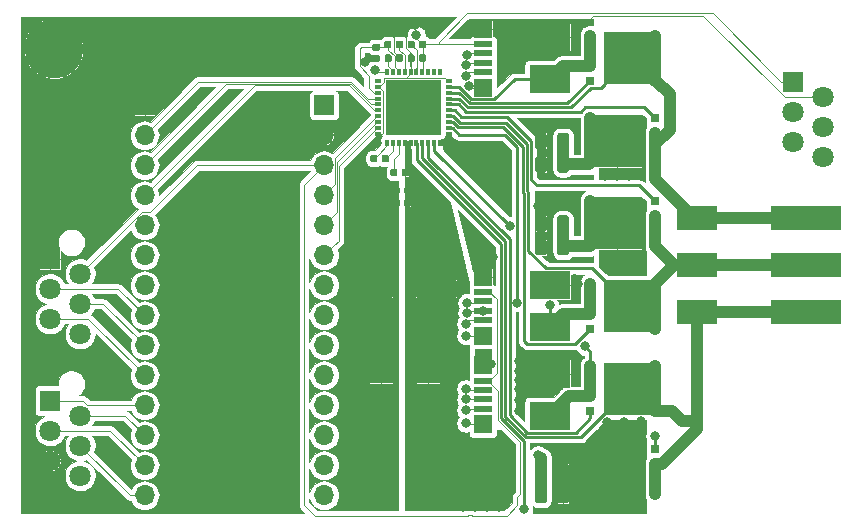
<source format=gbr>
G04 #@! TF.GenerationSoftware,KiCad,Pcbnew,5.1.2-f72e74a~84~ubuntu18.04.1*
G04 #@! TF.CreationDate,2019-08-02T14:19:08+02:00*
G04 #@! TF.ProjectId,board,626f6172-642e-46b6-9963-61645f706362,rev?*
G04 #@! TF.SameCoordinates,Original*
G04 #@! TF.FileFunction,Copper,L1,Top*
G04 #@! TF.FilePolarity,Positive*
%FSLAX46Y46*%
G04 Gerber Fmt 4.6, Leading zero omitted, Abs format (unit mm)*
G04 Created by KiCad (PCBNEW 5.1.2-f72e74a~84~ubuntu18.04.1) date 2019-08-02 14:19:08*
%MOMM*%
%LPD*%
G04 APERTURE LIST*
%ADD10C,5.000000*%
%ADD11R,0.300000X0.500000*%
%ADD12R,0.500000X0.300000*%
%ADD13R,1.150000X1.150000*%
%ADD14R,3.480000X2.400000*%
%ADD15R,1.600000X1.500000*%
%ADD16R,1.600000X0.500000*%
%ADD17R,3.500000X2.000000*%
%ADD18R,6.000000X2.000000*%
%ADD19R,1.200000X1.550000*%
%ADD20R,1.600000X1.550000*%
%ADD21R,4.290000X4.500000*%
%ADD22R,0.800000X0.700000*%
%ADD23C,0.100000*%
%ADD24C,0.590000*%
%ADD25R,2.000000X3.500000*%
%ADD26R,2.000000X6.000000*%
%ADD27C,0.975000*%
%ADD28C,1.600000*%
%ADD29C,1.800000*%
%ADD30R,1.800000X1.800000*%
%ADD31O,1.700000X1.700000*%
%ADD32R,1.700000X1.700000*%
%ADD33C,0.800000*%
%ADD34C,1.000000*%
%ADD35C,0.250000*%
%ADD36C,0.025400*%
G04 APERTURE END LIST*
D10*
X136300000Y-48250000D03*
D11*
X164525000Y-56175000D03*
X165025000Y-56175000D03*
X165525000Y-56175000D03*
X166025000Y-56175000D03*
X166525000Y-56175000D03*
X167025000Y-56175000D03*
X167525000Y-56175000D03*
X168025000Y-56175000D03*
X168525000Y-56175000D03*
X169025000Y-56175000D03*
D12*
X169775000Y-55425000D03*
X169775000Y-54925000D03*
X169775000Y-54425000D03*
X169775000Y-53925000D03*
X169775000Y-53425000D03*
X169775000Y-52925000D03*
X169775000Y-52425000D03*
X169775000Y-51925000D03*
X169775000Y-51425000D03*
X169775000Y-50925000D03*
D11*
X169025000Y-50175000D03*
X168525000Y-50175000D03*
X168025000Y-50175000D03*
X167525000Y-50175000D03*
X167025000Y-50175000D03*
X166525000Y-50175000D03*
X166025000Y-50175000D03*
X165525000Y-50175000D03*
X165025000Y-50175000D03*
X164525000Y-50175000D03*
D12*
X163775000Y-50925000D03*
X163775000Y-51425000D03*
X163775000Y-51925000D03*
X163775000Y-52425000D03*
X163775000Y-52925000D03*
X163775000Y-53425000D03*
X163775000Y-53925000D03*
X163775000Y-54425000D03*
X163775000Y-54925000D03*
X163775000Y-55425000D03*
D13*
X168500000Y-51450000D03*
X167350000Y-51450000D03*
X166200000Y-51450000D03*
X165050000Y-51450000D03*
X168500000Y-52600000D03*
X167350000Y-52600000D03*
X166200000Y-52600000D03*
X165050000Y-52600000D03*
X168500000Y-53750000D03*
X167350000Y-53750000D03*
X166200000Y-53750000D03*
X165050000Y-53750000D03*
X168500000Y-54900000D03*
X167350000Y-54900000D03*
X166200000Y-54900000D03*
X165050000Y-54900000D03*
D14*
X178320000Y-71775000D03*
X178320000Y-68225000D03*
D15*
X172650000Y-72500000D03*
D16*
X172650000Y-71200000D03*
X172650000Y-70400000D03*
X172650000Y-69600000D03*
X172650000Y-68800000D03*
D15*
X172650000Y-67500000D03*
D17*
X190750000Y-70500000D03*
D18*
X200000000Y-70500000D03*
D17*
X190750000Y-66500000D03*
D18*
X200000000Y-66500000D03*
X200000000Y-62500000D03*
D17*
X190750000Y-62500000D03*
D19*
X185250000Y-82910000D03*
X185250000Y-85090000D03*
D20*
X183250000Y-82910000D03*
X183250000Y-85090000D03*
D21*
X184000000Y-84000000D03*
D22*
X181750000Y-85910000D03*
X181750000Y-84640000D03*
X181750000Y-83360000D03*
X181750000Y-82090000D03*
X187250000Y-82090000D03*
X187250000Y-83360000D03*
X187250000Y-84640000D03*
X187250000Y-85910000D03*
X181750000Y-75090000D03*
X181750000Y-76360000D03*
X181750000Y-77640000D03*
X181750000Y-78910000D03*
X187250000Y-78910000D03*
X187250000Y-77640000D03*
X187250000Y-76360000D03*
X187250000Y-75090000D03*
D21*
X185000000Y-77000000D03*
D20*
X185750000Y-75910000D03*
X185750000Y-78090000D03*
D19*
X183750000Y-75910000D03*
X183750000Y-78090000D03*
D22*
X187250000Y-64910000D03*
X187250000Y-63640000D03*
X187250000Y-62360000D03*
X187250000Y-61090000D03*
X181750000Y-61090000D03*
X181750000Y-62360000D03*
X181750000Y-63640000D03*
X181750000Y-64910000D03*
D21*
X184000000Y-63000000D03*
D20*
X183250000Y-64090000D03*
X183250000Y-61910000D03*
D19*
X185250000Y-64090000D03*
X185250000Y-61910000D03*
X183750000Y-71090000D03*
X183750000Y-68910000D03*
D20*
X185750000Y-71090000D03*
X185750000Y-68910000D03*
D21*
X185000000Y-70000000D03*
D22*
X187250000Y-68090000D03*
X187250000Y-69360000D03*
X187250000Y-70640000D03*
X187250000Y-71910000D03*
X181750000Y-71910000D03*
X181750000Y-70640000D03*
X181750000Y-69360000D03*
X181750000Y-68090000D03*
D19*
X185250000Y-54910000D03*
X185250000Y-57090000D03*
D20*
X183250000Y-54910000D03*
X183250000Y-57090000D03*
D21*
X184000000Y-56000000D03*
D22*
X181750000Y-57910000D03*
X181750000Y-56640000D03*
X181750000Y-55360000D03*
X181750000Y-54090000D03*
X187250000Y-54090000D03*
X187250000Y-55360000D03*
X187250000Y-56640000D03*
X187250000Y-57910000D03*
X181750000Y-47090000D03*
X181750000Y-48360000D03*
X181750000Y-49640000D03*
X181750000Y-50910000D03*
X187250000Y-50910000D03*
X187250000Y-49640000D03*
X187250000Y-48360000D03*
X187250000Y-47090000D03*
D21*
X185000000Y-49000000D03*
D20*
X185750000Y-47910000D03*
X185750000Y-50090000D03*
D19*
X183750000Y-47910000D03*
X183750000Y-50090000D03*
D23*
G36*
X165476958Y-60930710D02*
G01*
X165491276Y-60932834D01*
X165505317Y-60936351D01*
X165518946Y-60941228D01*
X165532031Y-60947417D01*
X165544447Y-60954858D01*
X165556073Y-60963481D01*
X165566798Y-60973202D01*
X165576519Y-60983927D01*
X165585142Y-60995553D01*
X165592583Y-61007969D01*
X165598772Y-61021054D01*
X165603649Y-61034683D01*
X165607166Y-61048724D01*
X165609290Y-61063042D01*
X165610000Y-61077500D01*
X165610000Y-61422500D01*
X165609290Y-61436958D01*
X165607166Y-61451276D01*
X165603649Y-61465317D01*
X165598772Y-61478946D01*
X165592583Y-61492031D01*
X165585142Y-61504447D01*
X165576519Y-61516073D01*
X165566798Y-61526798D01*
X165556073Y-61536519D01*
X165544447Y-61545142D01*
X165532031Y-61552583D01*
X165518946Y-61558772D01*
X165505317Y-61563649D01*
X165491276Y-61567166D01*
X165476958Y-61569290D01*
X165462500Y-61570000D01*
X165167500Y-61570000D01*
X165153042Y-61569290D01*
X165138724Y-61567166D01*
X165124683Y-61563649D01*
X165111054Y-61558772D01*
X165097969Y-61552583D01*
X165085553Y-61545142D01*
X165073927Y-61536519D01*
X165063202Y-61526798D01*
X165053481Y-61516073D01*
X165044858Y-61504447D01*
X165037417Y-61492031D01*
X165031228Y-61478946D01*
X165026351Y-61465317D01*
X165022834Y-61451276D01*
X165020710Y-61436958D01*
X165020000Y-61422500D01*
X165020000Y-61077500D01*
X165020710Y-61063042D01*
X165022834Y-61048724D01*
X165026351Y-61034683D01*
X165031228Y-61021054D01*
X165037417Y-61007969D01*
X165044858Y-60995553D01*
X165053481Y-60983927D01*
X165063202Y-60973202D01*
X165073927Y-60963481D01*
X165085553Y-60954858D01*
X165097969Y-60947417D01*
X165111054Y-60941228D01*
X165124683Y-60936351D01*
X165138724Y-60932834D01*
X165153042Y-60930710D01*
X165167500Y-60930000D01*
X165462500Y-60930000D01*
X165476958Y-60930710D01*
X165476958Y-60930710D01*
G37*
D24*
X165315000Y-61250000D03*
D23*
G36*
X166446958Y-60930710D02*
G01*
X166461276Y-60932834D01*
X166475317Y-60936351D01*
X166488946Y-60941228D01*
X166502031Y-60947417D01*
X166514447Y-60954858D01*
X166526073Y-60963481D01*
X166536798Y-60973202D01*
X166546519Y-60983927D01*
X166555142Y-60995553D01*
X166562583Y-61007969D01*
X166568772Y-61021054D01*
X166573649Y-61034683D01*
X166577166Y-61048724D01*
X166579290Y-61063042D01*
X166580000Y-61077500D01*
X166580000Y-61422500D01*
X166579290Y-61436958D01*
X166577166Y-61451276D01*
X166573649Y-61465317D01*
X166568772Y-61478946D01*
X166562583Y-61492031D01*
X166555142Y-61504447D01*
X166546519Y-61516073D01*
X166536798Y-61526798D01*
X166526073Y-61536519D01*
X166514447Y-61545142D01*
X166502031Y-61552583D01*
X166488946Y-61558772D01*
X166475317Y-61563649D01*
X166461276Y-61567166D01*
X166446958Y-61569290D01*
X166432500Y-61570000D01*
X166137500Y-61570000D01*
X166123042Y-61569290D01*
X166108724Y-61567166D01*
X166094683Y-61563649D01*
X166081054Y-61558772D01*
X166067969Y-61552583D01*
X166055553Y-61545142D01*
X166043927Y-61536519D01*
X166033202Y-61526798D01*
X166023481Y-61516073D01*
X166014858Y-61504447D01*
X166007417Y-61492031D01*
X166001228Y-61478946D01*
X165996351Y-61465317D01*
X165992834Y-61451276D01*
X165990710Y-61436958D01*
X165990000Y-61422500D01*
X165990000Y-61077500D01*
X165990710Y-61063042D01*
X165992834Y-61048724D01*
X165996351Y-61034683D01*
X166001228Y-61021054D01*
X166007417Y-61007969D01*
X166014858Y-60995553D01*
X166023481Y-60983927D01*
X166033202Y-60973202D01*
X166043927Y-60963481D01*
X166055553Y-60954858D01*
X166067969Y-60947417D01*
X166081054Y-60941228D01*
X166094683Y-60936351D01*
X166108724Y-60932834D01*
X166123042Y-60930710D01*
X166137500Y-60930000D01*
X166432500Y-60930000D01*
X166446958Y-60930710D01*
X166446958Y-60930710D01*
G37*
D24*
X166285000Y-61250000D03*
D23*
G36*
X166446958Y-59880710D02*
G01*
X166461276Y-59882834D01*
X166475317Y-59886351D01*
X166488946Y-59891228D01*
X166502031Y-59897417D01*
X166514447Y-59904858D01*
X166526073Y-59913481D01*
X166536798Y-59923202D01*
X166546519Y-59933927D01*
X166555142Y-59945553D01*
X166562583Y-59957969D01*
X166568772Y-59971054D01*
X166573649Y-59984683D01*
X166577166Y-59998724D01*
X166579290Y-60013042D01*
X166580000Y-60027500D01*
X166580000Y-60372500D01*
X166579290Y-60386958D01*
X166577166Y-60401276D01*
X166573649Y-60415317D01*
X166568772Y-60428946D01*
X166562583Y-60442031D01*
X166555142Y-60454447D01*
X166546519Y-60466073D01*
X166536798Y-60476798D01*
X166526073Y-60486519D01*
X166514447Y-60495142D01*
X166502031Y-60502583D01*
X166488946Y-60508772D01*
X166475317Y-60513649D01*
X166461276Y-60517166D01*
X166446958Y-60519290D01*
X166432500Y-60520000D01*
X166137500Y-60520000D01*
X166123042Y-60519290D01*
X166108724Y-60517166D01*
X166094683Y-60513649D01*
X166081054Y-60508772D01*
X166067969Y-60502583D01*
X166055553Y-60495142D01*
X166043927Y-60486519D01*
X166033202Y-60476798D01*
X166023481Y-60466073D01*
X166014858Y-60454447D01*
X166007417Y-60442031D01*
X166001228Y-60428946D01*
X165996351Y-60415317D01*
X165992834Y-60401276D01*
X165990710Y-60386958D01*
X165990000Y-60372500D01*
X165990000Y-60027500D01*
X165990710Y-60013042D01*
X165992834Y-59998724D01*
X165996351Y-59984683D01*
X166001228Y-59971054D01*
X166007417Y-59957969D01*
X166014858Y-59945553D01*
X166023481Y-59933927D01*
X166033202Y-59923202D01*
X166043927Y-59913481D01*
X166055553Y-59904858D01*
X166067969Y-59897417D01*
X166081054Y-59891228D01*
X166094683Y-59886351D01*
X166108724Y-59882834D01*
X166123042Y-59880710D01*
X166137500Y-59880000D01*
X166432500Y-59880000D01*
X166446958Y-59880710D01*
X166446958Y-59880710D01*
G37*
D24*
X166285000Y-60200000D03*
D23*
G36*
X165476958Y-59880710D02*
G01*
X165491276Y-59882834D01*
X165505317Y-59886351D01*
X165518946Y-59891228D01*
X165532031Y-59897417D01*
X165544447Y-59904858D01*
X165556073Y-59913481D01*
X165566798Y-59923202D01*
X165576519Y-59933927D01*
X165585142Y-59945553D01*
X165592583Y-59957969D01*
X165598772Y-59971054D01*
X165603649Y-59984683D01*
X165607166Y-59998724D01*
X165609290Y-60013042D01*
X165610000Y-60027500D01*
X165610000Y-60372500D01*
X165609290Y-60386958D01*
X165607166Y-60401276D01*
X165603649Y-60415317D01*
X165598772Y-60428946D01*
X165592583Y-60442031D01*
X165585142Y-60454447D01*
X165576519Y-60466073D01*
X165566798Y-60476798D01*
X165556073Y-60486519D01*
X165544447Y-60495142D01*
X165532031Y-60502583D01*
X165518946Y-60508772D01*
X165505317Y-60513649D01*
X165491276Y-60517166D01*
X165476958Y-60519290D01*
X165462500Y-60520000D01*
X165167500Y-60520000D01*
X165153042Y-60519290D01*
X165138724Y-60517166D01*
X165124683Y-60513649D01*
X165111054Y-60508772D01*
X165097969Y-60502583D01*
X165085553Y-60495142D01*
X165073927Y-60486519D01*
X165063202Y-60476798D01*
X165053481Y-60466073D01*
X165044858Y-60454447D01*
X165037417Y-60442031D01*
X165031228Y-60428946D01*
X165026351Y-60415317D01*
X165022834Y-60401276D01*
X165020710Y-60386958D01*
X165020000Y-60372500D01*
X165020000Y-60027500D01*
X165020710Y-60013042D01*
X165022834Y-59998724D01*
X165026351Y-59984683D01*
X165031228Y-59971054D01*
X165037417Y-59957969D01*
X165044858Y-59945553D01*
X165053481Y-59933927D01*
X165063202Y-59923202D01*
X165073927Y-59913481D01*
X165085553Y-59904858D01*
X165097969Y-59897417D01*
X165111054Y-59891228D01*
X165124683Y-59886351D01*
X165138724Y-59882834D01*
X165153042Y-59880710D01*
X165167500Y-59880000D01*
X165462500Y-59880000D01*
X165476958Y-59880710D01*
X165476958Y-59880710D01*
G37*
D24*
X165315000Y-60200000D03*
D23*
G36*
X166246958Y-58380710D02*
G01*
X166261276Y-58382834D01*
X166275317Y-58386351D01*
X166288946Y-58391228D01*
X166302031Y-58397417D01*
X166314447Y-58404858D01*
X166326073Y-58413481D01*
X166336798Y-58423202D01*
X166346519Y-58433927D01*
X166355142Y-58445553D01*
X166362583Y-58457969D01*
X166368772Y-58471054D01*
X166373649Y-58484683D01*
X166377166Y-58498724D01*
X166379290Y-58513042D01*
X166380000Y-58527500D01*
X166380000Y-58872500D01*
X166379290Y-58886958D01*
X166377166Y-58901276D01*
X166373649Y-58915317D01*
X166368772Y-58928946D01*
X166362583Y-58942031D01*
X166355142Y-58954447D01*
X166346519Y-58966073D01*
X166336798Y-58976798D01*
X166326073Y-58986519D01*
X166314447Y-58995142D01*
X166302031Y-59002583D01*
X166288946Y-59008772D01*
X166275317Y-59013649D01*
X166261276Y-59017166D01*
X166246958Y-59019290D01*
X166232500Y-59020000D01*
X165937500Y-59020000D01*
X165923042Y-59019290D01*
X165908724Y-59017166D01*
X165894683Y-59013649D01*
X165881054Y-59008772D01*
X165867969Y-59002583D01*
X165855553Y-58995142D01*
X165843927Y-58986519D01*
X165833202Y-58976798D01*
X165823481Y-58966073D01*
X165814858Y-58954447D01*
X165807417Y-58942031D01*
X165801228Y-58928946D01*
X165796351Y-58915317D01*
X165792834Y-58901276D01*
X165790710Y-58886958D01*
X165790000Y-58872500D01*
X165790000Y-58527500D01*
X165790710Y-58513042D01*
X165792834Y-58498724D01*
X165796351Y-58484683D01*
X165801228Y-58471054D01*
X165807417Y-58457969D01*
X165814858Y-58445553D01*
X165823481Y-58433927D01*
X165833202Y-58423202D01*
X165843927Y-58413481D01*
X165855553Y-58404858D01*
X165867969Y-58397417D01*
X165881054Y-58391228D01*
X165894683Y-58386351D01*
X165908724Y-58382834D01*
X165923042Y-58380710D01*
X165937500Y-58380000D01*
X166232500Y-58380000D01*
X166246958Y-58380710D01*
X166246958Y-58380710D01*
G37*
D24*
X166085000Y-58700000D03*
D23*
G36*
X165276958Y-58380710D02*
G01*
X165291276Y-58382834D01*
X165305317Y-58386351D01*
X165318946Y-58391228D01*
X165332031Y-58397417D01*
X165344447Y-58404858D01*
X165356073Y-58413481D01*
X165366798Y-58423202D01*
X165376519Y-58433927D01*
X165385142Y-58445553D01*
X165392583Y-58457969D01*
X165398772Y-58471054D01*
X165403649Y-58484683D01*
X165407166Y-58498724D01*
X165409290Y-58513042D01*
X165410000Y-58527500D01*
X165410000Y-58872500D01*
X165409290Y-58886958D01*
X165407166Y-58901276D01*
X165403649Y-58915317D01*
X165398772Y-58928946D01*
X165392583Y-58942031D01*
X165385142Y-58954447D01*
X165376519Y-58966073D01*
X165366798Y-58976798D01*
X165356073Y-58986519D01*
X165344447Y-58995142D01*
X165332031Y-59002583D01*
X165318946Y-59008772D01*
X165305317Y-59013649D01*
X165291276Y-59017166D01*
X165276958Y-59019290D01*
X165262500Y-59020000D01*
X164967500Y-59020000D01*
X164953042Y-59019290D01*
X164938724Y-59017166D01*
X164924683Y-59013649D01*
X164911054Y-59008772D01*
X164897969Y-59002583D01*
X164885553Y-58995142D01*
X164873927Y-58986519D01*
X164863202Y-58976798D01*
X164853481Y-58966073D01*
X164844858Y-58954447D01*
X164837417Y-58942031D01*
X164831228Y-58928946D01*
X164826351Y-58915317D01*
X164822834Y-58901276D01*
X164820710Y-58886958D01*
X164820000Y-58872500D01*
X164820000Y-58527500D01*
X164820710Y-58513042D01*
X164822834Y-58498724D01*
X164826351Y-58484683D01*
X164831228Y-58471054D01*
X164837417Y-58457969D01*
X164844858Y-58445553D01*
X164853481Y-58433927D01*
X164863202Y-58423202D01*
X164873927Y-58413481D01*
X164885553Y-58404858D01*
X164897969Y-58397417D01*
X164911054Y-58391228D01*
X164924683Y-58386351D01*
X164938724Y-58382834D01*
X164953042Y-58380710D01*
X164967500Y-58380000D01*
X165262500Y-58380000D01*
X165276958Y-58380710D01*
X165276958Y-58380710D01*
G37*
D24*
X165115000Y-58700000D03*
D23*
G36*
X164546958Y-57180710D02*
G01*
X164561276Y-57182834D01*
X164575317Y-57186351D01*
X164588946Y-57191228D01*
X164602031Y-57197417D01*
X164614447Y-57204858D01*
X164626073Y-57213481D01*
X164636798Y-57223202D01*
X164646519Y-57233927D01*
X164655142Y-57245553D01*
X164662583Y-57257969D01*
X164668772Y-57271054D01*
X164673649Y-57284683D01*
X164677166Y-57298724D01*
X164679290Y-57313042D01*
X164680000Y-57327500D01*
X164680000Y-57672500D01*
X164679290Y-57686958D01*
X164677166Y-57701276D01*
X164673649Y-57715317D01*
X164668772Y-57728946D01*
X164662583Y-57742031D01*
X164655142Y-57754447D01*
X164646519Y-57766073D01*
X164636798Y-57776798D01*
X164626073Y-57786519D01*
X164614447Y-57795142D01*
X164602031Y-57802583D01*
X164588946Y-57808772D01*
X164575317Y-57813649D01*
X164561276Y-57817166D01*
X164546958Y-57819290D01*
X164532500Y-57820000D01*
X164237500Y-57820000D01*
X164223042Y-57819290D01*
X164208724Y-57817166D01*
X164194683Y-57813649D01*
X164181054Y-57808772D01*
X164167969Y-57802583D01*
X164155553Y-57795142D01*
X164143927Y-57786519D01*
X164133202Y-57776798D01*
X164123481Y-57766073D01*
X164114858Y-57754447D01*
X164107417Y-57742031D01*
X164101228Y-57728946D01*
X164096351Y-57715317D01*
X164092834Y-57701276D01*
X164090710Y-57686958D01*
X164090000Y-57672500D01*
X164090000Y-57327500D01*
X164090710Y-57313042D01*
X164092834Y-57298724D01*
X164096351Y-57284683D01*
X164101228Y-57271054D01*
X164107417Y-57257969D01*
X164114858Y-57245553D01*
X164123481Y-57233927D01*
X164133202Y-57223202D01*
X164143927Y-57213481D01*
X164155553Y-57204858D01*
X164167969Y-57197417D01*
X164181054Y-57191228D01*
X164194683Y-57186351D01*
X164208724Y-57182834D01*
X164223042Y-57180710D01*
X164237500Y-57180000D01*
X164532500Y-57180000D01*
X164546958Y-57180710D01*
X164546958Y-57180710D01*
G37*
D24*
X164385000Y-57500000D03*
D23*
G36*
X163576958Y-57180710D02*
G01*
X163591276Y-57182834D01*
X163605317Y-57186351D01*
X163618946Y-57191228D01*
X163632031Y-57197417D01*
X163644447Y-57204858D01*
X163656073Y-57213481D01*
X163666798Y-57223202D01*
X163676519Y-57233927D01*
X163685142Y-57245553D01*
X163692583Y-57257969D01*
X163698772Y-57271054D01*
X163703649Y-57284683D01*
X163707166Y-57298724D01*
X163709290Y-57313042D01*
X163710000Y-57327500D01*
X163710000Y-57672500D01*
X163709290Y-57686958D01*
X163707166Y-57701276D01*
X163703649Y-57715317D01*
X163698772Y-57728946D01*
X163692583Y-57742031D01*
X163685142Y-57754447D01*
X163676519Y-57766073D01*
X163666798Y-57776798D01*
X163656073Y-57786519D01*
X163644447Y-57795142D01*
X163632031Y-57802583D01*
X163618946Y-57808772D01*
X163605317Y-57813649D01*
X163591276Y-57817166D01*
X163576958Y-57819290D01*
X163562500Y-57820000D01*
X163267500Y-57820000D01*
X163253042Y-57819290D01*
X163238724Y-57817166D01*
X163224683Y-57813649D01*
X163211054Y-57808772D01*
X163197969Y-57802583D01*
X163185553Y-57795142D01*
X163173927Y-57786519D01*
X163163202Y-57776798D01*
X163153481Y-57766073D01*
X163144858Y-57754447D01*
X163137417Y-57742031D01*
X163131228Y-57728946D01*
X163126351Y-57715317D01*
X163122834Y-57701276D01*
X163120710Y-57686958D01*
X163120000Y-57672500D01*
X163120000Y-57327500D01*
X163120710Y-57313042D01*
X163122834Y-57298724D01*
X163126351Y-57284683D01*
X163131228Y-57271054D01*
X163137417Y-57257969D01*
X163144858Y-57245553D01*
X163153481Y-57233927D01*
X163163202Y-57223202D01*
X163173927Y-57213481D01*
X163185553Y-57204858D01*
X163197969Y-57197417D01*
X163211054Y-57191228D01*
X163224683Y-57186351D01*
X163238724Y-57182834D01*
X163253042Y-57180710D01*
X163267500Y-57180000D01*
X163562500Y-57180000D01*
X163576958Y-57180710D01*
X163576958Y-57180710D01*
G37*
D24*
X163415000Y-57500000D03*
D23*
G36*
X163786958Y-48740710D02*
G01*
X163801276Y-48742834D01*
X163815317Y-48746351D01*
X163828946Y-48751228D01*
X163842031Y-48757417D01*
X163854447Y-48764858D01*
X163866073Y-48773481D01*
X163876798Y-48783202D01*
X163886519Y-48793927D01*
X163895142Y-48805553D01*
X163902583Y-48817969D01*
X163908772Y-48831054D01*
X163913649Y-48844683D01*
X163917166Y-48858724D01*
X163919290Y-48873042D01*
X163920000Y-48887500D01*
X163920000Y-49182500D01*
X163919290Y-49196958D01*
X163917166Y-49211276D01*
X163913649Y-49225317D01*
X163908772Y-49238946D01*
X163902583Y-49252031D01*
X163895142Y-49264447D01*
X163886519Y-49276073D01*
X163876798Y-49286798D01*
X163866073Y-49296519D01*
X163854447Y-49305142D01*
X163842031Y-49312583D01*
X163828946Y-49318772D01*
X163815317Y-49323649D01*
X163801276Y-49327166D01*
X163786958Y-49329290D01*
X163772500Y-49330000D01*
X163427500Y-49330000D01*
X163413042Y-49329290D01*
X163398724Y-49327166D01*
X163384683Y-49323649D01*
X163371054Y-49318772D01*
X163357969Y-49312583D01*
X163345553Y-49305142D01*
X163333927Y-49296519D01*
X163323202Y-49286798D01*
X163313481Y-49276073D01*
X163304858Y-49264447D01*
X163297417Y-49252031D01*
X163291228Y-49238946D01*
X163286351Y-49225317D01*
X163282834Y-49211276D01*
X163280710Y-49196958D01*
X163280000Y-49182500D01*
X163280000Y-48887500D01*
X163280710Y-48873042D01*
X163282834Y-48858724D01*
X163286351Y-48844683D01*
X163291228Y-48831054D01*
X163297417Y-48817969D01*
X163304858Y-48805553D01*
X163313481Y-48793927D01*
X163323202Y-48783202D01*
X163333927Y-48773481D01*
X163345553Y-48764858D01*
X163357969Y-48757417D01*
X163371054Y-48751228D01*
X163384683Y-48746351D01*
X163398724Y-48742834D01*
X163413042Y-48740710D01*
X163427500Y-48740000D01*
X163772500Y-48740000D01*
X163786958Y-48740710D01*
X163786958Y-48740710D01*
G37*
D24*
X163600000Y-49035000D03*
D23*
G36*
X163786958Y-47770710D02*
G01*
X163801276Y-47772834D01*
X163815317Y-47776351D01*
X163828946Y-47781228D01*
X163842031Y-47787417D01*
X163854447Y-47794858D01*
X163866073Y-47803481D01*
X163876798Y-47813202D01*
X163886519Y-47823927D01*
X163895142Y-47835553D01*
X163902583Y-47847969D01*
X163908772Y-47861054D01*
X163913649Y-47874683D01*
X163917166Y-47888724D01*
X163919290Y-47903042D01*
X163920000Y-47917500D01*
X163920000Y-48212500D01*
X163919290Y-48226958D01*
X163917166Y-48241276D01*
X163913649Y-48255317D01*
X163908772Y-48268946D01*
X163902583Y-48282031D01*
X163895142Y-48294447D01*
X163886519Y-48306073D01*
X163876798Y-48316798D01*
X163866073Y-48326519D01*
X163854447Y-48335142D01*
X163842031Y-48342583D01*
X163828946Y-48348772D01*
X163815317Y-48353649D01*
X163801276Y-48357166D01*
X163786958Y-48359290D01*
X163772500Y-48360000D01*
X163427500Y-48360000D01*
X163413042Y-48359290D01*
X163398724Y-48357166D01*
X163384683Y-48353649D01*
X163371054Y-48348772D01*
X163357969Y-48342583D01*
X163345553Y-48335142D01*
X163333927Y-48326519D01*
X163323202Y-48316798D01*
X163313481Y-48306073D01*
X163304858Y-48294447D01*
X163297417Y-48282031D01*
X163291228Y-48268946D01*
X163286351Y-48255317D01*
X163282834Y-48241276D01*
X163280710Y-48226958D01*
X163280000Y-48212500D01*
X163280000Y-47917500D01*
X163280710Y-47903042D01*
X163282834Y-47888724D01*
X163286351Y-47874683D01*
X163291228Y-47861054D01*
X163297417Y-47847969D01*
X163304858Y-47835553D01*
X163313481Y-47823927D01*
X163323202Y-47813202D01*
X163333927Y-47803481D01*
X163345553Y-47794858D01*
X163357969Y-47787417D01*
X163371054Y-47781228D01*
X163384683Y-47776351D01*
X163398724Y-47772834D01*
X163413042Y-47770710D01*
X163427500Y-47770000D01*
X163772500Y-47770000D01*
X163786958Y-47770710D01*
X163786958Y-47770710D01*
G37*
D24*
X163600000Y-48065000D03*
D23*
G36*
X167696958Y-48680710D02*
G01*
X167711276Y-48682834D01*
X167725317Y-48686351D01*
X167738946Y-48691228D01*
X167752031Y-48697417D01*
X167764447Y-48704858D01*
X167776073Y-48713481D01*
X167786798Y-48723202D01*
X167796519Y-48733927D01*
X167805142Y-48745553D01*
X167812583Y-48757969D01*
X167818772Y-48771054D01*
X167823649Y-48784683D01*
X167827166Y-48798724D01*
X167829290Y-48813042D01*
X167830000Y-48827500D01*
X167830000Y-49172500D01*
X167829290Y-49186958D01*
X167827166Y-49201276D01*
X167823649Y-49215317D01*
X167818772Y-49228946D01*
X167812583Y-49242031D01*
X167805142Y-49254447D01*
X167796519Y-49266073D01*
X167786798Y-49276798D01*
X167776073Y-49286519D01*
X167764447Y-49295142D01*
X167752031Y-49302583D01*
X167738946Y-49308772D01*
X167725317Y-49313649D01*
X167711276Y-49317166D01*
X167696958Y-49319290D01*
X167682500Y-49320000D01*
X167387500Y-49320000D01*
X167373042Y-49319290D01*
X167358724Y-49317166D01*
X167344683Y-49313649D01*
X167331054Y-49308772D01*
X167317969Y-49302583D01*
X167305553Y-49295142D01*
X167293927Y-49286519D01*
X167283202Y-49276798D01*
X167273481Y-49266073D01*
X167264858Y-49254447D01*
X167257417Y-49242031D01*
X167251228Y-49228946D01*
X167246351Y-49215317D01*
X167242834Y-49201276D01*
X167240710Y-49186958D01*
X167240000Y-49172500D01*
X167240000Y-48827500D01*
X167240710Y-48813042D01*
X167242834Y-48798724D01*
X167246351Y-48784683D01*
X167251228Y-48771054D01*
X167257417Y-48757969D01*
X167264858Y-48745553D01*
X167273481Y-48733927D01*
X167283202Y-48723202D01*
X167293927Y-48713481D01*
X167305553Y-48704858D01*
X167317969Y-48697417D01*
X167331054Y-48691228D01*
X167344683Y-48686351D01*
X167358724Y-48682834D01*
X167373042Y-48680710D01*
X167387500Y-48680000D01*
X167682500Y-48680000D01*
X167696958Y-48680710D01*
X167696958Y-48680710D01*
G37*
D24*
X167535000Y-49000000D03*
D23*
G36*
X166726958Y-48680710D02*
G01*
X166741276Y-48682834D01*
X166755317Y-48686351D01*
X166768946Y-48691228D01*
X166782031Y-48697417D01*
X166794447Y-48704858D01*
X166806073Y-48713481D01*
X166816798Y-48723202D01*
X166826519Y-48733927D01*
X166835142Y-48745553D01*
X166842583Y-48757969D01*
X166848772Y-48771054D01*
X166853649Y-48784683D01*
X166857166Y-48798724D01*
X166859290Y-48813042D01*
X166860000Y-48827500D01*
X166860000Y-49172500D01*
X166859290Y-49186958D01*
X166857166Y-49201276D01*
X166853649Y-49215317D01*
X166848772Y-49228946D01*
X166842583Y-49242031D01*
X166835142Y-49254447D01*
X166826519Y-49266073D01*
X166816798Y-49276798D01*
X166806073Y-49286519D01*
X166794447Y-49295142D01*
X166782031Y-49302583D01*
X166768946Y-49308772D01*
X166755317Y-49313649D01*
X166741276Y-49317166D01*
X166726958Y-49319290D01*
X166712500Y-49320000D01*
X166417500Y-49320000D01*
X166403042Y-49319290D01*
X166388724Y-49317166D01*
X166374683Y-49313649D01*
X166361054Y-49308772D01*
X166347969Y-49302583D01*
X166335553Y-49295142D01*
X166323927Y-49286519D01*
X166313202Y-49276798D01*
X166303481Y-49266073D01*
X166294858Y-49254447D01*
X166287417Y-49242031D01*
X166281228Y-49228946D01*
X166276351Y-49215317D01*
X166272834Y-49201276D01*
X166270710Y-49186958D01*
X166270000Y-49172500D01*
X166270000Y-48827500D01*
X166270710Y-48813042D01*
X166272834Y-48798724D01*
X166276351Y-48784683D01*
X166281228Y-48771054D01*
X166287417Y-48757969D01*
X166294858Y-48745553D01*
X166303481Y-48733927D01*
X166313202Y-48723202D01*
X166323927Y-48713481D01*
X166335553Y-48704858D01*
X166347969Y-48697417D01*
X166361054Y-48691228D01*
X166374683Y-48686351D01*
X166388724Y-48682834D01*
X166403042Y-48680710D01*
X166417500Y-48680000D01*
X166712500Y-48680000D01*
X166726958Y-48680710D01*
X166726958Y-48680710D01*
G37*
D24*
X166565000Y-49000000D03*
D23*
G36*
X165740958Y-47537710D02*
G01*
X165755276Y-47539834D01*
X165769317Y-47543351D01*
X165782946Y-47548228D01*
X165796031Y-47554417D01*
X165808447Y-47561858D01*
X165820073Y-47570481D01*
X165830798Y-47580202D01*
X165840519Y-47590927D01*
X165849142Y-47602553D01*
X165856583Y-47614969D01*
X165862772Y-47628054D01*
X165867649Y-47641683D01*
X165871166Y-47655724D01*
X165873290Y-47670042D01*
X165874000Y-47684500D01*
X165874000Y-48029500D01*
X165873290Y-48043958D01*
X165871166Y-48058276D01*
X165867649Y-48072317D01*
X165862772Y-48085946D01*
X165856583Y-48099031D01*
X165849142Y-48111447D01*
X165840519Y-48123073D01*
X165830798Y-48133798D01*
X165820073Y-48143519D01*
X165808447Y-48152142D01*
X165796031Y-48159583D01*
X165782946Y-48165772D01*
X165769317Y-48170649D01*
X165755276Y-48174166D01*
X165740958Y-48176290D01*
X165726500Y-48177000D01*
X165431500Y-48177000D01*
X165417042Y-48176290D01*
X165402724Y-48174166D01*
X165388683Y-48170649D01*
X165375054Y-48165772D01*
X165361969Y-48159583D01*
X165349553Y-48152142D01*
X165337927Y-48143519D01*
X165327202Y-48133798D01*
X165317481Y-48123073D01*
X165308858Y-48111447D01*
X165301417Y-48099031D01*
X165295228Y-48085946D01*
X165290351Y-48072317D01*
X165286834Y-48058276D01*
X165284710Y-48043958D01*
X165284000Y-48029500D01*
X165284000Y-47684500D01*
X165284710Y-47670042D01*
X165286834Y-47655724D01*
X165290351Y-47641683D01*
X165295228Y-47628054D01*
X165301417Y-47614969D01*
X165308858Y-47602553D01*
X165317481Y-47590927D01*
X165327202Y-47580202D01*
X165337927Y-47570481D01*
X165349553Y-47561858D01*
X165361969Y-47554417D01*
X165375054Y-47548228D01*
X165388683Y-47543351D01*
X165402724Y-47539834D01*
X165417042Y-47537710D01*
X165431500Y-47537000D01*
X165726500Y-47537000D01*
X165740958Y-47537710D01*
X165740958Y-47537710D01*
G37*
D24*
X165579000Y-47857000D03*
D23*
G36*
X164770958Y-47537710D02*
G01*
X164785276Y-47539834D01*
X164799317Y-47543351D01*
X164812946Y-47548228D01*
X164826031Y-47554417D01*
X164838447Y-47561858D01*
X164850073Y-47570481D01*
X164860798Y-47580202D01*
X164870519Y-47590927D01*
X164879142Y-47602553D01*
X164886583Y-47614969D01*
X164892772Y-47628054D01*
X164897649Y-47641683D01*
X164901166Y-47655724D01*
X164903290Y-47670042D01*
X164904000Y-47684500D01*
X164904000Y-48029500D01*
X164903290Y-48043958D01*
X164901166Y-48058276D01*
X164897649Y-48072317D01*
X164892772Y-48085946D01*
X164886583Y-48099031D01*
X164879142Y-48111447D01*
X164870519Y-48123073D01*
X164860798Y-48133798D01*
X164850073Y-48143519D01*
X164838447Y-48152142D01*
X164826031Y-48159583D01*
X164812946Y-48165772D01*
X164799317Y-48170649D01*
X164785276Y-48174166D01*
X164770958Y-48176290D01*
X164756500Y-48177000D01*
X164461500Y-48177000D01*
X164447042Y-48176290D01*
X164432724Y-48174166D01*
X164418683Y-48170649D01*
X164405054Y-48165772D01*
X164391969Y-48159583D01*
X164379553Y-48152142D01*
X164367927Y-48143519D01*
X164357202Y-48133798D01*
X164347481Y-48123073D01*
X164338858Y-48111447D01*
X164331417Y-48099031D01*
X164325228Y-48085946D01*
X164320351Y-48072317D01*
X164316834Y-48058276D01*
X164314710Y-48043958D01*
X164314000Y-48029500D01*
X164314000Y-47684500D01*
X164314710Y-47670042D01*
X164316834Y-47655724D01*
X164320351Y-47641683D01*
X164325228Y-47628054D01*
X164331417Y-47614969D01*
X164338858Y-47602553D01*
X164347481Y-47590927D01*
X164357202Y-47580202D01*
X164367927Y-47570481D01*
X164379553Y-47561858D01*
X164391969Y-47554417D01*
X164405054Y-47548228D01*
X164418683Y-47543351D01*
X164432724Y-47539834D01*
X164447042Y-47537710D01*
X164461500Y-47537000D01*
X164756500Y-47537000D01*
X164770958Y-47537710D01*
X164770958Y-47537710D01*
G37*
D24*
X164609000Y-47857000D03*
D23*
G36*
X164776958Y-48680710D02*
G01*
X164791276Y-48682834D01*
X164805317Y-48686351D01*
X164818946Y-48691228D01*
X164832031Y-48697417D01*
X164844447Y-48704858D01*
X164856073Y-48713481D01*
X164866798Y-48723202D01*
X164876519Y-48733927D01*
X164885142Y-48745553D01*
X164892583Y-48757969D01*
X164898772Y-48771054D01*
X164903649Y-48784683D01*
X164907166Y-48798724D01*
X164909290Y-48813042D01*
X164910000Y-48827500D01*
X164910000Y-49172500D01*
X164909290Y-49186958D01*
X164907166Y-49201276D01*
X164903649Y-49215317D01*
X164898772Y-49228946D01*
X164892583Y-49242031D01*
X164885142Y-49254447D01*
X164876519Y-49266073D01*
X164866798Y-49276798D01*
X164856073Y-49286519D01*
X164844447Y-49295142D01*
X164832031Y-49302583D01*
X164818946Y-49308772D01*
X164805317Y-49313649D01*
X164791276Y-49317166D01*
X164776958Y-49319290D01*
X164762500Y-49320000D01*
X164467500Y-49320000D01*
X164453042Y-49319290D01*
X164438724Y-49317166D01*
X164424683Y-49313649D01*
X164411054Y-49308772D01*
X164397969Y-49302583D01*
X164385553Y-49295142D01*
X164373927Y-49286519D01*
X164363202Y-49276798D01*
X164353481Y-49266073D01*
X164344858Y-49254447D01*
X164337417Y-49242031D01*
X164331228Y-49228946D01*
X164326351Y-49215317D01*
X164322834Y-49201276D01*
X164320710Y-49186958D01*
X164320000Y-49172500D01*
X164320000Y-48827500D01*
X164320710Y-48813042D01*
X164322834Y-48798724D01*
X164326351Y-48784683D01*
X164331228Y-48771054D01*
X164337417Y-48757969D01*
X164344858Y-48745553D01*
X164353481Y-48733927D01*
X164363202Y-48723202D01*
X164373927Y-48713481D01*
X164385553Y-48704858D01*
X164397969Y-48697417D01*
X164411054Y-48691228D01*
X164424683Y-48686351D01*
X164438724Y-48682834D01*
X164453042Y-48680710D01*
X164467500Y-48680000D01*
X164762500Y-48680000D01*
X164776958Y-48680710D01*
X164776958Y-48680710D01*
G37*
D24*
X164615000Y-49000000D03*
D23*
G36*
X165746958Y-48680710D02*
G01*
X165761276Y-48682834D01*
X165775317Y-48686351D01*
X165788946Y-48691228D01*
X165802031Y-48697417D01*
X165814447Y-48704858D01*
X165826073Y-48713481D01*
X165836798Y-48723202D01*
X165846519Y-48733927D01*
X165855142Y-48745553D01*
X165862583Y-48757969D01*
X165868772Y-48771054D01*
X165873649Y-48784683D01*
X165877166Y-48798724D01*
X165879290Y-48813042D01*
X165880000Y-48827500D01*
X165880000Y-49172500D01*
X165879290Y-49186958D01*
X165877166Y-49201276D01*
X165873649Y-49215317D01*
X165868772Y-49228946D01*
X165862583Y-49242031D01*
X165855142Y-49254447D01*
X165846519Y-49266073D01*
X165836798Y-49276798D01*
X165826073Y-49286519D01*
X165814447Y-49295142D01*
X165802031Y-49302583D01*
X165788946Y-49308772D01*
X165775317Y-49313649D01*
X165761276Y-49317166D01*
X165746958Y-49319290D01*
X165732500Y-49320000D01*
X165437500Y-49320000D01*
X165423042Y-49319290D01*
X165408724Y-49317166D01*
X165394683Y-49313649D01*
X165381054Y-49308772D01*
X165367969Y-49302583D01*
X165355553Y-49295142D01*
X165343927Y-49286519D01*
X165333202Y-49276798D01*
X165323481Y-49266073D01*
X165314858Y-49254447D01*
X165307417Y-49242031D01*
X165301228Y-49228946D01*
X165296351Y-49215317D01*
X165292834Y-49201276D01*
X165290710Y-49186958D01*
X165290000Y-49172500D01*
X165290000Y-48827500D01*
X165290710Y-48813042D01*
X165292834Y-48798724D01*
X165296351Y-48784683D01*
X165301228Y-48771054D01*
X165307417Y-48757969D01*
X165314858Y-48745553D01*
X165323481Y-48733927D01*
X165333202Y-48723202D01*
X165343927Y-48713481D01*
X165355553Y-48704858D01*
X165367969Y-48697417D01*
X165381054Y-48691228D01*
X165394683Y-48686351D01*
X165408724Y-48682834D01*
X165423042Y-48680710D01*
X165437500Y-48680000D01*
X165732500Y-48680000D01*
X165746958Y-48680710D01*
X165746958Y-48680710D01*
G37*
D24*
X165585000Y-49000000D03*
D23*
G36*
X166726958Y-47537710D02*
G01*
X166741276Y-47539834D01*
X166755317Y-47543351D01*
X166768946Y-47548228D01*
X166782031Y-47554417D01*
X166794447Y-47561858D01*
X166806073Y-47570481D01*
X166816798Y-47580202D01*
X166826519Y-47590927D01*
X166835142Y-47602553D01*
X166842583Y-47614969D01*
X166848772Y-47628054D01*
X166853649Y-47641683D01*
X166857166Y-47655724D01*
X166859290Y-47670042D01*
X166860000Y-47684500D01*
X166860000Y-48029500D01*
X166859290Y-48043958D01*
X166857166Y-48058276D01*
X166853649Y-48072317D01*
X166848772Y-48085946D01*
X166842583Y-48099031D01*
X166835142Y-48111447D01*
X166826519Y-48123073D01*
X166816798Y-48133798D01*
X166806073Y-48143519D01*
X166794447Y-48152142D01*
X166782031Y-48159583D01*
X166768946Y-48165772D01*
X166755317Y-48170649D01*
X166741276Y-48174166D01*
X166726958Y-48176290D01*
X166712500Y-48177000D01*
X166417500Y-48177000D01*
X166403042Y-48176290D01*
X166388724Y-48174166D01*
X166374683Y-48170649D01*
X166361054Y-48165772D01*
X166347969Y-48159583D01*
X166335553Y-48152142D01*
X166323927Y-48143519D01*
X166313202Y-48133798D01*
X166303481Y-48123073D01*
X166294858Y-48111447D01*
X166287417Y-48099031D01*
X166281228Y-48085946D01*
X166276351Y-48072317D01*
X166272834Y-48058276D01*
X166270710Y-48043958D01*
X166270000Y-48029500D01*
X166270000Y-47684500D01*
X166270710Y-47670042D01*
X166272834Y-47655724D01*
X166276351Y-47641683D01*
X166281228Y-47628054D01*
X166287417Y-47614969D01*
X166294858Y-47602553D01*
X166303481Y-47590927D01*
X166313202Y-47580202D01*
X166323927Y-47570481D01*
X166335553Y-47561858D01*
X166347969Y-47554417D01*
X166361054Y-47548228D01*
X166374683Y-47543351D01*
X166388724Y-47539834D01*
X166403042Y-47537710D01*
X166417500Y-47537000D01*
X166712500Y-47537000D01*
X166726958Y-47537710D01*
X166726958Y-47537710D01*
G37*
D24*
X166565000Y-47857000D03*
D23*
G36*
X167696958Y-47537710D02*
G01*
X167711276Y-47539834D01*
X167725317Y-47543351D01*
X167738946Y-47548228D01*
X167752031Y-47554417D01*
X167764447Y-47561858D01*
X167776073Y-47570481D01*
X167786798Y-47580202D01*
X167796519Y-47590927D01*
X167805142Y-47602553D01*
X167812583Y-47614969D01*
X167818772Y-47628054D01*
X167823649Y-47641683D01*
X167827166Y-47655724D01*
X167829290Y-47670042D01*
X167830000Y-47684500D01*
X167830000Y-48029500D01*
X167829290Y-48043958D01*
X167827166Y-48058276D01*
X167823649Y-48072317D01*
X167818772Y-48085946D01*
X167812583Y-48099031D01*
X167805142Y-48111447D01*
X167796519Y-48123073D01*
X167786798Y-48133798D01*
X167776073Y-48143519D01*
X167764447Y-48152142D01*
X167752031Y-48159583D01*
X167738946Y-48165772D01*
X167725317Y-48170649D01*
X167711276Y-48174166D01*
X167696958Y-48176290D01*
X167682500Y-48177000D01*
X167387500Y-48177000D01*
X167373042Y-48176290D01*
X167358724Y-48174166D01*
X167344683Y-48170649D01*
X167331054Y-48165772D01*
X167317969Y-48159583D01*
X167305553Y-48152142D01*
X167293927Y-48143519D01*
X167283202Y-48133798D01*
X167273481Y-48123073D01*
X167264858Y-48111447D01*
X167257417Y-48099031D01*
X167251228Y-48085946D01*
X167246351Y-48072317D01*
X167242834Y-48058276D01*
X167240710Y-48043958D01*
X167240000Y-48029500D01*
X167240000Y-47684500D01*
X167240710Y-47670042D01*
X167242834Y-47655724D01*
X167246351Y-47641683D01*
X167251228Y-47628054D01*
X167257417Y-47614969D01*
X167264858Y-47602553D01*
X167273481Y-47590927D01*
X167283202Y-47580202D01*
X167293927Y-47570481D01*
X167305553Y-47561858D01*
X167317969Y-47554417D01*
X167331054Y-47548228D01*
X167344683Y-47543351D01*
X167358724Y-47539834D01*
X167373042Y-47537710D01*
X167387500Y-47537000D01*
X167682500Y-47537000D01*
X167696958Y-47537710D01*
X167696958Y-47537710D01*
G37*
D24*
X167535000Y-47857000D03*
D25*
X164000000Y-74850000D03*
D26*
X164000000Y-84100000D03*
X168000000Y-84100000D03*
D25*
X168000000Y-74850000D03*
D15*
X172650000Y-75000000D03*
D16*
X172650000Y-76300000D03*
X172650000Y-77100000D03*
X172650000Y-77900000D03*
X172650000Y-78700000D03*
D15*
X172650000Y-80000000D03*
D14*
X178320000Y-75725000D03*
X178320000Y-79275000D03*
D15*
X172650000Y-46500000D03*
D16*
X172650000Y-47800000D03*
X172650000Y-48600000D03*
X172650000Y-49400000D03*
X172650000Y-50200000D03*
D15*
X172650000Y-51500000D03*
D14*
X178320000Y-47225000D03*
X178320000Y-50775000D03*
D23*
G36*
X177830142Y-64301174D02*
G01*
X177853803Y-64304684D01*
X177877007Y-64310496D01*
X177899529Y-64318554D01*
X177921153Y-64328782D01*
X177941670Y-64341079D01*
X177960883Y-64355329D01*
X177978607Y-64371393D01*
X177994671Y-64389117D01*
X178008921Y-64408330D01*
X178021218Y-64428847D01*
X178031446Y-64450471D01*
X178039504Y-64472993D01*
X178045316Y-64496197D01*
X178048826Y-64519858D01*
X178050000Y-64543750D01*
X178050000Y-65456250D01*
X178048826Y-65480142D01*
X178045316Y-65503803D01*
X178039504Y-65527007D01*
X178031446Y-65549529D01*
X178021218Y-65571153D01*
X178008921Y-65591670D01*
X177994671Y-65610883D01*
X177978607Y-65628607D01*
X177960883Y-65644671D01*
X177941670Y-65658921D01*
X177921153Y-65671218D01*
X177899529Y-65681446D01*
X177877007Y-65689504D01*
X177853803Y-65695316D01*
X177830142Y-65698826D01*
X177806250Y-65700000D01*
X177318750Y-65700000D01*
X177294858Y-65698826D01*
X177271197Y-65695316D01*
X177247993Y-65689504D01*
X177225471Y-65681446D01*
X177203847Y-65671218D01*
X177183330Y-65658921D01*
X177164117Y-65644671D01*
X177146393Y-65628607D01*
X177130329Y-65610883D01*
X177116079Y-65591670D01*
X177103782Y-65571153D01*
X177093554Y-65549529D01*
X177085496Y-65527007D01*
X177079684Y-65503803D01*
X177076174Y-65480142D01*
X177075000Y-65456250D01*
X177075000Y-64543750D01*
X177076174Y-64519858D01*
X177079684Y-64496197D01*
X177085496Y-64472993D01*
X177093554Y-64450471D01*
X177103782Y-64428847D01*
X177116079Y-64408330D01*
X177130329Y-64389117D01*
X177146393Y-64371393D01*
X177164117Y-64355329D01*
X177183330Y-64341079D01*
X177203847Y-64328782D01*
X177225471Y-64318554D01*
X177247993Y-64310496D01*
X177271197Y-64304684D01*
X177294858Y-64301174D01*
X177318750Y-64300000D01*
X177806250Y-64300000D01*
X177830142Y-64301174D01*
X177830142Y-64301174D01*
G37*
D27*
X177562500Y-65000000D03*
D23*
G36*
X179705142Y-64301174D02*
G01*
X179728803Y-64304684D01*
X179752007Y-64310496D01*
X179774529Y-64318554D01*
X179796153Y-64328782D01*
X179816670Y-64341079D01*
X179835883Y-64355329D01*
X179853607Y-64371393D01*
X179869671Y-64389117D01*
X179883921Y-64408330D01*
X179896218Y-64428847D01*
X179906446Y-64450471D01*
X179914504Y-64472993D01*
X179920316Y-64496197D01*
X179923826Y-64519858D01*
X179925000Y-64543750D01*
X179925000Y-65456250D01*
X179923826Y-65480142D01*
X179920316Y-65503803D01*
X179914504Y-65527007D01*
X179906446Y-65549529D01*
X179896218Y-65571153D01*
X179883921Y-65591670D01*
X179869671Y-65610883D01*
X179853607Y-65628607D01*
X179835883Y-65644671D01*
X179816670Y-65658921D01*
X179796153Y-65671218D01*
X179774529Y-65681446D01*
X179752007Y-65689504D01*
X179728803Y-65695316D01*
X179705142Y-65698826D01*
X179681250Y-65700000D01*
X179193750Y-65700000D01*
X179169858Y-65698826D01*
X179146197Y-65695316D01*
X179122993Y-65689504D01*
X179100471Y-65681446D01*
X179078847Y-65671218D01*
X179058330Y-65658921D01*
X179039117Y-65644671D01*
X179021393Y-65628607D01*
X179005329Y-65610883D01*
X178991079Y-65591670D01*
X178978782Y-65571153D01*
X178968554Y-65549529D01*
X178960496Y-65527007D01*
X178954684Y-65503803D01*
X178951174Y-65480142D01*
X178950000Y-65456250D01*
X178950000Y-64543750D01*
X178951174Y-64519858D01*
X178954684Y-64496197D01*
X178960496Y-64472993D01*
X178968554Y-64450471D01*
X178978782Y-64428847D01*
X178991079Y-64408330D01*
X179005329Y-64389117D01*
X179021393Y-64371393D01*
X179039117Y-64355329D01*
X179058330Y-64341079D01*
X179078847Y-64328782D01*
X179100471Y-64318554D01*
X179122993Y-64310496D01*
X179146197Y-64304684D01*
X179169858Y-64301174D01*
X179193750Y-64300000D01*
X179681250Y-64300000D01*
X179705142Y-64301174D01*
X179705142Y-64301174D01*
G37*
D27*
X179437500Y-65000000D03*
D23*
G36*
X179705142Y-57301174D02*
G01*
X179728803Y-57304684D01*
X179752007Y-57310496D01*
X179774529Y-57318554D01*
X179796153Y-57328782D01*
X179816670Y-57341079D01*
X179835883Y-57355329D01*
X179853607Y-57371393D01*
X179869671Y-57389117D01*
X179883921Y-57408330D01*
X179896218Y-57428847D01*
X179906446Y-57450471D01*
X179914504Y-57472993D01*
X179920316Y-57496197D01*
X179923826Y-57519858D01*
X179925000Y-57543750D01*
X179925000Y-58456250D01*
X179923826Y-58480142D01*
X179920316Y-58503803D01*
X179914504Y-58527007D01*
X179906446Y-58549529D01*
X179896218Y-58571153D01*
X179883921Y-58591670D01*
X179869671Y-58610883D01*
X179853607Y-58628607D01*
X179835883Y-58644671D01*
X179816670Y-58658921D01*
X179796153Y-58671218D01*
X179774529Y-58681446D01*
X179752007Y-58689504D01*
X179728803Y-58695316D01*
X179705142Y-58698826D01*
X179681250Y-58700000D01*
X179193750Y-58700000D01*
X179169858Y-58698826D01*
X179146197Y-58695316D01*
X179122993Y-58689504D01*
X179100471Y-58681446D01*
X179078847Y-58671218D01*
X179058330Y-58658921D01*
X179039117Y-58644671D01*
X179021393Y-58628607D01*
X179005329Y-58610883D01*
X178991079Y-58591670D01*
X178978782Y-58571153D01*
X178968554Y-58549529D01*
X178960496Y-58527007D01*
X178954684Y-58503803D01*
X178951174Y-58480142D01*
X178950000Y-58456250D01*
X178950000Y-57543750D01*
X178951174Y-57519858D01*
X178954684Y-57496197D01*
X178960496Y-57472993D01*
X178968554Y-57450471D01*
X178978782Y-57428847D01*
X178991079Y-57408330D01*
X179005329Y-57389117D01*
X179021393Y-57371393D01*
X179039117Y-57355329D01*
X179058330Y-57341079D01*
X179078847Y-57328782D01*
X179100471Y-57318554D01*
X179122993Y-57310496D01*
X179146197Y-57304684D01*
X179169858Y-57301174D01*
X179193750Y-57300000D01*
X179681250Y-57300000D01*
X179705142Y-57301174D01*
X179705142Y-57301174D01*
G37*
D27*
X179437500Y-58000000D03*
D23*
G36*
X177830142Y-57301174D02*
G01*
X177853803Y-57304684D01*
X177877007Y-57310496D01*
X177899529Y-57318554D01*
X177921153Y-57328782D01*
X177941670Y-57341079D01*
X177960883Y-57355329D01*
X177978607Y-57371393D01*
X177994671Y-57389117D01*
X178008921Y-57408330D01*
X178021218Y-57428847D01*
X178031446Y-57450471D01*
X178039504Y-57472993D01*
X178045316Y-57496197D01*
X178048826Y-57519858D01*
X178050000Y-57543750D01*
X178050000Y-58456250D01*
X178048826Y-58480142D01*
X178045316Y-58503803D01*
X178039504Y-58527007D01*
X178031446Y-58549529D01*
X178021218Y-58571153D01*
X178008921Y-58591670D01*
X177994671Y-58610883D01*
X177978607Y-58628607D01*
X177960883Y-58644671D01*
X177941670Y-58658921D01*
X177921153Y-58671218D01*
X177899529Y-58681446D01*
X177877007Y-58689504D01*
X177853803Y-58695316D01*
X177830142Y-58698826D01*
X177806250Y-58700000D01*
X177318750Y-58700000D01*
X177294858Y-58698826D01*
X177271197Y-58695316D01*
X177247993Y-58689504D01*
X177225471Y-58681446D01*
X177203847Y-58671218D01*
X177183330Y-58658921D01*
X177164117Y-58644671D01*
X177146393Y-58628607D01*
X177130329Y-58610883D01*
X177116079Y-58591670D01*
X177103782Y-58571153D01*
X177093554Y-58549529D01*
X177085496Y-58527007D01*
X177079684Y-58503803D01*
X177076174Y-58480142D01*
X177075000Y-58456250D01*
X177075000Y-57543750D01*
X177076174Y-57519858D01*
X177079684Y-57496197D01*
X177085496Y-57472993D01*
X177093554Y-57450471D01*
X177103782Y-57428847D01*
X177116079Y-57408330D01*
X177130329Y-57389117D01*
X177146393Y-57371393D01*
X177164117Y-57355329D01*
X177183330Y-57341079D01*
X177203847Y-57328782D01*
X177225471Y-57318554D01*
X177247993Y-57310496D01*
X177271197Y-57304684D01*
X177294858Y-57301174D01*
X177318750Y-57300000D01*
X177806250Y-57300000D01*
X177830142Y-57301174D01*
X177830142Y-57301174D01*
G37*
D27*
X177562500Y-58000000D03*
D23*
G36*
X177830142Y-85301174D02*
G01*
X177853803Y-85304684D01*
X177877007Y-85310496D01*
X177899529Y-85318554D01*
X177921153Y-85328782D01*
X177941670Y-85341079D01*
X177960883Y-85355329D01*
X177978607Y-85371393D01*
X177994671Y-85389117D01*
X178008921Y-85408330D01*
X178021218Y-85428847D01*
X178031446Y-85450471D01*
X178039504Y-85472993D01*
X178045316Y-85496197D01*
X178048826Y-85519858D01*
X178050000Y-85543750D01*
X178050000Y-86456250D01*
X178048826Y-86480142D01*
X178045316Y-86503803D01*
X178039504Y-86527007D01*
X178031446Y-86549529D01*
X178021218Y-86571153D01*
X178008921Y-86591670D01*
X177994671Y-86610883D01*
X177978607Y-86628607D01*
X177960883Y-86644671D01*
X177941670Y-86658921D01*
X177921153Y-86671218D01*
X177899529Y-86681446D01*
X177877007Y-86689504D01*
X177853803Y-86695316D01*
X177830142Y-86698826D01*
X177806250Y-86700000D01*
X177318750Y-86700000D01*
X177294858Y-86698826D01*
X177271197Y-86695316D01*
X177247993Y-86689504D01*
X177225471Y-86681446D01*
X177203847Y-86671218D01*
X177183330Y-86658921D01*
X177164117Y-86644671D01*
X177146393Y-86628607D01*
X177130329Y-86610883D01*
X177116079Y-86591670D01*
X177103782Y-86571153D01*
X177093554Y-86549529D01*
X177085496Y-86527007D01*
X177079684Y-86503803D01*
X177076174Y-86480142D01*
X177075000Y-86456250D01*
X177075000Y-85543750D01*
X177076174Y-85519858D01*
X177079684Y-85496197D01*
X177085496Y-85472993D01*
X177093554Y-85450471D01*
X177103782Y-85428847D01*
X177116079Y-85408330D01*
X177130329Y-85389117D01*
X177146393Y-85371393D01*
X177164117Y-85355329D01*
X177183330Y-85341079D01*
X177203847Y-85328782D01*
X177225471Y-85318554D01*
X177247993Y-85310496D01*
X177271197Y-85304684D01*
X177294858Y-85301174D01*
X177318750Y-85300000D01*
X177806250Y-85300000D01*
X177830142Y-85301174D01*
X177830142Y-85301174D01*
G37*
D27*
X177562500Y-86000000D03*
D23*
G36*
X179705142Y-85301174D02*
G01*
X179728803Y-85304684D01*
X179752007Y-85310496D01*
X179774529Y-85318554D01*
X179796153Y-85328782D01*
X179816670Y-85341079D01*
X179835883Y-85355329D01*
X179853607Y-85371393D01*
X179869671Y-85389117D01*
X179883921Y-85408330D01*
X179896218Y-85428847D01*
X179906446Y-85450471D01*
X179914504Y-85472993D01*
X179920316Y-85496197D01*
X179923826Y-85519858D01*
X179925000Y-85543750D01*
X179925000Y-86456250D01*
X179923826Y-86480142D01*
X179920316Y-86503803D01*
X179914504Y-86527007D01*
X179906446Y-86549529D01*
X179896218Y-86571153D01*
X179883921Y-86591670D01*
X179869671Y-86610883D01*
X179853607Y-86628607D01*
X179835883Y-86644671D01*
X179816670Y-86658921D01*
X179796153Y-86671218D01*
X179774529Y-86681446D01*
X179752007Y-86689504D01*
X179728803Y-86695316D01*
X179705142Y-86698826D01*
X179681250Y-86700000D01*
X179193750Y-86700000D01*
X179169858Y-86698826D01*
X179146197Y-86695316D01*
X179122993Y-86689504D01*
X179100471Y-86681446D01*
X179078847Y-86671218D01*
X179058330Y-86658921D01*
X179039117Y-86644671D01*
X179021393Y-86628607D01*
X179005329Y-86610883D01*
X178991079Y-86591670D01*
X178978782Y-86571153D01*
X178968554Y-86549529D01*
X178960496Y-86527007D01*
X178954684Y-86503803D01*
X178951174Y-86480142D01*
X178950000Y-86456250D01*
X178950000Y-85543750D01*
X178951174Y-85519858D01*
X178954684Y-85496197D01*
X178960496Y-85472993D01*
X178968554Y-85450471D01*
X178978782Y-85428847D01*
X178991079Y-85408330D01*
X179005329Y-85389117D01*
X179021393Y-85371393D01*
X179039117Y-85355329D01*
X179058330Y-85341079D01*
X179078847Y-85328782D01*
X179100471Y-85318554D01*
X179122993Y-85310496D01*
X179146197Y-85304684D01*
X179169858Y-85301174D01*
X179193750Y-85300000D01*
X179681250Y-85300000D01*
X179705142Y-85301174D01*
X179705142Y-85301174D01*
G37*
D27*
X179437500Y-86000000D03*
D23*
G36*
X179705142Y-62301174D02*
G01*
X179728803Y-62304684D01*
X179752007Y-62310496D01*
X179774529Y-62318554D01*
X179796153Y-62328782D01*
X179816670Y-62341079D01*
X179835883Y-62355329D01*
X179853607Y-62371393D01*
X179869671Y-62389117D01*
X179883921Y-62408330D01*
X179896218Y-62428847D01*
X179906446Y-62450471D01*
X179914504Y-62472993D01*
X179920316Y-62496197D01*
X179923826Y-62519858D01*
X179925000Y-62543750D01*
X179925000Y-63456250D01*
X179923826Y-63480142D01*
X179920316Y-63503803D01*
X179914504Y-63527007D01*
X179906446Y-63549529D01*
X179896218Y-63571153D01*
X179883921Y-63591670D01*
X179869671Y-63610883D01*
X179853607Y-63628607D01*
X179835883Y-63644671D01*
X179816670Y-63658921D01*
X179796153Y-63671218D01*
X179774529Y-63681446D01*
X179752007Y-63689504D01*
X179728803Y-63695316D01*
X179705142Y-63698826D01*
X179681250Y-63700000D01*
X179193750Y-63700000D01*
X179169858Y-63698826D01*
X179146197Y-63695316D01*
X179122993Y-63689504D01*
X179100471Y-63681446D01*
X179078847Y-63671218D01*
X179058330Y-63658921D01*
X179039117Y-63644671D01*
X179021393Y-63628607D01*
X179005329Y-63610883D01*
X178991079Y-63591670D01*
X178978782Y-63571153D01*
X178968554Y-63549529D01*
X178960496Y-63527007D01*
X178954684Y-63503803D01*
X178951174Y-63480142D01*
X178950000Y-63456250D01*
X178950000Y-62543750D01*
X178951174Y-62519858D01*
X178954684Y-62496197D01*
X178960496Y-62472993D01*
X178968554Y-62450471D01*
X178978782Y-62428847D01*
X178991079Y-62408330D01*
X179005329Y-62389117D01*
X179021393Y-62371393D01*
X179039117Y-62355329D01*
X179058330Y-62341079D01*
X179078847Y-62328782D01*
X179100471Y-62318554D01*
X179122993Y-62310496D01*
X179146197Y-62304684D01*
X179169858Y-62301174D01*
X179193750Y-62300000D01*
X179681250Y-62300000D01*
X179705142Y-62301174D01*
X179705142Y-62301174D01*
G37*
D27*
X179437500Y-63000000D03*
D23*
G36*
X177830142Y-62301174D02*
G01*
X177853803Y-62304684D01*
X177877007Y-62310496D01*
X177899529Y-62318554D01*
X177921153Y-62328782D01*
X177941670Y-62341079D01*
X177960883Y-62355329D01*
X177978607Y-62371393D01*
X177994671Y-62389117D01*
X178008921Y-62408330D01*
X178021218Y-62428847D01*
X178031446Y-62450471D01*
X178039504Y-62472993D01*
X178045316Y-62496197D01*
X178048826Y-62519858D01*
X178050000Y-62543750D01*
X178050000Y-63456250D01*
X178048826Y-63480142D01*
X178045316Y-63503803D01*
X178039504Y-63527007D01*
X178031446Y-63549529D01*
X178021218Y-63571153D01*
X178008921Y-63591670D01*
X177994671Y-63610883D01*
X177978607Y-63628607D01*
X177960883Y-63644671D01*
X177941670Y-63658921D01*
X177921153Y-63671218D01*
X177899529Y-63681446D01*
X177877007Y-63689504D01*
X177853803Y-63695316D01*
X177830142Y-63698826D01*
X177806250Y-63700000D01*
X177318750Y-63700000D01*
X177294858Y-63698826D01*
X177271197Y-63695316D01*
X177247993Y-63689504D01*
X177225471Y-63681446D01*
X177203847Y-63671218D01*
X177183330Y-63658921D01*
X177164117Y-63644671D01*
X177146393Y-63628607D01*
X177130329Y-63610883D01*
X177116079Y-63591670D01*
X177103782Y-63571153D01*
X177093554Y-63549529D01*
X177085496Y-63527007D01*
X177079684Y-63503803D01*
X177076174Y-63480142D01*
X177075000Y-63456250D01*
X177075000Y-62543750D01*
X177076174Y-62519858D01*
X177079684Y-62496197D01*
X177085496Y-62472993D01*
X177093554Y-62450471D01*
X177103782Y-62428847D01*
X177116079Y-62408330D01*
X177130329Y-62389117D01*
X177146393Y-62371393D01*
X177164117Y-62355329D01*
X177183330Y-62341079D01*
X177203847Y-62328782D01*
X177225471Y-62318554D01*
X177247993Y-62310496D01*
X177271197Y-62304684D01*
X177294858Y-62301174D01*
X177318750Y-62300000D01*
X177806250Y-62300000D01*
X177830142Y-62301174D01*
X177830142Y-62301174D01*
G37*
D27*
X177562500Y-63000000D03*
D23*
G36*
X170224504Y-67701204D02*
G01*
X170248773Y-67704804D01*
X170272571Y-67710765D01*
X170295671Y-67719030D01*
X170317849Y-67729520D01*
X170338893Y-67742133D01*
X170358598Y-67756747D01*
X170376777Y-67773223D01*
X170393253Y-67791402D01*
X170407867Y-67811107D01*
X170420480Y-67832151D01*
X170430970Y-67854329D01*
X170439235Y-67877429D01*
X170445196Y-67901227D01*
X170448796Y-67925496D01*
X170450000Y-67950000D01*
X170450000Y-69050000D01*
X170448796Y-69074504D01*
X170445196Y-69098773D01*
X170439235Y-69122571D01*
X170430970Y-69145671D01*
X170420480Y-69167849D01*
X170407867Y-69188893D01*
X170393253Y-69208598D01*
X170376777Y-69226777D01*
X170358598Y-69243253D01*
X170338893Y-69257867D01*
X170317849Y-69270480D01*
X170295671Y-69280970D01*
X170272571Y-69289235D01*
X170248773Y-69295196D01*
X170224504Y-69298796D01*
X170200000Y-69300000D01*
X167200000Y-69300000D01*
X167175496Y-69298796D01*
X167151227Y-69295196D01*
X167127429Y-69289235D01*
X167104329Y-69280970D01*
X167082151Y-69270480D01*
X167061107Y-69257867D01*
X167041402Y-69243253D01*
X167023223Y-69226777D01*
X167006747Y-69208598D01*
X166992133Y-69188893D01*
X166979520Y-69167849D01*
X166969030Y-69145671D01*
X166960765Y-69122571D01*
X166954804Y-69098773D01*
X166951204Y-69074504D01*
X166950000Y-69050000D01*
X166950000Y-67950000D01*
X166951204Y-67925496D01*
X166954804Y-67901227D01*
X166960765Y-67877429D01*
X166969030Y-67854329D01*
X166979520Y-67832151D01*
X166992133Y-67811107D01*
X167006747Y-67791402D01*
X167023223Y-67773223D01*
X167041402Y-67756747D01*
X167061107Y-67742133D01*
X167082151Y-67729520D01*
X167104329Y-67719030D01*
X167127429Y-67710765D01*
X167151227Y-67704804D01*
X167175496Y-67701204D01*
X167200000Y-67700000D01*
X170200000Y-67700000D01*
X170224504Y-67701204D01*
X170224504Y-67701204D01*
G37*
D28*
X168700000Y-68500000D03*
D23*
G36*
X164824504Y-67701204D02*
G01*
X164848773Y-67704804D01*
X164872571Y-67710765D01*
X164895671Y-67719030D01*
X164917849Y-67729520D01*
X164938893Y-67742133D01*
X164958598Y-67756747D01*
X164976777Y-67773223D01*
X164993253Y-67791402D01*
X165007867Y-67811107D01*
X165020480Y-67832151D01*
X165030970Y-67854329D01*
X165039235Y-67877429D01*
X165045196Y-67901227D01*
X165048796Y-67925496D01*
X165050000Y-67950000D01*
X165050000Y-69050000D01*
X165048796Y-69074504D01*
X165045196Y-69098773D01*
X165039235Y-69122571D01*
X165030970Y-69145671D01*
X165020480Y-69167849D01*
X165007867Y-69188893D01*
X164993253Y-69208598D01*
X164976777Y-69226777D01*
X164958598Y-69243253D01*
X164938893Y-69257867D01*
X164917849Y-69270480D01*
X164895671Y-69280970D01*
X164872571Y-69289235D01*
X164848773Y-69295196D01*
X164824504Y-69298796D01*
X164800000Y-69300000D01*
X161800000Y-69300000D01*
X161775496Y-69298796D01*
X161751227Y-69295196D01*
X161727429Y-69289235D01*
X161704329Y-69280970D01*
X161682151Y-69270480D01*
X161661107Y-69257867D01*
X161641402Y-69243253D01*
X161623223Y-69226777D01*
X161606747Y-69208598D01*
X161592133Y-69188893D01*
X161579520Y-69167849D01*
X161569030Y-69145671D01*
X161560765Y-69122571D01*
X161554804Y-69098773D01*
X161551204Y-69074504D01*
X161550000Y-69050000D01*
X161550000Y-67950000D01*
X161551204Y-67925496D01*
X161554804Y-67901227D01*
X161560765Y-67877429D01*
X161569030Y-67854329D01*
X161579520Y-67832151D01*
X161592133Y-67811107D01*
X161606747Y-67791402D01*
X161623223Y-67773223D01*
X161641402Y-67756747D01*
X161661107Y-67742133D01*
X161682151Y-67729520D01*
X161704329Y-67719030D01*
X161727429Y-67710765D01*
X161751227Y-67704804D01*
X161775496Y-67701204D01*
X161800000Y-67700000D01*
X164800000Y-67700000D01*
X164824504Y-67701204D01*
X164824504Y-67701204D01*
G37*
D28*
X163300000Y-68500000D03*
D23*
G36*
X177830142Y-55301174D02*
G01*
X177853803Y-55304684D01*
X177877007Y-55310496D01*
X177899529Y-55318554D01*
X177921153Y-55328782D01*
X177941670Y-55341079D01*
X177960883Y-55355329D01*
X177978607Y-55371393D01*
X177994671Y-55389117D01*
X178008921Y-55408330D01*
X178021218Y-55428847D01*
X178031446Y-55450471D01*
X178039504Y-55472993D01*
X178045316Y-55496197D01*
X178048826Y-55519858D01*
X178050000Y-55543750D01*
X178050000Y-56456250D01*
X178048826Y-56480142D01*
X178045316Y-56503803D01*
X178039504Y-56527007D01*
X178031446Y-56549529D01*
X178021218Y-56571153D01*
X178008921Y-56591670D01*
X177994671Y-56610883D01*
X177978607Y-56628607D01*
X177960883Y-56644671D01*
X177941670Y-56658921D01*
X177921153Y-56671218D01*
X177899529Y-56681446D01*
X177877007Y-56689504D01*
X177853803Y-56695316D01*
X177830142Y-56698826D01*
X177806250Y-56700000D01*
X177318750Y-56700000D01*
X177294858Y-56698826D01*
X177271197Y-56695316D01*
X177247993Y-56689504D01*
X177225471Y-56681446D01*
X177203847Y-56671218D01*
X177183330Y-56658921D01*
X177164117Y-56644671D01*
X177146393Y-56628607D01*
X177130329Y-56610883D01*
X177116079Y-56591670D01*
X177103782Y-56571153D01*
X177093554Y-56549529D01*
X177085496Y-56527007D01*
X177079684Y-56503803D01*
X177076174Y-56480142D01*
X177075000Y-56456250D01*
X177075000Y-55543750D01*
X177076174Y-55519858D01*
X177079684Y-55496197D01*
X177085496Y-55472993D01*
X177093554Y-55450471D01*
X177103782Y-55428847D01*
X177116079Y-55408330D01*
X177130329Y-55389117D01*
X177146393Y-55371393D01*
X177164117Y-55355329D01*
X177183330Y-55341079D01*
X177203847Y-55328782D01*
X177225471Y-55318554D01*
X177247993Y-55310496D01*
X177271197Y-55304684D01*
X177294858Y-55301174D01*
X177318750Y-55300000D01*
X177806250Y-55300000D01*
X177830142Y-55301174D01*
X177830142Y-55301174D01*
G37*
D27*
X177562500Y-56000000D03*
D23*
G36*
X179705142Y-55301174D02*
G01*
X179728803Y-55304684D01*
X179752007Y-55310496D01*
X179774529Y-55318554D01*
X179796153Y-55328782D01*
X179816670Y-55341079D01*
X179835883Y-55355329D01*
X179853607Y-55371393D01*
X179869671Y-55389117D01*
X179883921Y-55408330D01*
X179896218Y-55428847D01*
X179906446Y-55450471D01*
X179914504Y-55472993D01*
X179920316Y-55496197D01*
X179923826Y-55519858D01*
X179925000Y-55543750D01*
X179925000Y-56456250D01*
X179923826Y-56480142D01*
X179920316Y-56503803D01*
X179914504Y-56527007D01*
X179906446Y-56549529D01*
X179896218Y-56571153D01*
X179883921Y-56591670D01*
X179869671Y-56610883D01*
X179853607Y-56628607D01*
X179835883Y-56644671D01*
X179816670Y-56658921D01*
X179796153Y-56671218D01*
X179774529Y-56681446D01*
X179752007Y-56689504D01*
X179728803Y-56695316D01*
X179705142Y-56698826D01*
X179681250Y-56700000D01*
X179193750Y-56700000D01*
X179169858Y-56698826D01*
X179146197Y-56695316D01*
X179122993Y-56689504D01*
X179100471Y-56681446D01*
X179078847Y-56671218D01*
X179058330Y-56658921D01*
X179039117Y-56644671D01*
X179021393Y-56628607D01*
X179005329Y-56610883D01*
X178991079Y-56591670D01*
X178978782Y-56571153D01*
X178968554Y-56549529D01*
X178960496Y-56527007D01*
X178954684Y-56503803D01*
X178951174Y-56480142D01*
X178950000Y-56456250D01*
X178950000Y-55543750D01*
X178951174Y-55519858D01*
X178954684Y-55496197D01*
X178960496Y-55472993D01*
X178968554Y-55450471D01*
X178978782Y-55428847D01*
X178991079Y-55408330D01*
X179005329Y-55389117D01*
X179021393Y-55371393D01*
X179039117Y-55355329D01*
X179058330Y-55341079D01*
X179078847Y-55328782D01*
X179100471Y-55318554D01*
X179122993Y-55310496D01*
X179146197Y-55304684D01*
X179169858Y-55301174D01*
X179193750Y-55300000D01*
X179681250Y-55300000D01*
X179705142Y-55301174D01*
X179705142Y-55301174D01*
G37*
D27*
X179437500Y-56000000D03*
D29*
X201440000Y-54810000D03*
X198900000Y-53540000D03*
X201440000Y-52270000D03*
D30*
X198900000Y-51000000D03*
D29*
X198900000Y-56080000D03*
X201440000Y-57350000D03*
X138540000Y-72350000D03*
X136000000Y-71080000D03*
D30*
X136000000Y-66000000D03*
D29*
X138540000Y-67270000D03*
X136000000Y-68540000D03*
X138540000Y-69810000D03*
X138540000Y-84350000D03*
X136000000Y-83080000D03*
D30*
X136000000Y-78000000D03*
D29*
X138540000Y-79270000D03*
X136000000Y-80540000D03*
X138540000Y-81810000D03*
D31*
X144000000Y-86020000D03*
X144000000Y-83480000D03*
X144000000Y-80940000D03*
X144000000Y-78400000D03*
X144000000Y-75860000D03*
X144000000Y-73320000D03*
X144000000Y-70780000D03*
X144000000Y-68240000D03*
X144000000Y-65700000D03*
X144000000Y-63160000D03*
X144000000Y-60620000D03*
X144000000Y-58080000D03*
X144000000Y-55540000D03*
D32*
X144000000Y-53000000D03*
X159200000Y-53000000D03*
D31*
X159200000Y-55540000D03*
X159200000Y-58080000D03*
X159200000Y-60620000D03*
X159200000Y-63160000D03*
X159200000Y-65700000D03*
X159200000Y-68240000D03*
X159200000Y-70780000D03*
X159200000Y-73320000D03*
X159200000Y-75860000D03*
X159200000Y-78400000D03*
X159200000Y-80940000D03*
X159200000Y-83480000D03*
X159200000Y-86020000D03*
D23*
G36*
X179705142Y-83301174D02*
G01*
X179728803Y-83304684D01*
X179752007Y-83310496D01*
X179774529Y-83318554D01*
X179796153Y-83328782D01*
X179816670Y-83341079D01*
X179835883Y-83355329D01*
X179853607Y-83371393D01*
X179869671Y-83389117D01*
X179883921Y-83408330D01*
X179896218Y-83428847D01*
X179906446Y-83450471D01*
X179914504Y-83472993D01*
X179920316Y-83496197D01*
X179923826Y-83519858D01*
X179925000Y-83543750D01*
X179925000Y-84456250D01*
X179923826Y-84480142D01*
X179920316Y-84503803D01*
X179914504Y-84527007D01*
X179906446Y-84549529D01*
X179896218Y-84571153D01*
X179883921Y-84591670D01*
X179869671Y-84610883D01*
X179853607Y-84628607D01*
X179835883Y-84644671D01*
X179816670Y-84658921D01*
X179796153Y-84671218D01*
X179774529Y-84681446D01*
X179752007Y-84689504D01*
X179728803Y-84695316D01*
X179705142Y-84698826D01*
X179681250Y-84700000D01*
X179193750Y-84700000D01*
X179169858Y-84698826D01*
X179146197Y-84695316D01*
X179122993Y-84689504D01*
X179100471Y-84681446D01*
X179078847Y-84671218D01*
X179058330Y-84658921D01*
X179039117Y-84644671D01*
X179021393Y-84628607D01*
X179005329Y-84610883D01*
X178991079Y-84591670D01*
X178978782Y-84571153D01*
X178968554Y-84549529D01*
X178960496Y-84527007D01*
X178954684Y-84503803D01*
X178951174Y-84480142D01*
X178950000Y-84456250D01*
X178950000Y-83543750D01*
X178951174Y-83519858D01*
X178954684Y-83496197D01*
X178960496Y-83472993D01*
X178968554Y-83450471D01*
X178978782Y-83428847D01*
X178991079Y-83408330D01*
X179005329Y-83389117D01*
X179021393Y-83371393D01*
X179039117Y-83355329D01*
X179058330Y-83341079D01*
X179078847Y-83328782D01*
X179100471Y-83318554D01*
X179122993Y-83310496D01*
X179146197Y-83304684D01*
X179169858Y-83301174D01*
X179193750Y-83300000D01*
X179681250Y-83300000D01*
X179705142Y-83301174D01*
X179705142Y-83301174D01*
G37*
D27*
X179437500Y-84000000D03*
D23*
G36*
X177830142Y-83301174D02*
G01*
X177853803Y-83304684D01*
X177877007Y-83310496D01*
X177899529Y-83318554D01*
X177921153Y-83328782D01*
X177941670Y-83341079D01*
X177960883Y-83355329D01*
X177978607Y-83371393D01*
X177994671Y-83389117D01*
X178008921Y-83408330D01*
X178021218Y-83428847D01*
X178031446Y-83450471D01*
X178039504Y-83472993D01*
X178045316Y-83496197D01*
X178048826Y-83519858D01*
X178050000Y-83543750D01*
X178050000Y-84456250D01*
X178048826Y-84480142D01*
X178045316Y-84503803D01*
X178039504Y-84527007D01*
X178031446Y-84549529D01*
X178021218Y-84571153D01*
X178008921Y-84591670D01*
X177994671Y-84610883D01*
X177978607Y-84628607D01*
X177960883Y-84644671D01*
X177941670Y-84658921D01*
X177921153Y-84671218D01*
X177899529Y-84681446D01*
X177877007Y-84689504D01*
X177853803Y-84695316D01*
X177830142Y-84698826D01*
X177806250Y-84700000D01*
X177318750Y-84700000D01*
X177294858Y-84698826D01*
X177271197Y-84695316D01*
X177247993Y-84689504D01*
X177225471Y-84681446D01*
X177203847Y-84671218D01*
X177183330Y-84658921D01*
X177164117Y-84644671D01*
X177146393Y-84628607D01*
X177130329Y-84610883D01*
X177116079Y-84591670D01*
X177103782Y-84571153D01*
X177093554Y-84549529D01*
X177085496Y-84527007D01*
X177079684Y-84503803D01*
X177076174Y-84480142D01*
X177075000Y-84456250D01*
X177075000Y-83543750D01*
X177076174Y-83519858D01*
X177079684Y-83496197D01*
X177085496Y-83472993D01*
X177093554Y-83450471D01*
X177103782Y-83428847D01*
X177116079Y-83408330D01*
X177130329Y-83389117D01*
X177146393Y-83371393D01*
X177164117Y-83355329D01*
X177183330Y-83341079D01*
X177203847Y-83328782D01*
X177225471Y-83318554D01*
X177247993Y-83310496D01*
X177271197Y-83304684D01*
X177294858Y-83301174D01*
X177318750Y-83300000D01*
X177806250Y-83300000D01*
X177830142Y-83301174D01*
X177830142Y-83301174D01*
G37*
D27*
X177562500Y-84000000D03*
D33*
X173300000Y-74900000D03*
X183000000Y-59000000D03*
X184000000Y-59000000D03*
X185000000Y-59000000D03*
X186000000Y-59000000D03*
X183000000Y-66000000D03*
X184000000Y-66000000D03*
X185000000Y-66000000D03*
X186000000Y-66000000D03*
X171500000Y-84000000D03*
X172500000Y-84000000D03*
X173500000Y-84000000D03*
X174500000Y-84000000D03*
X171000000Y-85000000D03*
X172000000Y-85000000D03*
X173000000Y-85000000D03*
X174000000Y-85000000D03*
X170500000Y-86000000D03*
X171500000Y-86000000D03*
X172500000Y-86000000D03*
X173500000Y-86000000D03*
X171000000Y-87000000D03*
X172000000Y-87000000D03*
X173000000Y-87000000D03*
X174000000Y-87000000D03*
X186050000Y-81150000D03*
X186050000Y-79750000D03*
X185400000Y-80450000D03*
X184600000Y-79800000D03*
X184600000Y-81200000D03*
X183900000Y-80500000D03*
X183150000Y-79800000D03*
X182650000Y-80700000D03*
X183450000Y-81250000D03*
X163500000Y-50000000D03*
X167005429Y-47043438D03*
X181300000Y-73400000D03*
X174899990Y-63200000D03*
X175524990Y-69700000D03*
X178300000Y-69925002D03*
X187200000Y-81000000D03*
X176100000Y-87200000D03*
X176000000Y-46500000D03*
X175000000Y-46500000D03*
X174000000Y-46500000D03*
X174500000Y-47500000D03*
X175500000Y-47500000D03*
X172200000Y-66000000D03*
X175700000Y-74650000D03*
X175700000Y-75450000D03*
X175700000Y-76250000D03*
X175700000Y-77050000D03*
X175700000Y-77950000D03*
X175700000Y-78850000D03*
X177300000Y-82600000D03*
X177300000Y-61500000D03*
X178200000Y-61500000D03*
X177700000Y-60700000D03*
X177200000Y-54600000D03*
X178200000Y-54600000D03*
X179100000Y-54600000D03*
X171000000Y-56800000D03*
X171900000Y-56800000D03*
X171500000Y-57600000D03*
X172400000Y-57600000D03*
X173500000Y-65800000D03*
X180700000Y-68100000D03*
X168700000Y-46200000D03*
X167800000Y-46200000D03*
X166900000Y-46200000D03*
X166000000Y-46200000D03*
X165000000Y-46200000D03*
X163700000Y-56200000D03*
X162700000Y-49300000D03*
X171300000Y-48700000D03*
X171300000Y-69700000D03*
X171200000Y-77000000D03*
X171200000Y-49600000D03*
X171300000Y-70550003D03*
X171200000Y-77900000D03*
X172678554Y-70371446D03*
X171200000Y-78800000D03*
X171200000Y-79900000D03*
X171200000Y-71500000D03*
X171200000Y-72500000D03*
X171200000Y-50500000D03*
X171439441Y-51360559D03*
D34*
X181750000Y-61090000D02*
X181750000Y-64910000D01*
X182800000Y-62360000D02*
X183250000Y-61910000D01*
X181750000Y-62360000D02*
X182800000Y-62360000D01*
X179527500Y-64910000D02*
X179437500Y-65000000D01*
X181750000Y-64910000D02*
X179527500Y-64910000D01*
X179437500Y-65000000D02*
X179437500Y-63000000D01*
X179437500Y-56000000D02*
X179437500Y-58000000D01*
X181660000Y-58000000D02*
X181750000Y-57910000D01*
X179437500Y-58000000D02*
X181660000Y-58000000D01*
X181750000Y-57910000D02*
X181750000Y-54090000D01*
X182800000Y-55360000D02*
X183250000Y-54910000D01*
X181750000Y-55360000D02*
X182800000Y-55360000D01*
X179437500Y-84000000D02*
X179437500Y-86000000D01*
X181660000Y-86000000D02*
X181750000Y-85910000D01*
X179437500Y-86000000D02*
X181660000Y-86000000D01*
X181750000Y-82090000D02*
X181750000Y-85910000D01*
D23*
X166525000Y-56175000D02*
X166325000Y-56175000D01*
X166025000Y-56175000D02*
X166325000Y-56175000D01*
X165525000Y-56175000D02*
X165525000Y-57110000D01*
X165115000Y-57520000D02*
X165115000Y-58700000D01*
X165525000Y-57110000D02*
X165115000Y-57520000D01*
X163749168Y-57165832D02*
X163415000Y-57500000D01*
X164525000Y-56390000D02*
X163749168Y-57165832D01*
X164525000Y-56175000D02*
X164525000Y-56390000D01*
X165025000Y-56860000D02*
X164385000Y-57500000D01*
X165025000Y-56175000D02*
X165025000Y-56860000D01*
X165525000Y-50075000D02*
X165525000Y-50175000D01*
X165189990Y-49739990D02*
X165525000Y-50075000D01*
X165189990Y-48857990D02*
X165189990Y-49739990D01*
X164609000Y-48277000D02*
X165189990Y-48857990D01*
X164609000Y-47857000D02*
X164609000Y-48277000D01*
X164401000Y-48065000D02*
X164609000Y-47857000D01*
X163600000Y-48065000D02*
X164401000Y-48065000D01*
X163425000Y-51925000D02*
X163000000Y-51500000D01*
X163775000Y-51925000D02*
X163425000Y-51925000D01*
X163600000Y-48065000D02*
X162335000Y-48065000D01*
X162335000Y-48065000D02*
X162200000Y-48200000D01*
X162200000Y-48200000D02*
X162200000Y-49700000D01*
X162200000Y-49700000D02*
X163000000Y-50500000D01*
X163000000Y-51500000D02*
X163000000Y-50500000D01*
X167535000Y-47857000D02*
X167535000Y-49000000D01*
X167535000Y-50165000D02*
X167525000Y-50175000D01*
X167535000Y-49000000D02*
X167535000Y-50165000D01*
X159200000Y-58080000D02*
X148420000Y-58080000D01*
X148420000Y-58080000D02*
X144500000Y-62000000D01*
X143810000Y-62000000D02*
X138540000Y-67270000D01*
X144500000Y-62000000D02*
X143810000Y-62000000D01*
X164525000Y-50175000D02*
X163675000Y-50175000D01*
X163675000Y-50175000D02*
X163500000Y-50000000D01*
X167592000Y-47800000D02*
X167535000Y-47857000D01*
X168900000Y-47800000D02*
X167592000Y-47800000D01*
X172650000Y-47800000D02*
X168900000Y-47800000D01*
X197900000Y-51000000D02*
X198900000Y-51000000D01*
X192100000Y-45200000D02*
X197900000Y-51000000D01*
X171300000Y-45200000D02*
X192100000Y-45200000D01*
X168900000Y-47600000D02*
X171300000Y-45200000D01*
X168900000Y-47800000D02*
X168900000Y-47600000D01*
X173200000Y-76300000D02*
X173800000Y-75700000D01*
X172650000Y-76300000D02*
X173200000Y-76300000D01*
X173200000Y-68800000D02*
X172650000Y-68800000D01*
X173800000Y-69400000D02*
X173200000Y-68800000D01*
X173800000Y-75700000D02*
X173800000Y-69400000D01*
X173924959Y-79623945D02*
X175824990Y-81523976D01*
X172650000Y-76300000D02*
X173080002Y-76300000D01*
X173924959Y-77144957D02*
X173924959Y-79623945D01*
X173080002Y-76300000D02*
X173924959Y-77144957D01*
X175824990Y-81523976D02*
X175800000Y-81548966D01*
X175800000Y-81548966D02*
X175800000Y-85900000D01*
X171360001Y-87750001D02*
X158450001Y-87750001D01*
X171410002Y-87700000D02*
X171360001Y-87750001D01*
X175549999Y-86150001D02*
X175549999Y-86850001D01*
X175800000Y-85900000D02*
X175549999Y-86150001D01*
X175549999Y-86850001D02*
X174649999Y-87750001D01*
X174649999Y-87750001D02*
X171750001Y-87750001D01*
X171750001Y-87750001D02*
X171700000Y-87700000D01*
X171700000Y-87700000D02*
X171410002Y-87700000D01*
X158450001Y-87750001D02*
X157500000Y-86800000D01*
X157500000Y-59780000D02*
X159200000Y-58080000D01*
X157500000Y-86800000D02*
X157500000Y-59780000D01*
X167535000Y-47857000D02*
X167005429Y-47327429D01*
X167005429Y-47327429D02*
X167005429Y-47043438D01*
X167025000Y-49825000D02*
X167025000Y-50175000D01*
X167049177Y-49800823D02*
X167025000Y-49825000D01*
X167049177Y-48341177D02*
X167049177Y-49800823D01*
X166565000Y-47857000D02*
X167049177Y-48341177D01*
X166025000Y-49825000D02*
X166025000Y-50175000D01*
X166025000Y-48723000D02*
X166025000Y-49825000D01*
X165579000Y-48277000D02*
X166025000Y-48723000D01*
X165579000Y-47857000D02*
X165579000Y-48277000D01*
X165025000Y-50075000D02*
X165025000Y-50175000D01*
X164615000Y-49665000D02*
X165025000Y-50075000D01*
X164615000Y-49000000D02*
X164615000Y-49665000D01*
X163775000Y-52425000D02*
X162925000Y-52425000D01*
X162925000Y-52425000D02*
X161500000Y-51000000D01*
X148540000Y-51000000D02*
X144000000Y-55540000D01*
X161500000Y-51000000D02*
X148540000Y-51000000D01*
X163212854Y-52925000D02*
X163425000Y-52925000D01*
X161437864Y-51150010D02*
X163212854Y-52925000D01*
X150929990Y-51150010D02*
X161437864Y-51150010D01*
X163425000Y-52925000D02*
X163775000Y-52925000D01*
X144000000Y-58080000D02*
X150929990Y-51150010D01*
X163775000Y-53425000D02*
X163425000Y-53425000D01*
X144849999Y-59770001D02*
X144000000Y-60620000D01*
X153319980Y-51300020D02*
X144849999Y-59770001D01*
X161300020Y-51300020D02*
X153319980Y-51300020D01*
X163425000Y-53425000D02*
X161300020Y-51300020D01*
X160150001Y-59669999D02*
X160049999Y-59770001D01*
X160049999Y-59770001D02*
X159200000Y-60620000D01*
X160150001Y-57449999D02*
X160150001Y-59669999D01*
X163675000Y-53925000D02*
X160150001Y-57449999D01*
X163775000Y-53925000D02*
X163675000Y-53925000D01*
X163675000Y-54425000D02*
X163775000Y-54425000D01*
X160300011Y-57799989D02*
X163675000Y-54425000D01*
X160300011Y-62059989D02*
X160300011Y-57799989D01*
X159200000Y-63160000D02*
X160300011Y-62059989D01*
X160049999Y-64850001D02*
X159200000Y-65700000D01*
X160450021Y-58149979D02*
X160450021Y-64449979D01*
X160450021Y-64449979D02*
X160049999Y-64850001D01*
X163675000Y-54925000D02*
X160450021Y-58149979D01*
X163775000Y-54925000D02*
X163675000Y-54925000D01*
D34*
X187250000Y-85910000D02*
X187250000Y-83360000D01*
X190750000Y-72500000D02*
X190750000Y-70500000D01*
X187810002Y-83360000D02*
X190750000Y-80420002D01*
X187250000Y-83360000D02*
X187810002Y-83360000D01*
X200000000Y-70500000D02*
X190750000Y-70500000D01*
X187250000Y-75090000D02*
X187250000Y-78910000D01*
X186200000Y-76360000D02*
X185750000Y-75910000D01*
X187250000Y-76360000D02*
X186200000Y-76360000D01*
X189490000Y-79750000D02*
X190750000Y-79750000D01*
X188650000Y-78910000D02*
X189490000Y-79750000D01*
X187250000Y-78910000D02*
X188650000Y-78910000D01*
X190750000Y-80420002D02*
X190750000Y-79750000D01*
X190750000Y-79750000D02*
X190750000Y-72500000D01*
D35*
X180964989Y-81050011D02*
X176255021Y-81050011D01*
X176255021Y-81050011D02*
X174549979Y-79344969D01*
X183750000Y-78090000D02*
X183750000Y-78265000D01*
X183750000Y-78265000D02*
X180964989Y-81050011D01*
X167525000Y-57420010D02*
X167525000Y-56675000D01*
X167525000Y-56675000D02*
X167525000Y-56175000D01*
X174549979Y-64444989D02*
X167525000Y-57420010D01*
X174549979Y-79344969D02*
X174549979Y-64444989D01*
D34*
X181750000Y-75090000D02*
X181750000Y-77640000D01*
X179955000Y-77640000D02*
X178320000Y-79275000D01*
X181750000Y-77640000D02*
X179955000Y-77640000D01*
D35*
X181750000Y-75090000D02*
X181750000Y-73850000D01*
X181750000Y-73850000D02*
X181300000Y-73400000D01*
X168525000Y-56825010D02*
X168525000Y-56175000D01*
X174899990Y-63200000D02*
X168525000Y-56825010D01*
D34*
X187250000Y-62360000D02*
X187250000Y-64910000D01*
X188840000Y-66500000D02*
X187250000Y-64910000D01*
X190750000Y-66500000D02*
X188840000Y-66500000D01*
X190750000Y-66500000D02*
X200000000Y-66500000D01*
X187250000Y-71910000D02*
X187250000Y-68090000D01*
X186200000Y-69360000D02*
X185750000Y-68910000D01*
X187250000Y-69360000D02*
X186200000Y-69360000D01*
X187250000Y-68090000D02*
X188840000Y-66500000D01*
D35*
X169775000Y-53925000D02*
X170080002Y-53925000D01*
X177999572Y-66800000D02*
X181905000Y-66800000D01*
X181905000Y-66800000D02*
X185000000Y-69895000D01*
X176500000Y-65300428D02*
X177999572Y-66800000D01*
X185000000Y-69895000D02*
X185000000Y-70000000D01*
X176500000Y-60344998D02*
X176500000Y-65300428D01*
X174622499Y-54522499D02*
X176380002Y-56280002D01*
X170677501Y-54522499D02*
X174622499Y-54522499D01*
X170080002Y-53925000D02*
X170677501Y-54522499D01*
X176380002Y-60225000D02*
X176500000Y-60344998D01*
X176380002Y-56280002D02*
X176380002Y-60225000D01*
D34*
X179455000Y-70640000D02*
X181750000Y-70640000D01*
X178320000Y-71775000D02*
X179455000Y-70640000D01*
X181750000Y-70640000D02*
X181750000Y-68090000D01*
D35*
X169775000Y-54925000D02*
X170080002Y-54925000D01*
X178300000Y-71755000D02*
X178320000Y-71775000D01*
X178300000Y-69925002D02*
X178300000Y-71755000D01*
X170627501Y-55472499D02*
X174477511Y-55472499D01*
X170080002Y-54925000D02*
X170627501Y-55472499D01*
X175524990Y-56519978D02*
X175524990Y-60675010D01*
X174477511Y-55472499D02*
X175524990Y-56519978D01*
X175524990Y-60675010D02*
X175524990Y-69700000D01*
D34*
X190750000Y-62500000D02*
X200000000Y-62500000D01*
X187250000Y-59260000D02*
X187250000Y-56710000D01*
X190490000Y-62500000D02*
X187250000Y-59260000D01*
X190750000Y-62500000D02*
X190490000Y-62500000D01*
X187250000Y-47090000D02*
X187250000Y-50910000D01*
X186200000Y-48360000D02*
X185750000Y-47910000D01*
X187250000Y-48360000D02*
X186200000Y-48360000D01*
X187300000Y-50910000D02*
X188450001Y-52060001D01*
X187250000Y-50910000D02*
X187300000Y-50910000D01*
X188450001Y-52060001D02*
X188450001Y-55049999D01*
X187250000Y-56710000D02*
X187250000Y-56250000D01*
X188450001Y-55049999D02*
X187250000Y-56250000D01*
X187250000Y-56250000D02*
X187250000Y-55360000D01*
D35*
X170630022Y-52425000D02*
X171380043Y-53175021D01*
X169775000Y-52425000D02*
X170630022Y-52425000D01*
X171380043Y-53175021D02*
X180124979Y-53175021D01*
X182605000Y-51500000D02*
X185000000Y-49105000D01*
X181800000Y-51500000D02*
X182605000Y-51500000D01*
X185000000Y-49105000D02*
X185000000Y-49000000D01*
X180124979Y-53175021D02*
X181800000Y-51500000D01*
D34*
X181750000Y-47090000D02*
X181750000Y-49640000D01*
X179455000Y-49640000D02*
X178320000Y-50775000D01*
X181750000Y-49640000D02*
X179455000Y-49640000D01*
D35*
X171669999Y-52475001D02*
X173624999Y-52475001D01*
X169775000Y-51425000D02*
X170619998Y-51425000D01*
X170619998Y-51425000D02*
X171669999Y-52475001D01*
X175325000Y-50775000D02*
X178320000Y-50775000D01*
X173624999Y-52475001D02*
X175325000Y-50775000D01*
X187250000Y-82090000D02*
X187250000Y-81050000D01*
X187250000Y-81050000D02*
X187200000Y-81000000D01*
X174199969Y-79510033D02*
X174199969Y-64735317D01*
X174199969Y-64735317D02*
X167100001Y-57635349D01*
X176100000Y-81410064D02*
X174199969Y-79510033D01*
X167100001Y-57635349D02*
X167100001Y-56175000D01*
X176100000Y-87200000D02*
X176100000Y-81410064D01*
X176399999Y-80700001D02*
X174899989Y-79199991D01*
X181750000Y-78910000D02*
X181750000Y-79510000D01*
X174899989Y-79199991D02*
X174899989Y-64300011D01*
X180559999Y-80700001D02*
X176399999Y-80700001D01*
X181750000Y-79510000D02*
X180559999Y-80700001D01*
X168025000Y-56675000D02*
X168025000Y-56175000D01*
X168025000Y-57425022D02*
X168025000Y-56675000D01*
X174899989Y-64300011D02*
X168025000Y-57425022D01*
X176149990Y-72949992D02*
X176399999Y-73200001D01*
X181700000Y-71910000D02*
X181750000Y-71910000D01*
X169775000Y-54425000D02*
X170080002Y-54425000D01*
X180409999Y-73200001D02*
X181700000Y-71910000D01*
X170080002Y-54425000D02*
X170527501Y-54872499D01*
X176399999Y-73200001D02*
X180409999Y-73200001D01*
X170527501Y-54872499D02*
X174372499Y-54872499D01*
X176149990Y-60494988D02*
X176149990Y-72949992D01*
X174372499Y-54872499D02*
X176029992Y-56529992D01*
X176029992Y-56529992D02*
X176029992Y-60374990D01*
X176029992Y-60374990D02*
X176149990Y-60494988D01*
X185860000Y-59750000D02*
X187200000Y-61090000D01*
X177200000Y-59750000D02*
X185860000Y-59750000D01*
X169775000Y-53425000D02*
X170285024Y-53425000D01*
X187200000Y-61090000D02*
X187250000Y-61090000D01*
X170285024Y-53425000D02*
X170830012Y-53969988D01*
X170830012Y-53969988D02*
X174669988Y-53969988D01*
X174669988Y-53969988D02*
X176730012Y-56030012D01*
X176730012Y-56030012D02*
X176730012Y-59280012D01*
X176730012Y-59280012D02*
X177200000Y-59750000D01*
X169999980Y-52925000D02*
X169775000Y-52925000D01*
X181366849Y-53164990D02*
X181356818Y-53175021D01*
X187200000Y-54090000D02*
X186274990Y-53164990D01*
X187250000Y-54090000D02*
X187200000Y-54090000D01*
X181285040Y-53164990D02*
X181464990Y-53164990D01*
X180924999Y-53525031D02*
X181285040Y-53164990D01*
X170635034Y-52925000D02*
X171235065Y-53525031D01*
X169775000Y-52925000D02*
X170635034Y-52925000D01*
X171235065Y-53525031D02*
X180924999Y-53525031D01*
X186274990Y-53164990D02*
X181464990Y-53164990D01*
X181464990Y-53164990D02*
X181366849Y-53164990D01*
X170625010Y-51925000D02*
X171525021Y-52825011D01*
X169775000Y-51925000D02*
X170625010Y-51925000D01*
X181700000Y-50910000D02*
X181750000Y-50910000D01*
X179784989Y-52825011D02*
X181700000Y-50910000D01*
X171525021Y-52825011D02*
X179784989Y-52825011D01*
D23*
X166525000Y-49040000D02*
X166565000Y-49000000D01*
X166525000Y-50175000D02*
X166525000Y-49040000D01*
X169025000Y-56075000D02*
X169675000Y-55425000D01*
X169675000Y-55425000D02*
X169775000Y-55425000D01*
X169025000Y-56175000D02*
X169025000Y-56075000D01*
D34*
X177562500Y-86000000D02*
X177562500Y-84000000D01*
X177562500Y-84000000D02*
X177562500Y-82862500D01*
D23*
X177562500Y-82862500D02*
X177300000Y-82600000D01*
X164274999Y-51025001D02*
X163875000Y-51425000D01*
X166525000Y-50275000D02*
X166525000Y-50175000D01*
X164274999Y-50674999D02*
X166125001Y-50674999D01*
X166125001Y-50674999D02*
X166525000Y-50275000D01*
X164274999Y-50674999D02*
X164274999Y-51025001D01*
X169675000Y-50925000D02*
X169775000Y-50925000D01*
X169425000Y-50675000D02*
X169675000Y-50925000D01*
X166125001Y-50674999D02*
X169425000Y-50675000D01*
X198189998Y-52270000D02*
X191319998Y-45400000D01*
X201440000Y-52270000D02*
X198189998Y-52270000D01*
X191319998Y-45400000D02*
X182000000Y-45400000D01*
X182000000Y-45400000D02*
X181700000Y-45700000D01*
X180700000Y-67534315D02*
X180465685Y-67300000D01*
X180700000Y-68100000D02*
X180700000Y-67534315D01*
X180465685Y-67300000D02*
X180300000Y-67300000D01*
X180300000Y-67300000D02*
X180100000Y-67500000D01*
X166565000Y-48580000D02*
X166100000Y-48115000D01*
X166565000Y-49000000D02*
X166565000Y-48580000D01*
X166100000Y-48115000D02*
X166100000Y-48000000D01*
X166100000Y-48000000D02*
X166100000Y-47100000D01*
X165585000Y-49000000D02*
X165100000Y-48515000D01*
X165100000Y-48515000D02*
X165100000Y-47100000D01*
X164125000Y-55425000D02*
X164200000Y-55350000D01*
X163775000Y-55425000D02*
X164125000Y-55425000D01*
X163875000Y-51425000D02*
X163775000Y-51425000D01*
X164200000Y-51750000D02*
X163875000Y-51425000D01*
X164200000Y-55350000D02*
X164200000Y-51750000D01*
X163775000Y-55425000D02*
X163775000Y-56125000D01*
X163775000Y-56125000D02*
X163700000Y-56200000D01*
X163600000Y-49035000D02*
X162965000Y-49035000D01*
X162965000Y-49035000D02*
X162700000Y-49300000D01*
X170900000Y-56800000D02*
X171000000Y-56800000D01*
X169775000Y-55675000D02*
X170900000Y-56800000D01*
X169775000Y-55425000D02*
X169775000Y-55675000D01*
X172650000Y-48600000D02*
X171400000Y-48600000D01*
X171400000Y-48600000D02*
X171300000Y-48700000D01*
X172000000Y-69700000D02*
X171300000Y-69700000D01*
X172650000Y-69600000D02*
X172100000Y-69600000D01*
X172100000Y-69600000D02*
X172000000Y-69700000D01*
X172650000Y-77100000D02*
X171300000Y-77100000D01*
X171300000Y-77100000D02*
X171200000Y-77000000D01*
X172650000Y-49400000D02*
X171400000Y-49400000D01*
X171400000Y-49400000D02*
X171200000Y-49600000D01*
X172650000Y-70400000D02*
X171450003Y-70400000D01*
X171450003Y-70400000D02*
X171300000Y-70550003D01*
X172650000Y-77900000D02*
X171200000Y-77900000D01*
X172650000Y-78700000D02*
X171300000Y-78700000D01*
X171300000Y-78700000D02*
X171200000Y-78800000D01*
X172650000Y-80000000D02*
X171300000Y-80000000D01*
X171300000Y-80000000D02*
X171200000Y-79900000D01*
X172650000Y-71200000D02*
X171500000Y-71200000D01*
X171500000Y-71200000D02*
X171200000Y-71500000D01*
X172650000Y-72500000D02*
X171200000Y-72500000D01*
X172650000Y-50200000D02*
X171500000Y-50200000D01*
X171500000Y-50200000D02*
X171200000Y-50500000D01*
X172650000Y-51500000D02*
X171578882Y-51500000D01*
X171578882Y-51500000D02*
X171439441Y-51360559D01*
X139220000Y-71080000D02*
X136000000Y-71080000D01*
X144000000Y-75860000D02*
X139220000Y-71080000D01*
X141760000Y-68540000D02*
X136000000Y-68540000D01*
X144000000Y-70780000D02*
X141760000Y-68540000D01*
X140490000Y-69810000D02*
X138540000Y-69810000D01*
X144000000Y-73320000D02*
X140490000Y-69810000D01*
X137000000Y-78000000D02*
X136000000Y-78000000D01*
X139150002Y-78400000D02*
X138750002Y-78000000D01*
X138750002Y-78000000D02*
X137000000Y-78000000D01*
X144000000Y-78400000D02*
X139150002Y-78400000D01*
X142330000Y-79270000D02*
X144000000Y-80940000D01*
X138540000Y-79270000D02*
X142330000Y-79270000D01*
X141060000Y-80540000D02*
X136000000Y-80540000D01*
X144000000Y-83480000D02*
X141060000Y-80540000D01*
X142750000Y-86020000D02*
X144000000Y-86020000D01*
X138540000Y-81810000D02*
X142750000Y-86020000D01*
D36*
G36*
X186487300Y-80603810D02*
G01*
X186479795Y-80615042D01*
X186418532Y-80762944D01*
X186387300Y-80919956D01*
X186387300Y-81080044D01*
X186418532Y-81237056D01*
X186479795Y-81384958D01*
X186487300Y-81396190D01*
X186487300Y-81543083D01*
X186466871Y-81581303D01*
X186443272Y-81659097D01*
X186435304Y-81740000D01*
X186435304Y-82440000D01*
X186443272Y-82520903D01*
X186466871Y-82598697D01*
X186487300Y-82636917D01*
X186487300Y-82813083D01*
X186466871Y-82851303D01*
X186443272Y-82929097D01*
X186442786Y-82934030D01*
X186402695Y-83009035D01*
X186350506Y-83181080D01*
X186332884Y-83360000D01*
X186337301Y-83404846D01*
X186337300Y-85954836D01*
X186350506Y-86088919D01*
X186402695Y-86260964D01*
X186442786Y-86335969D01*
X186443272Y-86340903D01*
X186466871Y-86418697D01*
X186487300Y-86456917D01*
X186487300Y-87487300D01*
X176860656Y-87487300D01*
X176881468Y-87437056D01*
X176912700Y-87280044D01*
X176912700Y-87119956D01*
X176881468Y-86962944D01*
X176870255Y-86935873D01*
X176952937Y-87003728D01*
X177066774Y-87064575D01*
X177190294Y-87102044D01*
X177318750Y-87114696D01*
X177806250Y-87114696D01*
X177934706Y-87102044D01*
X178058226Y-87064575D01*
X178172063Y-87003728D01*
X178271842Y-86921842D01*
X178353728Y-86822063D01*
X178414575Y-86708226D01*
X178417070Y-86700000D01*
X178937239Y-86700000D01*
X178937484Y-86702490D01*
X178938210Y-86704883D01*
X178939390Y-86707090D01*
X178940977Y-86709023D01*
X178942910Y-86710610D01*
X178945117Y-86711790D01*
X178947510Y-86712516D01*
X178950000Y-86712761D01*
X179432025Y-86712700D01*
X179435200Y-86709525D01*
X179435200Y-86002300D01*
X179439800Y-86002300D01*
X179439800Y-86709525D01*
X179442975Y-86712700D01*
X179925000Y-86712761D01*
X179927490Y-86712516D01*
X179929883Y-86711790D01*
X179932090Y-86710610D01*
X179934023Y-86709023D01*
X179935610Y-86707090D01*
X179936790Y-86704883D01*
X179937516Y-86702490D01*
X179937761Y-86700000D01*
X179937723Y-86260000D01*
X181337239Y-86260000D01*
X181337484Y-86262490D01*
X181338210Y-86264883D01*
X181339390Y-86267090D01*
X181340977Y-86269023D01*
X181342910Y-86270610D01*
X181345117Y-86271790D01*
X181347510Y-86272516D01*
X181350000Y-86272761D01*
X181744525Y-86272700D01*
X181747700Y-86269525D01*
X181747700Y-85912300D01*
X181340475Y-85912300D01*
X181337300Y-85915475D01*
X181337239Y-86260000D01*
X179937723Y-86260000D01*
X179937700Y-86005475D01*
X179934525Y-86002300D01*
X179439800Y-86002300D01*
X179435200Y-86002300D01*
X178940475Y-86002300D01*
X178937300Y-86005475D01*
X178937239Y-86700000D01*
X178417070Y-86700000D01*
X178452044Y-86584706D01*
X178464696Y-86456250D01*
X178464696Y-86151486D01*
X178475200Y-86044837D01*
X178475200Y-85300000D01*
X178937239Y-85300000D01*
X178937300Y-85994525D01*
X178940475Y-85997700D01*
X179435200Y-85997700D01*
X179435200Y-85290475D01*
X179439800Y-85290475D01*
X179439800Y-85997700D01*
X179934525Y-85997700D01*
X179937700Y-85994525D01*
X179937738Y-85560000D01*
X181337239Y-85560000D01*
X181337300Y-85904525D01*
X181340475Y-85907700D01*
X181747700Y-85907700D01*
X181747700Y-85550475D01*
X181744525Y-85547300D01*
X181350000Y-85547239D01*
X181347510Y-85547484D01*
X181345117Y-85548210D01*
X181342910Y-85549390D01*
X181340977Y-85550977D01*
X181339390Y-85552910D01*
X181338210Y-85555117D01*
X181337484Y-85557510D01*
X181337239Y-85560000D01*
X179937738Y-85560000D01*
X179937761Y-85300000D01*
X179937516Y-85297510D01*
X179936790Y-85295117D01*
X179935610Y-85292910D01*
X179934023Y-85290977D01*
X179932090Y-85289390D01*
X179929883Y-85288210D01*
X179927490Y-85287484D01*
X179925000Y-85287239D01*
X179442975Y-85287300D01*
X179439800Y-85290475D01*
X179435200Y-85290475D01*
X179432025Y-85287300D01*
X178950000Y-85287239D01*
X178947510Y-85287484D01*
X178945117Y-85288210D01*
X178942910Y-85289390D01*
X178940977Y-85290977D01*
X178939390Y-85292910D01*
X178938210Y-85295117D01*
X178937484Y-85297510D01*
X178937239Y-85300000D01*
X178475200Y-85300000D01*
X178475200Y-84990000D01*
X181337239Y-84990000D01*
X181337484Y-84992490D01*
X181338210Y-84994883D01*
X181339390Y-84997090D01*
X181340977Y-84999023D01*
X181342910Y-85000610D01*
X181345117Y-85001790D01*
X181347510Y-85002516D01*
X181350000Y-85002761D01*
X181744525Y-85002700D01*
X181747700Y-84999525D01*
X181747700Y-84642300D01*
X181340475Y-84642300D01*
X181337300Y-84645475D01*
X181337239Y-84990000D01*
X178475200Y-84990000D01*
X178475200Y-84700000D01*
X178937239Y-84700000D01*
X178937484Y-84702490D01*
X178938210Y-84704883D01*
X178939390Y-84707090D01*
X178940977Y-84709023D01*
X178942910Y-84710610D01*
X178945117Y-84711790D01*
X178947510Y-84712516D01*
X178950000Y-84712761D01*
X179432025Y-84712700D01*
X179435200Y-84709525D01*
X179435200Y-84002300D01*
X179439800Y-84002300D01*
X179439800Y-84709525D01*
X179442975Y-84712700D01*
X179925000Y-84712761D01*
X179927490Y-84712516D01*
X179929883Y-84711790D01*
X179932090Y-84710610D01*
X179934023Y-84709023D01*
X179935610Y-84707090D01*
X179936790Y-84704883D01*
X179937516Y-84702490D01*
X179937761Y-84700000D01*
X179937725Y-84290000D01*
X181337239Y-84290000D01*
X181337300Y-84634525D01*
X181340475Y-84637700D01*
X181747700Y-84637700D01*
X181747700Y-84280475D01*
X181752300Y-84280475D01*
X181752300Y-84637700D01*
X181772300Y-84637700D01*
X181772300Y-84642300D01*
X181752300Y-84642300D01*
X181752300Y-84999525D01*
X181755475Y-85002700D01*
X181842273Y-85002713D01*
X181842258Y-85547287D01*
X181755475Y-85547300D01*
X181752300Y-85550475D01*
X181752300Y-85907700D01*
X181772300Y-85907700D01*
X181772300Y-85912300D01*
X181752300Y-85912300D01*
X181752300Y-86269525D01*
X181755475Y-86272700D01*
X182150000Y-86272761D01*
X182152490Y-86272516D01*
X182154883Y-86271790D01*
X182157090Y-86270610D01*
X182159023Y-86269023D01*
X182160610Y-86267090D01*
X182161790Y-86264883D01*
X182162436Y-86262752D01*
X183994525Y-86262700D01*
X183997700Y-86259525D01*
X183997700Y-85877757D01*
X184002300Y-85877757D01*
X184002300Y-86259525D01*
X184005475Y-86262700D01*
X186145000Y-86262761D01*
X186147490Y-86262516D01*
X186149883Y-86261790D01*
X186152090Y-86260610D01*
X186154023Y-86259023D01*
X186155610Y-86257090D01*
X186156790Y-86254883D01*
X186157516Y-86252490D01*
X186157761Y-86250000D01*
X186157700Y-84005475D01*
X186154525Y-84002300D01*
X184002300Y-84002300D01*
X184002300Y-84302243D01*
X183997700Y-84302243D01*
X183997700Y-84002300D01*
X181845475Y-84002300D01*
X181842300Y-84005475D01*
X181842293Y-84277287D01*
X181755475Y-84277300D01*
X181752300Y-84280475D01*
X181747700Y-84280475D01*
X181744525Y-84277300D01*
X181350000Y-84277239D01*
X181347510Y-84277484D01*
X181345117Y-84278210D01*
X181342910Y-84279390D01*
X181340977Y-84280977D01*
X181339390Y-84282910D01*
X181338210Y-84285117D01*
X181337484Y-84287510D01*
X181337239Y-84290000D01*
X179937725Y-84290000D01*
X179937700Y-84005475D01*
X179934525Y-84002300D01*
X179439800Y-84002300D01*
X179435200Y-84002300D01*
X178940475Y-84002300D01*
X178937300Y-84005475D01*
X178937239Y-84700000D01*
X178475200Y-84700000D01*
X178475200Y-83300000D01*
X178937239Y-83300000D01*
X178937300Y-83994525D01*
X178940475Y-83997700D01*
X179435200Y-83997700D01*
X179435200Y-83290475D01*
X179439800Y-83290475D01*
X179439800Y-83997700D01*
X179934525Y-83997700D01*
X179937700Y-83994525D01*
X179937724Y-83710000D01*
X181337239Y-83710000D01*
X181337484Y-83712490D01*
X181338210Y-83714883D01*
X181339390Y-83717090D01*
X181340977Y-83719023D01*
X181342910Y-83720610D01*
X181345117Y-83721790D01*
X181347510Y-83722516D01*
X181350000Y-83722761D01*
X181744525Y-83722700D01*
X181747700Y-83719525D01*
X181747700Y-83362300D01*
X181340475Y-83362300D01*
X181337300Y-83365475D01*
X181337239Y-83710000D01*
X179937724Y-83710000D01*
X179937761Y-83300000D01*
X179937516Y-83297510D01*
X179936790Y-83295117D01*
X179935610Y-83292910D01*
X179934023Y-83290977D01*
X179932090Y-83289390D01*
X179929883Y-83288210D01*
X179927490Y-83287484D01*
X179925000Y-83287239D01*
X179442975Y-83287300D01*
X179439800Y-83290475D01*
X179435200Y-83290475D01*
X179432025Y-83287300D01*
X178950000Y-83287239D01*
X178947510Y-83287484D01*
X178945117Y-83288210D01*
X178942910Y-83289390D01*
X178940977Y-83290977D01*
X178939390Y-83292910D01*
X178938210Y-83295117D01*
X178937484Y-83297510D01*
X178937239Y-83300000D01*
X178475200Y-83300000D01*
X178475200Y-83010000D01*
X181337239Y-83010000D01*
X181337300Y-83354525D01*
X181340475Y-83357700D01*
X181747700Y-83357700D01*
X181747700Y-83000475D01*
X181744525Y-82997300D01*
X181350000Y-82997239D01*
X181347510Y-82997484D01*
X181345117Y-82998210D01*
X181342910Y-82999390D01*
X181340977Y-83000977D01*
X181339390Y-83002910D01*
X181338210Y-83005117D01*
X181337484Y-83007510D01*
X181337239Y-83010000D01*
X178475200Y-83010000D01*
X178475200Y-82817663D01*
X178461994Y-82683580D01*
X178409805Y-82511535D01*
X178371569Y-82440000D01*
X181337239Y-82440000D01*
X181337484Y-82442490D01*
X181338210Y-82444883D01*
X181339390Y-82447090D01*
X181340977Y-82449023D01*
X181342910Y-82450610D01*
X181345117Y-82451790D01*
X181347510Y-82452516D01*
X181350000Y-82452761D01*
X181744525Y-82452700D01*
X181747700Y-82449525D01*
X181747700Y-82092300D01*
X181340475Y-82092300D01*
X181337300Y-82095475D01*
X181337239Y-82440000D01*
X178371569Y-82440000D01*
X178325054Y-82352978D01*
X178210999Y-82214001D01*
X178072022Y-82099946D01*
X177913465Y-82015195D01*
X177843216Y-81993885D01*
X177818066Y-81968735D01*
X177684958Y-81879795D01*
X177537056Y-81818532D01*
X177380044Y-81787300D01*
X177219956Y-81787300D01*
X177062944Y-81818532D01*
X176915042Y-81879795D01*
X176781934Y-81968735D01*
X176668735Y-82081934D01*
X176637700Y-82128381D01*
X176637700Y-81740000D01*
X181337239Y-81740000D01*
X181337300Y-82084525D01*
X181340475Y-82087700D01*
X181747700Y-82087700D01*
X181747700Y-81730475D01*
X181752300Y-81730475D01*
X181752300Y-82087700D01*
X181772300Y-82087700D01*
X181772300Y-82092300D01*
X181752300Y-82092300D01*
X181752300Y-82449525D01*
X181755475Y-82452700D01*
X181842258Y-82452713D01*
X181842273Y-82997287D01*
X181755475Y-82997300D01*
X181752300Y-83000475D01*
X181752300Y-83357700D01*
X181772300Y-83357700D01*
X181772300Y-83362300D01*
X181752300Y-83362300D01*
X181752300Y-83719525D01*
X181755475Y-83722700D01*
X181842293Y-83722713D01*
X181842300Y-83994525D01*
X181845475Y-83997700D01*
X183997700Y-83997700D01*
X183997700Y-83697757D01*
X184002300Y-83697757D01*
X184002300Y-83997700D01*
X186154525Y-83997700D01*
X186157700Y-83994525D01*
X186157761Y-81750000D01*
X186157516Y-81747510D01*
X186156790Y-81745117D01*
X186155610Y-81742910D01*
X186154023Y-81740977D01*
X186152090Y-81739390D01*
X186149883Y-81738210D01*
X186147490Y-81737484D01*
X186145000Y-81737239D01*
X184005475Y-81737300D01*
X184002300Y-81740475D01*
X184002300Y-82122243D01*
X183997700Y-82122243D01*
X183997700Y-81740475D01*
X183994525Y-81737300D01*
X182162436Y-81737248D01*
X182161790Y-81735117D01*
X182160610Y-81732910D01*
X182159023Y-81730977D01*
X182157090Y-81729390D01*
X182154883Y-81728210D01*
X182152490Y-81727484D01*
X182150000Y-81727239D01*
X181755475Y-81727300D01*
X181752300Y-81730475D01*
X181747700Y-81730475D01*
X181744525Y-81727300D01*
X181350000Y-81727239D01*
X181347510Y-81727484D01*
X181345117Y-81728210D01*
X181342910Y-81729390D01*
X181340977Y-81730977D01*
X181339390Y-81732910D01*
X181338210Y-81735117D01*
X181337484Y-81737510D01*
X181337239Y-81740000D01*
X176637700Y-81740000D01*
X176637700Y-81587711D01*
X180938581Y-81587711D01*
X180964989Y-81590312D01*
X181070396Y-81579930D01*
X181171753Y-81549184D01*
X181265164Y-81499255D01*
X181347040Y-81432062D01*
X181363881Y-81411541D01*
X182262723Y-80512700D01*
X182500000Y-80512700D01*
X182502478Y-80512456D01*
X182504860Y-80511733D01*
X182507056Y-80510560D01*
X182508980Y-80508980D01*
X182510560Y-80507056D01*
X182511733Y-80504860D01*
X182512456Y-80502478D01*
X182512700Y-80500000D01*
X182512700Y-80262723D01*
X183110727Y-79664696D01*
X186487300Y-79664696D01*
X186487300Y-80603810D01*
X186487300Y-80603810D01*
G37*
X186487300Y-80603810D02*
X186479795Y-80615042D01*
X186418532Y-80762944D01*
X186387300Y-80919956D01*
X186387300Y-81080044D01*
X186418532Y-81237056D01*
X186479795Y-81384958D01*
X186487300Y-81396190D01*
X186487300Y-81543083D01*
X186466871Y-81581303D01*
X186443272Y-81659097D01*
X186435304Y-81740000D01*
X186435304Y-82440000D01*
X186443272Y-82520903D01*
X186466871Y-82598697D01*
X186487300Y-82636917D01*
X186487300Y-82813083D01*
X186466871Y-82851303D01*
X186443272Y-82929097D01*
X186442786Y-82934030D01*
X186402695Y-83009035D01*
X186350506Y-83181080D01*
X186332884Y-83360000D01*
X186337301Y-83404846D01*
X186337300Y-85954836D01*
X186350506Y-86088919D01*
X186402695Y-86260964D01*
X186442786Y-86335969D01*
X186443272Y-86340903D01*
X186466871Y-86418697D01*
X186487300Y-86456917D01*
X186487300Y-87487300D01*
X176860656Y-87487300D01*
X176881468Y-87437056D01*
X176912700Y-87280044D01*
X176912700Y-87119956D01*
X176881468Y-86962944D01*
X176870255Y-86935873D01*
X176952937Y-87003728D01*
X177066774Y-87064575D01*
X177190294Y-87102044D01*
X177318750Y-87114696D01*
X177806250Y-87114696D01*
X177934706Y-87102044D01*
X178058226Y-87064575D01*
X178172063Y-87003728D01*
X178271842Y-86921842D01*
X178353728Y-86822063D01*
X178414575Y-86708226D01*
X178417070Y-86700000D01*
X178937239Y-86700000D01*
X178937484Y-86702490D01*
X178938210Y-86704883D01*
X178939390Y-86707090D01*
X178940977Y-86709023D01*
X178942910Y-86710610D01*
X178945117Y-86711790D01*
X178947510Y-86712516D01*
X178950000Y-86712761D01*
X179432025Y-86712700D01*
X179435200Y-86709525D01*
X179435200Y-86002300D01*
X179439800Y-86002300D01*
X179439800Y-86709525D01*
X179442975Y-86712700D01*
X179925000Y-86712761D01*
X179927490Y-86712516D01*
X179929883Y-86711790D01*
X179932090Y-86710610D01*
X179934023Y-86709023D01*
X179935610Y-86707090D01*
X179936790Y-86704883D01*
X179937516Y-86702490D01*
X179937761Y-86700000D01*
X179937723Y-86260000D01*
X181337239Y-86260000D01*
X181337484Y-86262490D01*
X181338210Y-86264883D01*
X181339390Y-86267090D01*
X181340977Y-86269023D01*
X181342910Y-86270610D01*
X181345117Y-86271790D01*
X181347510Y-86272516D01*
X181350000Y-86272761D01*
X181744525Y-86272700D01*
X181747700Y-86269525D01*
X181747700Y-85912300D01*
X181340475Y-85912300D01*
X181337300Y-85915475D01*
X181337239Y-86260000D01*
X179937723Y-86260000D01*
X179937700Y-86005475D01*
X179934525Y-86002300D01*
X179439800Y-86002300D01*
X179435200Y-86002300D01*
X178940475Y-86002300D01*
X178937300Y-86005475D01*
X178937239Y-86700000D01*
X178417070Y-86700000D01*
X178452044Y-86584706D01*
X178464696Y-86456250D01*
X178464696Y-86151486D01*
X178475200Y-86044837D01*
X178475200Y-85300000D01*
X178937239Y-85300000D01*
X178937300Y-85994525D01*
X178940475Y-85997700D01*
X179435200Y-85997700D01*
X179435200Y-85290475D01*
X179439800Y-85290475D01*
X179439800Y-85997700D01*
X179934525Y-85997700D01*
X179937700Y-85994525D01*
X179937738Y-85560000D01*
X181337239Y-85560000D01*
X181337300Y-85904525D01*
X181340475Y-85907700D01*
X181747700Y-85907700D01*
X181747700Y-85550475D01*
X181744525Y-85547300D01*
X181350000Y-85547239D01*
X181347510Y-85547484D01*
X181345117Y-85548210D01*
X181342910Y-85549390D01*
X181340977Y-85550977D01*
X181339390Y-85552910D01*
X181338210Y-85555117D01*
X181337484Y-85557510D01*
X181337239Y-85560000D01*
X179937738Y-85560000D01*
X179937761Y-85300000D01*
X179937516Y-85297510D01*
X179936790Y-85295117D01*
X179935610Y-85292910D01*
X179934023Y-85290977D01*
X179932090Y-85289390D01*
X179929883Y-85288210D01*
X179927490Y-85287484D01*
X179925000Y-85287239D01*
X179442975Y-85287300D01*
X179439800Y-85290475D01*
X179435200Y-85290475D01*
X179432025Y-85287300D01*
X178950000Y-85287239D01*
X178947510Y-85287484D01*
X178945117Y-85288210D01*
X178942910Y-85289390D01*
X178940977Y-85290977D01*
X178939390Y-85292910D01*
X178938210Y-85295117D01*
X178937484Y-85297510D01*
X178937239Y-85300000D01*
X178475200Y-85300000D01*
X178475200Y-84990000D01*
X181337239Y-84990000D01*
X181337484Y-84992490D01*
X181338210Y-84994883D01*
X181339390Y-84997090D01*
X181340977Y-84999023D01*
X181342910Y-85000610D01*
X181345117Y-85001790D01*
X181347510Y-85002516D01*
X181350000Y-85002761D01*
X181744525Y-85002700D01*
X181747700Y-84999525D01*
X181747700Y-84642300D01*
X181340475Y-84642300D01*
X181337300Y-84645475D01*
X181337239Y-84990000D01*
X178475200Y-84990000D01*
X178475200Y-84700000D01*
X178937239Y-84700000D01*
X178937484Y-84702490D01*
X178938210Y-84704883D01*
X178939390Y-84707090D01*
X178940977Y-84709023D01*
X178942910Y-84710610D01*
X178945117Y-84711790D01*
X178947510Y-84712516D01*
X178950000Y-84712761D01*
X179432025Y-84712700D01*
X179435200Y-84709525D01*
X179435200Y-84002300D01*
X179439800Y-84002300D01*
X179439800Y-84709525D01*
X179442975Y-84712700D01*
X179925000Y-84712761D01*
X179927490Y-84712516D01*
X179929883Y-84711790D01*
X179932090Y-84710610D01*
X179934023Y-84709023D01*
X179935610Y-84707090D01*
X179936790Y-84704883D01*
X179937516Y-84702490D01*
X179937761Y-84700000D01*
X179937725Y-84290000D01*
X181337239Y-84290000D01*
X181337300Y-84634525D01*
X181340475Y-84637700D01*
X181747700Y-84637700D01*
X181747700Y-84280475D01*
X181752300Y-84280475D01*
X181752300Y-84637700D01*
X181772300Y-84637700D01*
X181772300Y-84642300D01*
X181752300Y-84642300D01*
X181752300Y-84999525D01*
X181755475Y-85002700D01*
X181842273Y-85002713D01*
X181842258Y-85547287D01*
X181755475Y-85547300D01*
X181752300Y-85550475D01*
X181752300Y-85907700D01*
X181772300Y-85907700D01*
X181772300Y-85912300D01*
X181752300Y-85912300D01*
X181752300Y-86269525D01*
X181755475Y-86272700D01*
X182150000Y-86272761D01*
X182152490Y-86272516D01*
X182154883Y-86271790D01*
X182157090Y-86270610D01*
X182159023Y-86269023D01*
X182160610Y-86267090D01*
X182161790Y-86264883D01*
X182162436Y-86262752D01*
X183994525Y-86262700D01*
X183997700Y-86259525D01*
X183997700Y-85877757D01*
X184002300Y-85877757D01*
X184002300Y-86259525D01*
X184005475Y-86262700D01*
X186145000Y-86262761D01*
X186147490Y-86262516D01*
X186149883Y-86261790D01*
X186152090Y-86260610D01*
X186154023Y-86259023D01*
X186155610Y-86257090D01*
X186156790Y-86254883D01*
X186157516Y-86252490D01*
X186157761Y-86250000D01*
X186157700Y-84005475D01*
X186154525Y-84002300D01*
X184002300Y-84002300D01*
X184002300Y-84302243D01*
X183997700Y-84302243D01*
X183997700Y-84002300D01*
X181845475Y-84002300D01*
X181842300Y-84005475D01*
X181842293Y-84277287D01*
X181755475Y-84277300D01*
X181752300Y-84280475D01*
X181747700Y-84280475D01*
X181744525Y-84277300D01*
X181350000Y-84277239D01*
X181347510Y-84277484D01*
X181345117Y-84278210D01*
X181342910Y-84279390D01*
X181340977Y-84280977D01*
X181339390Y-84282910D01*
X181338210Y-84285117D01*
X181337484Y-84287510D01*
X181337239Y-84290000D01*
X179937725Y-84290000D01*
X179937700Y-84005475D01*
X179934525Y-84002300D01*
X179439800Y-84002300D01*
X179435200Y-84002300D01*
X178940475Y-84002300D01*
X178937300Y-84005475D01*
X178937239Y-84700000D01*
X178475200Y-84700000D01*
X178475200Y-83300000D01*
X178937239Y-83300000D01*
X178937300Y-83994525D01*
X178940475Y-83997700D01*
X179435200Y-83997700D01*
X179435200Y-83290475D01*
X179439800Y-83290475D01*
X179439800Y-83997700D01*
X179934525Y-83997700D01*
X179937700Y-83994525D01*
X179937724Y-83710000D01*
X181337239Y-83710000D01*
X181337484Y-83712490D01*
X181338210Y-83714883D01*
X181339390Y-83717090D01*
X181340977Y-83719023D01*
X181342910Y-83720610D01*
X181345117Y-83721790D01*
X181347510Y-83722516D01*
X181350000Y-83722761D01*
X181744525Y-83722700D01*
X181747700Y-83719525D01*
X181747700Y-83362300D01*
X181340475Y-83362300D01*
X181337300Y-83365475D01*
X181337239Y-83710000D01*
X179937724Y-83710000D01*
X179937761Y-83300000D01*
X179937516Y-83297510D01*
X179936790Y-83295117D01*
X179935610Y-83292910D01*
X179934023Y-83290977D01*
X179932090Y-83289390D01*
X179929883Y-83288210D01*
X179927490Y-83287484D01*
X179925000Y-83287239D01*
X179442975Y-83287300D01*
X179439800Y-83290475D01*
X179435200Y-83290475D01*
X179432025Y-83287300D01*
X178950000Y-83287239D01*
X178947510Y-83287484D01*
X178945117Y-83288210D01*
X178942910Y-83289390D01*
X178940977Y-83290977D01*
X178939390Y-83292910D01*
X178938210Y-83295117D01*
X178937484Y-83297510D01*
X178937239Y-83300000D01*
X178475200Y-83300000D01*
X178475200Y-83010000D01*
X181337239Y-83010000D01*
X181337300Y-83354525D01*
X181340475Y-83357700D01*
X181747700Y-83357700D01*
X181747700Y-83000475D01*
X181744525Y-82997300D01*
X181350000Y-82997239D01*
X181347510Y-82997484D01*
X181345117Y-82998210D01*
X181342910Y-82999390D01*
X181340977Y-83000977D01*
X181339390Y-83002910D01*
X181338210Y-83005117D01*
X181337484Y-83007510D01*
X181337239Y-83010000D01*
X178475200Y-83010000D01*
X178475200Y-82817663D01*
X178461994Y-82683580D01*
X178409805Y-82511535D01*
X178371569Y-82440000D01*
X181337239Y-82440000D01*
X181337484Y-82442490D01*
X181338210Y-82444883D01*
X181339390Y-82447090D01*
X181340977Y-82449023D01*
X181342910Y-82450610D01*
X181345117Y-82451790D01*
X181347510Y-82452516D01*
X181350000Y-82452761D01*
X181744525Y-82452700D01*
X181747700Y-82449525D01*
X181747700Y-82092300D01*
X181340475Y-82092300D01*
X181337300Y-82095475D01*
X181337239Y-82440000D01*
X178371569Y-82440000D01*
X178325054Y-82352978D01*
X178210999Y-82214001D01*
X178072022Y-82099946D01*
X177913465Y-82015195D01*
X177843216Y-81993885D01*
X177818066Y-81968735D01*
X177684958Y-81879795D01*
X177537056Y-81818532D01*
X177380044Y-81787300D01*
X177219956Y-81787300D01*
X177062944Y-81818532D01*
X176915042Y-81879795D01*
X176781934Y-81968735D01*
X176668735Y-82081934D01*
X176637700Y-82128381D01*
X176637700Y-81740000D01*
X181337239Y-81740000D01*
X181337300Y-82084525D01*
X181340475Y-82087700D01*
X181747700Y-82087700D01*
X181747700Y-81730475D01*
X181752300Y-81730475D01*
X181752300Y-82087700D01*
X181772300Y-82087700D01*
X181772300Y-82092300D01*
X181752300Y-82092300D01*
X181752300Y-82449525D01*
X181755475Y-82452700D01*
X181842258Y-82452713D01*
X181842273Y-82997287D01*
X181755475Y-82997300D01*
X181752300Y-83000475D01*
X181752300Y-83357700D01*
X181772300Y-83357700D01*
X181772300Y-83362300D01*
X181752300Y-83362300D01*
X181752300Y-83719525D01*
X181755475Y-83722700D01*
X181842293Y-83722713D01*
X181842300Y-83994525D01*
X181845475Y-83997700D01*
X183997700Y-83997700D01*
X183997700Y-83697757D01*
X184002300Y-83697757D01*
X184002300Y-83997700D01*
X186154525Y-83997700D01*
X186157700Y-83994525D01*
X186157761Y-81750000D01*
X186157516Y-81747510D01*
X186156790Y-81745117D01*
X186155610Y-81742910D01*
X186154023Y-81740977D01*
X186152090Y-81739390D01*
X186149883Y-81738210D01*
X186147490Y-81737484D01*
X186145000Y-81737239D01*
X184005475Y-81737300D01*
X184002300Y-81740475D01*
X184002300Y-82122243D01*
X183997700Y-82122243D01*
X183997700Y-81740475D01*
X183994525Y-81737300D01*
X182162436Y-81737248D01*
X182161790Y-81735117D01*
X182160610Y-81732910D01*
X182159023Y-81730977D01*
X182157090Y-81729390D01*
X182154883Y-81728210D01*
X182152490Y-81727484D01*
X182150000Y-81727239D01*
X181755475Y-81727300D01*
X181752300Y-81730475D01*
X181747700Y-81730475D01*
X181744525Y-81727300D01*
X181350000Y-81727239D01*
X181347510Y-81727484D01*
X181345117Y-81728210D01*
X181342910Y-81729390D01*
X181340977Y-81730977D01*
X181339390Y-81732910D01*
X181338210Y-81735117D01*
X181337484Y-81737510D01*
X181337239Y-81740000D01*
X176637700Y-81740000D01*
X176637700Y-81587711D01*
X180938581Y-81587711D01*
X180964989Y-81590312D01*
X181070396Y-81579930D01*
X181171753Y-81549184D01*
X181265164Y-81499255D01*
X181347040Y-81432062D01*
X181363881Y-81411541D01*
X182262723Y-80512700D01*
X182500000Y-80512700D01*
X182502478Y-80512456D01*
X182504860Y-80511733D01*
X182507056Y-80510560D01*
X182508980Y-80508980D01*
X182510560Y-80507056D01*
X182511733Y-80504860D01*
X182512456Y-80502478D01*
X182512700Y-80500000D01*
X182512700Y-80262723D01*
X183110727Y-79664696D01*
X186487300Y-79664696D01*
X186487300Y-80603810D01*
G36*
X166362300Y-56169525D02*
G01*
X166365475Y-56172700D01*
X166460304Y-56172700D01*
X166460304Y-56177300D01*
X166365475Y-56177300D01*
X166362300Y-56180475D01*
X166362239Y-56425000D01*
X166362484Y-56427490D01*
X166363210Y-56429883D01*
X166364390Y-56432090D01*
X166365977Y-56434023D01*
X166367910Y-56435610D01*
X166370117Y-56436790D01*
X166372510Y-56437516D01*
X166375000Y-56437761D01*
X166461557Y-56437724D01*
X166468272Y-56505903D01*
X166491871Y-56583697D01*
X166530193Y-56655393D01*
X166562302Y-56694517D01*
X166562301Y-57608941D01*
X166559700Y-57635349D01*
X166562301Y-57661756D01*
X166570082Y-57740755D01*
X166600828Y-57842112D01*
X166650757Y-57935524D01*
X166717950Y-58017400D01*
X166738471Y-58034241D01*
X169867044Y-61162815D01*
X171435304Y-68023952D01*
X171435304Y-68250000D01*
X171443272Y-68330903D01*
X171464233Y-68400000D01*
X171443272Y-68469097D01*
X171435304Y-68550000D01*
X171435304Y-68898292D01*
X171380044Y-68887300D01*
X171219956Y-68887300D01*
X171062944Y-68918532D01*
X170915042Y-68979795D01*
X170781934Y-69068735D01*
X170668735Y-69181934D01*
X170579795Y-69315042D01*
X170518532Y-69462944D01*
X170487300Y-69619956D01*
X170487300Y-69780044D01*
X170518532Y-69937056D01*
X170579795Y-70084958D01*
X170606551Y-70125001D01*
X170579795Y-70165045D01*
X170518532Y-70312947D01*
X170487300Y-70469959D01*
X170487300Y-70630047D01*
X170518532Y-70787059D01*
X170579795Y-70934961D01*
X170594180Y-70956489D01*
X170568735Y-70981934D01*
X170479795Y-71115042D01*
X170418532Y-71262944D01*
X170387300Y-71419956D01*
X170387300Y-71580044D01*
X170418532Y-71737056D01*
X170479795Y-71884958D01*
X170556664Y-72000000D01*
X170479795Y-72115042D01*
X170418532Y-72262944D01*
X170387300Y-72419956D01*
X170387300Y-72580044D01*
X170418532Y-72737056D01*
X170479795Y-72884958D01*
X170568735Y-73018066D01*
X170681934Y-73131265D01*
X170815042Y-73220205D01*
X170962944Y-73281468D01*
X171119956Y-73312700D01*
X171280044Y-73312700D01*
X171437056Y-73281468D01*
X171438350Y-73280932D01*
X171443272Y-73330903D01*
X171466871Y-73408697D01*
X171487300Y-73446917D01*
X171487300Y-74053083D01*
X171466871Y-74091303D01*
X171443272Y-74169097D01*
X171435304Y-74250000D01*
X171435304Y-75750000D01*
X171443272Y-75830903D01*
X171464233Y-75900000D01*
X171443272Y-75969097D01*
X171435304Y-76050000D01*
X171435304Y-76218184D01*
X171280044Y-76187300D01*
X171119956Y-76187300D01*
X170962944Y-76218532D01*
X170815042Y-76279795D01*
X170681934Y-76368735D01*
X170568735Y-76481934D01*
X170479795Y-76615042D01*
X170418532Y-76762944D01*
X170387300Y-76919956D01*
X170387300Y-77080044D01*
X170418532Y-77237056D01*
X170479795Y-77384958D01*
X170523255Y-77450000D01*
X170479795Y-77515042D01*
X170418532Y-77662944D01*
X170387300Y-77819956D01*
X170387300Y-77980044D01*
X170418532Y-78137056D01*
X170479795Y-78284958D01*
X170523255Y-78350000D01*
X170479795Y-78415042D01*
X170418532Y-78562944D01*
X170387300Y-78719956D01*
X170387300Y-78880044D01*
X170418532Y-79037056D01*
X170479795Y-79184958D01*
X170568735Y-79318066D01*
X170600669Y-79350000D01*
X170568735Y-79381934D01*
X170479795Y-79515042D01*
X170418532Y-79662944D01*
X170387300Y-79819956D01*
X170387300Y-79980044D01*
X170418532Y-80137056D01*
X170479795Y-80284958D01*
X170568735Y-80418066D01*
X170681934Y-80531265D01*
X170815042Y-80620205D01*
X170962944Y-80681468D01*
X171119956Y-80712700D01*
X171280044Y-80712700D01*
X171435304Y-80681816D01*
X171435304Y-80750000D01*
X171443272Y-80830903D01*
X171466871Y-80908697D01*
X171505193Y-80980393D01*
X171556766Y-81043234D01*
X171619607Y-81094807D01*
X171691303Y-81133129D01*
X171769097Y-81156728D01*
X171850000Y-81164696D01*
X173450000Y-81164696D01*
X173530903Y-81156728D01*
X173608697Y-81133129D01*
X173680393Y-81094807D01*
X173743234Y-81043234D01*
X173794807Y-80980393D01*
X173833129Y-80908697D01*
X173856728Y-80830903D01*
X173864696Y-80750000D01*
X173864696Y-80512700D01*
X174159358Y-80512700D01*
X175337300Y-81690643D01*
X175337301Y-85708343D01*
X175238894Y-85806750D01*
X175221238Y-85821240D01*
X175163417Y-85891696D01*
X175120452Y-85972078D01*
X175098382Y-86044836D01*
X175093995Y-86059297D01*
X175085061Y-86150001D01*
X175087299Y-86172723D01*
X175087300Y-86658343D01*
X174458343Y-87287301D01*
X171909444Y-87287301D01*
X171877924Y-87270453D01*
X171790705Y-87243996D01*
X171722722Y-87237300D01*
X171700000Y-87235062D01*
X171677278Y-87237300D01*
X171432723Y-87237300D01*
X171410001Y-87235062D01*
X171387280Y-87237300D01*
X171319297Y-87243996D01*
X171232078Y-87270453D01*
X171200558Y-87287301D01*
X166012700Y-87287301D01*
X166012700Y-87100000D01*
X166987239Y-87100000D01*
X166987484Y-87102490D01*
X166988210Y-87104883D01*
X166989390Y-87107090D01*
X166990977Y-87109023D01*
X166992910Y-87110610D01*
X166995117Y-87111790D01*
X166997510Y-87112516D01*
X167000000Y-87112761D01*
X167994525Y-87112700D01*
X167997700Y-87109525D01*
X167997700Y-84102300D01*
X168002300Y-84102300D01*
X168002300Y-87109525D01*
X168005475Y-87112700D01*
X169000000Y-87112761D01*
X169002490Y-87112516D01*
X169004883Y-87111790D01*
X169007090Y-87110610D01*
X169009023Y-87109023D01*
X169010610Y-87107090D01*
X169011790Y-87104883D01*
X169012516Y-87102490D01*
X169012761Y-87100000D01*
X169012700Y-84105475D01*
X169009525Y-84102300D01*
X168002300Y-84102300D01*
X167997700Y-84102300D01*
X166990475Y-84102300D01*
X166987300Y-84105475D01*
X166987239Y-87100000D01*
X166012700Y-87100000D01*
X166012700Y-81100000D01*
X166987239Y-81100000D01*
X166987300Y-84094525D01*
X166990475Y-84097700D01*
X167997700Y-84097700D01*
X167997700Y-81090475D01*
X168002300Y-81090475D01*
X168002300Y-84097700D01*
X169009525Y-84097700D01*
X169012700Y-84094525D01*
X169012761Y-81100000D01*
X169012516Y-81097510D01*
X169011790Y-81095117D01*
X169010610Y-81092910D01*
X169009023Y-81090977D01*
X169007090Y-81089390D01*
X169004883Y-81088210D01*
X169002490Y-81087484D01*
X169000000Y-81087239D01*
X168005475Y-81087300D01*
X168002300Y-81090475D01*
X167997700Y-81090475D01*
X167994525Y-81087300D01*
X167000000Y-81087239D01*
X166997510Y-81087484D01*
X166995117Y-81088210D01*
X166992910Y-81089390D01*
X166990977Y-81090977D01*
X166989390Y-81092910D01*
X166988210Y-81095117D01*
X166987484Y-81097510D01*
X166987239Y-81100000D01*
X166012700Y-81100000D01*
X166012700Y-76600000D01*
X166987239Y-76600000D01*
X166987484Y-76602490D01*
X166988210Y-76604883D01*
X166989390Y-76607090D01*
X166990977Y-76609023D01*
X166992910Y-76610610D01*
X166995117Y-76611790D01*
X166997510Y-76612516D01*
X167000000Y-76612761D01*
X167994525Y-76612700D01*
X167997700Y-76609525D01*
X167997700Y-74852300D01*
X168002300Y-74852300D01*
X168002300Y-76609525D01*
X168005475Y-76612700D01*
X169000000Y-76612761D01*
X169002490Y-76612516D01*
X169004883Y-76611790D01*
X169007090Y-76610610D01*
X169009023Y-76609023D01*
X169010610Y-76607090D01*
X169011790Y-76604883D01*
X169012516Y-76602490D01*
X169012761Y-76600000D01*
X169012700Y-74855475D01*
X169009525Y-74852300D01*
X168002300Y-74852300D01*
X167997700Y-74852300D01*
X166990475Y-74852300D01*
X166987300Y-74855475D01*
X166987239Y-76600000D01*
X166012700Y-76600000D01*
X166012700Y-73100000D01*
X166987239Y-73100000D01*
X166987300Y-74844525D01*
X166990475Y-74847700D01*
X167997700Y-74847700D01*
X167997700Y-73090475D01*
X168002300Y-73090475D01*
X168002300Y-74847700D01*
X169009525Y-74847700D01*
X169012700Y-74844525D01*
X169012761Y-73100000D01*
X169012516Y-73097510D01*
X169011790Y-73095117D01*
X169010610Y-73092910D01*
X169009023Y-73090977D01*
X169007090Y-73089390D01*
X169004883Y-73088210D01*
X169002490Y-73087484D01*
X169000000Y-73087239D01*
X168005475Y-73087300D01*
X168002300Y-73090475D01*
X167997700Y-73090475D01*
X167994525Y-73087300D01*
X167000000Y-73087239D01*
X166997510Y-73087484D01*
X166995117Y-73088210D01*
X166992910Y-73089390D01*
X166990977Y-73090977D01*
X166989390Y-73092910D01*
X166988210Y-73095117D01*
X166987484Y-73097510D01*
X166987239Y-73100000D01*
X166012700Y-73100000D01*
X166012700Y-69300000D01*
X166937239Y-69300000D01*
X166937484Y-69302490D01*
X166938210Y-69304883D01*
X166939390Y-69307090D01*
X166940977Y-69309023D01*
X166942910Y-69310610D01*
X166945117Y-69311790D01*
X166947510Y-69312516D01*
X166950000Y-69312761D01*
X168694525Y-69312700D01*
X168697700Y-69309525D01*
X168697700Y-68502300D01*
X168702300Y-68502300D01*
X168702300Y-69309525D01*
X168705475Y-69312700D01*
X170450000Y-69312761D01*
X170452490Y-69312516D01*
X170454883Y-69311790D01*
X170457090Y-69310610D01*
X170459023Y-69309023D01*
X170460610Y-69307090D01*
X170461790Y-69304883D01*
X170462516Y-69302490D01*
X170462761Y-69300000D01*
X170462700Y-68505475D01*
X170459525Y-68502300D01*
X168702300Y-68502300D01*
X168697700Y-68502300D01*
X166940475Y-68502300D01*
X166937300Y-68505475D01*
X166937239Y-69300000D01*
X166012700Y-69300000D01*
X166012700Y-67700000D01*
X166937239Y-67700000D01*
X166937300Y-68494525D01*
X166940475Y-68497700D01*
X168697700Y-68497700D01*
X168697700Y-67690475D01*
X168702300Y-67690475D01*
X168702300Y-68497700D01*
X170459525Y-68497700D01*
X170462700Y-68494525D01*
X170462761Y-67700000D01*
X170462516Y-67697510D01*
X170461790Y-67695117D01*
X170460610Y-67692910D01*
X170459023Y-67690977D01*
X170457090Y-67689390D01*
X170454883Y-67688210D01*
X170452490Y-67687484D01*
X170450000Y-67687239D01*
X168705475Y-67687300D01*
X168702300Y-67690475D01*
X168697700Y-67690475D01*
X168694525Y-67687300D01*
X166950000Y-67687239D01*
X166947510Y-67687484D01*
X166945117Y-67688210D01*
X166942910Y-67689390D01*
X166940977Y-67690977D01*
X166939390Y-67692910D01*
X166938210Y-67695117D01*
X166937484Y-67697510D01*
X166937239Y-67700000D01*
X166012700Y-67700000D01*
X166012700Y-61582756D01*
X166279525Y-61582700D01*
X166282700Y-61579525D01*
X166282700Y-61252300D01*
X166287300Y-61252300D01*
X166287300Y-61579525D01*
X166290475Y-61582700D01*
X166580000Y-61582761D01*
X166582490Y-61582516D01*
X166584883Y-61581790D01*
X166587090Y-61580610D01*
X166589023Y-61579023D01*
X166590610Y-61577090D01*
X166591790Y-61574883D01*
X166592516Y-61572490D01*
X166592761Y-61570000D01*
X166592700Y-61255475D01*
X166589525Y-61252300D01*
X166287300Y-61252300D01*
X166282700Y-61252300D01*
X166262700Y-61252300D01*
X166262700Y-61247700D01*
X166282700Y-61247700D01*
X166282700Y-60920475D01*
X166287300Y-60920475D01*
X166287300Y-61247700D01*
X166589525Y-61247700D01*
X166592700Y-61244525D01*
X166592761Y-60930000D01*
X166592516Y-60927510D01*
X166591790Y-60925117D01*
X166590610Y-60922910D01*
X166589023Y-60920977D01*
X166587090Y-60919390D01*
X166584883Y-60918210D01*
X166582490Y-60917484D01*
X166580000Y-60917239D01*
X166290475Y-60917300D01*
X166287300Y-60920475D01*
X166282700Y-60920475D01*
X166279525Y-60917300D01*
X166012700Y-60917244D01*
X166012700Y-60532756D01*
X166279525Y-60532700D01*
X166282700Y-60529525D01*
X166282700Y-60202300D01*
X166287300Y-60202300D01*
X166287300Y-60529525D01*
X166290475Y-60532700D01*
X166580000Y-60532761D01*
X166582490Y-60532516D01*
X166584883Y-60531790D01*
X166587090Y-60530610D01*
X166589023Y-60529023D01*
X166590610Y-60527090D01*
X166591790Y-60524883D01*
X166592516Y-60522490D01*
X166592761Y-60520000D01*
X166592700Y-60205475D01*
X166589525Y-60202300D01*
X166287300Y-60202300D01*
X166282700Y-60202300D01*
X166262700Y-60202300D01*
X166262700Y-60197700D01*
X166282700Y-60197700D01*
X166282700Y-59870475D01*
X166287300Y-59870475D01*
X166287300Y-60197700D01*
X166589525Y-60197700D01*
X166592700Y-60194525D01*
X166592761Y-59880000D01*
X166592516Y-59877510D01*
X166591790Y-59875117D01*
X166590610Y-59872910D01*
X166589023Y-59870977D01*
X166587090Y-59869390D01*
X166584883Y-59868210D01*
X166582490Y-59867484D01*
X166580000Y-59867239D01*
X166290475Y-59867300D01*
X166287300Y-59870475D01*
X166282700Y-59870475D01*
X166279525Y-59867300D01*
X166012700Y-59867244D01*
X166012700Y-59032714D01*
X166079525Y-59032700D01*
X166082700Y-59029525D01*
X166082700Y-58702300D01*
X166087300Y-58702300D01*
X166087300Y-59029525D01*
X166090475Y-59032700D01*
X166380000Y-59032761D01*
X166382490Y-59032516D01*
X166384883Y-59031790D01*
X166387090Y-59030610D01*
X166389023Y-59029023D01*
X166390610Y-59027090D01*
X166391790Y-59024883D01*
X166392516Y-59022490D01*
X166392761Y-59020000D01*
X166392700Y-58705475D01*
X166389525Y-58702300D01*
X166087300Y-58702300D01*
X166082700Y-58702300D01*
X166062700Y-58702300D01*
X166062700Y-58697700D01*
X166082700Y-58697700D01*
X166082700Y-58370475D01*
X166087300Y-58370475D01*
X166087300Y-58697700D01*
X166389525Y-58697700D01*
X166392700Y-58694525D01*
X166392761Y-58380000D01*
X166392516Y-58377510D01*
X166391790Y-58375117D01*
X166390610Y-58372910D01*
X166389023Y-58370977D01*
X166387090Y-58369390D01*
X166384883Y-58368210D01*
X166382490Y-58367484D01*
X166380000Y-58367239D01*
X166090475Y-58367300D01*
X166087300Y-58370475D01*
X166082700Y-58370475D01*
X166079525Y-58367300D01*
X166012700Y-58367286D01*
X166012700Y-56664053D01*
X166019807Y-56655393D01*
X166058129Y-56583697D01*
X166081728Y-56505903D01*
X166088443Y-56437724D01*
X166175000Y-56437761D01*
X166177490Y-56437516D01*
X166179883Y-56436790D01*
X166182090Y-56435610D01*
X166184023Y-56434023D01*
X166185610Y-56432090D01*
X166186790Y-56429883D01*
X166187516Y-56427490D01*
X166187761Y-56425000D01*
X166187700Y-56180475D01*
X166184525Y-56177300D01*
X166089696Y-56177300D01*
X166089696Y-56172700D01*
X166184525Y-56172700D01*
X166187700Y-56169525D01*
X166187739Y-56012700D01*
X166362261Y-56012700D01*
X166362300Y-56169525D01*
X166362300Y-56169525D01*
G37*
X166362300Y-56169525D02*
X166365475Y-56172700D01*
X166460304Y-56172700D01*
X166460304Y-56177300D01*
X166365475Y-56177300D01*
X166362300Y-56180475D01*
X166362239Y-56425000D01*
X166362484Y-56427490D01*
X166363210Y-56429883D01*
X166364390Y-56432090D01*
X166365977Y-56434023D01*
X166367910Y-56435610D01*
X166370117Y-56436790D01*
X166372510Y-56437516D01*
X166375000Y-56437761D01*
X166461557Y-56437724D01*
X166468272Y-56505903D01*
X166491871Y-56583697D01*
X166530193Y-56655393D01*
X166562302Y-56694517D01*
X166562301Y-57608941D01*
X166559700Y-57635349D01*
X166562301Y-57661756D01*
X166570082Y-57740755D01*
X166600828Y-57842112D01*
X166650757Y-57935524D01*
X166717950Y-58017400D01*
X166738471Y-58034241D01*
X169867044Y-61162815D01*
X171435304Y-68023952D01*
X171435304Y-68250000D01*
X171443272Y-68330903D01*
X171464233Y-68400000D01*
X171443272Y-68469097D01*
X171435304Y-68550000D01*
X171435304Y-68898292D01*
X171380044Y-68887300D01*
X171219956Y-68887300D01*
X171062944Y-68918532D01*
X170915042Y-68979795D01*
X170781934Y-69068735D01*
X170668735Y-69181934D01*
X170579795Y-69315042D01*
X170518532Y-69462944D01*
X170487300Y-69619956D01*
X170487300Y-69780044D01*
X170518532Y-69937056D01*
X170579795Y-70084958D01*
X170606551Y-70125001D01*
X170579795Y-70165045D01*
X170518532Y-70312947D01*
X170487300Y-70469959D01*
X170487300Y-70630047D01*
X170518532Y-70787059D01*
X170579795Y-70934961D01*
X170594180Y-70956489D01*
X170568735Y-70981934D01*
X170479795Y-71115042D01*
X170418532Y-71262944D01*
X170387300Y-71419956D01*
X170387300Y-71580044D01*
X170418532Y-71737056D01*
X170479795Y-71884958D01*
X170556664Y-72000000D01*
X170479795Y-72115042D01*
X170418532Y-72262944D01*
X170387300Y-72419956D01*
X170387300Y-72580044D01*
X170418532Y-72737056D01*
X170479795Y-72884958D01*
X170568735Y-73018066D01*
X170681934Y-73131265D01*
X170815042Y-73220205D01*
X170962944Y-73281468D01*
X171119956Y-73312700D01*
X171280044Y-73312700D01*
X171437056Y-73281468D01*
X171438350Y-73280932D01*
X171443272Y-73330903D01*
X171466871Y-73408697D01*
X171487300Y-73446917D01*
X171487300Y-74053083D01*
X171466871Y-74091303D01*
X171443272Y-74169097D01*
X171435304Y-74250000D01*
X171435304Y-75750000D01*
X171443272Y-75830903D01*
X171464233Y-75900000D01*
X171443272Y-75969097D01*
X171435304Y-76050000D01*
X171435304Y-76218184D01*
X171280044Y-76187300D01*
X171119956Y-76187300D01*
X170962944Y-76218532D01*
X170815042Y-76279795D01*
X170681934Y-76368735D01*
X170568735Y-76481934D01*
X170479795Y-76615042D01*
X170418532Y-76762944D01*
X170387300Y-76919956D01*
X170387300Y-77080044D01*
X170418532Y-77237056D01*
X170479795Y-77384958D01*
X170523255Y-77450000D01*
X170479795Y-77515042D01*
X170418532Y-77662944D01*
X170387300Y-77819956D01*
X170387300Y-77980044D01*
X170418532Y-78137056D01*
X170479795Y-78284958D01*
X170523255Y-78350000D01*
X170479795Y-78415042D01*
X170418532Y-78562944D01*
X170387300Y-78719956D01*
X170387300Y-78880044D01*
X170418532Y-79037056D01*
X170479795Y-79184958D01*
X170568735Y-79318066D01*
X170600669Y-79350000D01*
X170568735Y-79381934D01*
X170479795Y-79515042D01*
X170418532Y-79662944D01*
X170387300Y-79819956D01*
X170387300Y-79980044D01*
X170418532Y-80137056D01*
X170479795Y-80284958D01*
X170568735Y-80418066D01*
X170681934Y-80531265D01*
X170815042Y-80620205D01*
X170962944Y-80681468D01*
X171119956Y-80712700D01*
X171280044Y-80712700D01*
X171435304Y-80681816D01*
X171435304Y-80750000D01*
X171443272Y-80830903D01*
X171466871Y-80908697D01*
X171505193Y-80980393D01*
X171556766Y-81043234D01*
X171619607Y-81094807D01*
X171691303Y-81133129D01*
X171769097Y-81156728D01*
X171850000Y-81164696D01*
X173450000Y-81164696D01*
X173530903Y-81156728D01*
X173608697Y-81133129D01*
X173680393Y-81094807D01*
X173743234Y-81043234D01*
X173794807Y-80980393D01*
X173833129Y-80908697D01*
X173856728Y-80830903D01*
X173864696Y-80750000D01*
X173864696Y-80512700D01*
X174159358Y-80512700D01*
X175337300Y-81690643D01*
X175337301Y-85708343D01*
X175238894Y-85806750D01*
X175221238Y-85821240D01*
X175163417Y-85891696D01*
X175120452Y-85972078D01*
X175098382Y-86044836D01*
X175093995Y-86059297D01*
X175085061Y-86150001D01*
X175087299Y-86172723D01*
X175087300Y-86658343D01*
X174458343Y-87287301D01*
X171909444Y-87287301D01*
X171877924Y-87270453D01*
X171790705Y-87243996D01*
X171722722Y-87237300D01*
X171700000Y-87235062D01*
X171677278Y-87237300D01*
X171432723Y-87237300D01*
X171410001Y-87235062D01*
X171387280Y-87237300D01*
X171319297Y-87243996D01*
X171232078Y-87270453D01*
X171200558Y-87287301D01*
X166012700Y-87287301D01*
X166012700Y-87100000D01*
X166987239Y-87100000D01*
X166987484Y-87102490D01*
X166988210Y-87104883D01*
X166989390Y-87107090D01*
X166990977Y-87109023D01*
X166992910Y-87110610D01*
X166995117Y-87111790D01*
X166997510Y-87112516D01*
X167000000Y-87112761D01*
X167994525Y-87112700D01*
X167997700Y-87109525D01*
X167997700Y-84102300D01*
X168002300Y-84102300D01*
X168002300Y-87109525D01*
X168005475Y-87112700D01*
X169000000Y-87112761D01*
X169002490Y-87112516D01*
X169004883Y-87111790D01*
X169007090Y-87110610D01*
X169009023Y-87109023D01*
X169010610Y-87107090D01*
X169011790Y-87104883D01*
X169012516Y-87102490D01*
X169012761Y-87100000D01*
X169012700Y-84105475D01*
X169009525Y-84102300D01*
X168002300Y-84102300D01*
X167997700Y-84102300D01*
X166990475Y-84102300D01*
X166987300Y-84105475D01*
X166987239Y-87100000D01*
X166012700Y-87100000D01*
X166012700Y-81100000D01*
X166987239Y-81100000D01*
X166987300Y-84094525D01*
X166990475Y-84097700D01*
X167997700Y-84097700D01*
X167997700Y-81090475D01*
X168002300Y-81090475D01*
X168002300Y-84097700D01*
X169009525Y-84097700D01*
X169012700Y-84094525D01*
X169012761Y-81100000D01*
X169012516Y-81097510D01*
X169011790Y-81095117D01*
X169010610Y-81092910D01*
X169009023Y-81090977D01*
X169007090Y-81089390D01*
X169004883Y-81088210D01*
X169002490Y-81087484D01*
X169000000Y-81087239D01*
X168005475Y-81087300D01*
X168002300Y-81090475D01*
X167997700Y-81090475D01*
X167994525Y-81087300D01*
X167000000Y-81087239D01*
X166997510Y-81087484D01*
X166995117Y-81088210D01*
X166992910Y-81089390D01*
X166990977Y-81090977D01*
X166989390Y-81092910D01*
X166988210Y-81095117D01*
X166987484Y-81097510D01*
X166987239Y-81100000D01*
X166012700Y-81100000D01*
X166012700Y-76600000D01*
X166987239Y-76600000D01*
X166987484Y-76602490D01*
X166988210Y-76604883D01*
X166989390Y-76607090D01*
X166990977Y-76609023D01*
X166992910Y-76610610D01*
X166995117Y-76611790D01*
X166997510Y-76612516D01*
X167000000Y-76612761D01*
X167994525Y-76612700D01*
X167997700Y-76609525D01*
X167997700Y-74852300D01*
X168002300Y-74852300D01*
X168002300Y-76609525D01*
X168005475Y-76612700D01*
X169000000Y-76612761D01*
X169002490Y-76612516D01*
X169004883Y-76611790D01*
X169007090Y-76610610D01*
X169009023Y-76609023D01*
X169010610Y-76607090D01*
X169011790Y-76604883D01*
X169012516Y-76602490D01*
X169012761Y-76600000D01*
X169012700Y-74855475D01*
X169009525Y-74852300D01*
X168002300Y-74852300D01*
X167997700Y-74852300D01*
X166990475Y-74852300D01*
X166987300Y-74855475D01*
X166987239Y-76600000D01*
X166012700Y-76600000D01*
X166012700Y-73100000D01*
X166987239Y-73100000D01*
X166987300Y-74844525D01*
X166990475Y-74847700D01*
X167997700Y-74847700D01*
X167997700Y-73090475D01*
X168002300Y-73090475D01*
X168002300Y-74847700D01*
X169009525Y-74847700D01*
X169012700Y-74844525D01*
X169012761Y-73100000D01*
X169012516Y-73097510D01*
X169011790Y-73095117D01*
X169010610Y-73092910D01*
X169009023Y-73090977D01*
X169007090Y-73089390D01*
X169004883Y-73088210D01*
X169002490Y-73087484D01*
X169000000Y-73087239D01*
X168005475Y-73087300D01*
X168002300Y-73090475D01*
X167997700Y-73090475D01*
X167994525Y-73087300D01*
X167000000Y-73087239D01*
X166997510Y-73087484D01*
X166995117Y-73088210D01*
X166992910Y-73089390D01*
X166990977Y-73090977D01*
X166989390Y-73092910D01*
X166988210Y-73095117D01*
X166987484Y-73097510D01*
X166987239Y-73100000D01*
X166012700Y-73100000D01*
X166012700Y-69300000D01*
X166937239Y-69300000D01*
X166937484Y-69302490D01*
X166938210Y-69304883D01*
X166939390Y-69307090D01*
X166940977Y-69309023D01*
X166942910Y-69310610D01*
X166945117Y-69311790D01*
X166947510Y-69312516D01*
X166950000Y-69312761D01*
X168694525Y-69312700D01*
X168697700Y-69309525D01*
X168697700Y-68502300D01*
X168702300Y-68502300D01*
X168702300Y-69309525D01*
X168705475Y-69312700D01*
X170450000Y-69312761D01*
X170452490Y-69312516D01*
X170454883Y-69311790D01*
X170457090Y-69310610D01*
X170459023Y-69309023D01*
X170460610Y-69307090D01*
X170461790Y-69304883D01*
X170462516Y-69302490D01*
X170462761Y-69300000D01*
X170462700Y-68505475D01*
X170459525Y-68502300D01*
X168702300Y-68502300D01*
X168697700Y-68502300D01*
X166940475Y-68502300D01*
X166937300Y-68505475D01*
X166937239Y-69300000D01*
X166012700Y-69300000D01*
X166012700Y-67700000D01*
X166937239Y-67700000D01*
X166937300Y-68494525D01*
X166940475Y-68497700D01*
X168697700Y-68497700D01*
X168697700Y-67690475D01*
X168702300Y-67690475D01*
X168702300Y-68497700D01*
X170459525Y-68497700D01*
X170462700Y-68494525D01*
X170462761Y-67700000D01*
X170462516Y-67697510D01*
X170461790Y-67695117D01*
X170460610Y-67692910D01*
X170459023Y-67690977D01*
X170457090Y-67689390D01*
X170454883Y-67688210D01*
X170452490Y-67687484D01*
X170450000Y-67687239D01*
X168705475Y-67687300D01*
X168702300Y-67690475D01*
X168697700Y-67690475D01*
X168694525Y-67687300D01*
X166950000Y-67687239D01*
X166947510Y-67687484D01*
X166945117Y-67688210D01*
X166942910Y-67689390D01*
X166940977Y-67690977D01*
X166939390Y-67692910D01*
X166938210Y-67695117D01*
X166937484Y-67697510D01*
X166937239Y-67700000D01*
X166012700Y-67700000D01*
X166012700Y-61582756D01*
X166279525Y-61582700D01*
X166282700Y-61579525D01*
X166282700Y-61252300D01*
X166287300Y-61252300D01*
X166287300Y-61579525D01*
X166290475Y-61582700D01*
X166580000Y-61582761D01*
X166582490Y-61582516D01*
X166584883Y-61581790D01*
X166587090Y-61580610D01*
X166589023Y-61579023D01*
X166590610Y-61577090D01*
X166591790Y-61574883D01*
X166592516Y-61572490D01*
X166592761Y-61570000D01*
X166592700Y-61255475D01*
X166589525Y-61252300D01*
X166287300Y-61252300D01*
X166282700Y-61252300D01*
X166262700Y-61252300D01*
X166262700Y-61247700D01*
X166282700Y-61247700D01*
X166282700Y-60920475D01*
X166287300Y-60920475D01*
X166287300Y-61247700D01*
X166589525Y-61247700D01*
X166592700Y-61244525D01*
X166592761Y-60930000D01*
X166592516Y-60927510D01*
X166591790Y-60925117D01*
X166590610Y-60922910D01*
X166589023Y-60920977D01*
X166587090Y-60919390D01*
X166584883Y-60918210D01*
X166582490Y-60917484D01*
X166580000Y-60917239D01*
X166290475Y-60917300D01*
X166287300Y-60920475D01*
X166282700Y-60920475D01*
X166279525Y-60917300D01*
X166012700Y-60917244D01*
X166012700Y-60532756D01*
X166279525Y-60532700D01*
X166282700Y-60529525D01*
X166282700Y-60202300D01*
X166287300Y-60202300D01*
X166287300Y-60529525D01*
X166290475Y-60532700D01*
X166580000Y-60532761D01*
X166582490Y-60532516D01*
X166584883Y-60531790D01*
X166587090Y-60530610D01*
X166589023Y-60529023D01*
X166590610Y-60527090D01*
X166591790Y-60524883D01*
X166592516Y-60522490D01*
X166592761Y-60520000D01*
X166592700Y-60205475D01*
X166589525Y-60202300D01*
X166287300Y-60202300D01*
X166282700Y-60202300D01*
X166262700Y-60202300D01*
X166262700Y-60197700D01*
X166282700Y-60197700D01*
X166282700Y-59870475D01*
X166287300Y-59870475D01*
X166287300Y-60197700D01*
X166589525Y-60197700D01*
X166592700Y-60194525D01*
X166592761Y-59880000D01*
X166592516Y-59877510D01*
X166591790Y-59875117D01*
X166590610Y-59872910D01*
X166589023Y-59870977D01*
X166587090Y-59869390D01*
X166584883Y-59868210D01*
X166582490Y-59867484D01*
X166580000Y-59867239D01*
X166290475Y-59867300D01*
X166287300Y-59870475D01*
X166282700Y-59870475D01*
X166279525Y-59867300D01*
X166012700Y-59867244D01*
X166012700Y-59032714D01*
X166079525Y-59032700D01*
X166082700Y-59029525D01*
X166082700Y-58702300D01*
X166087300Y-58702300D01*
X166087300Y-59029525D01*
X166090475Y-59032700D01*
X166380000Y-59032761D01*
X166382490Y-59032516D01*
X166384883Y-59031790D01*
X166387090Y-59030610D01*
X166389023Y-59029023D01*
X166390610Y-59027090D01*
X166391790Y-59024883D01*
X166392516Y-59022490D01*
X166392761Y-59020000D01*
X166392700Y-58705475D01*
X166389525Y-58702300D01*
X166087300Y-58702300D01*
X166082700Y-58702300D01*
X166062700Y-58702300D01*
X166062700Y-58697700D01*
X166082700Y-58697700D01*
X166082700Y-58370475D01*
X166087300Y-58370475D01*
X166087300Y-58697700D01*
X166389525Y-58697700D01*
X166392700Y-58694525D01*
X166392761Y-58380000D01*
X166392516Y-58377510D01*
X166391790Y-58375117D01*
X166390610Y-58372910D01*
X166389023Y-58370977D01*
X166387090Y-58369390D01*
X166384883Y-58368210D01*
X166382490Y-58367484D01*
X166380000Y-58367239D01*
X166090475Y-58367300D01*
X166087300Y-58370475D01*
X166082700Y-58370475D01*
X166079525Y-58367300D01*
X166012700Y-58367286D01*
X166012700Y-56664053D01*
X166019807Y-56655393D01*
X166058129Y-56583697D01*
X166081728Y-56505903D01*
X166088443Y-56437724D01*
X166175000Y-56437761D01*
X166177490Y-56437516D01*
X166179883Y-56436790D01*
X166182090Y-56435610D01*
X166184023Y-56434023D01*
X166185610Y-56432090D01*
X166186790Y-56429883D01*
X166187516Y-56427490D01*
X166187761Y-56425000D01*
X166187700Y-56180475D01*
X166184525Y-56177300D01*
X166089696Y-56177300D01*
X166089696Y-56172700D01*
X166184525Y-56172700D01*
X166187700Y-56169525D01*
X166187739Y-56012700D01*
X166362261Y-56012700D01*
X166362300Y-56169525D01*
G36*
X186435304Y-61085727D02*
G01*
X186435304Y-61440000D01*
X186443272Y-61520903D01*
X186466871Y-61598697D01*
X186487300Y-61636917D01*
X186487300Y-61813083D01*
X186466871Y-61851303D01*
X186443272Y-61929097D01*
X186442786Y-61934031D01*
X186402695Y-62009036D01*
X186350506Y-62181081D01*
X186337300Y-62315164D01*
X186337301Y-64865156D01*
X186332884Y-64910000D01*
X186342288Y-65005475D01*
X186350507Y-65088920D01*
X186402696Y-65260965D01*
X186442786Y-65335967D01*
X186443272Y-65340903D01*
X186466871Y-65418697D01*
X186487300Y-65456917D01*
X186487300Y-67335304D01*
X183200726Y-67335304D01*
X182512700Y-66647278D01*
X182512700Y-65262742D01*
X183994525Y-65262700D01*
X183997700Y-65259525D01*
X183997700Y-64877757D01*
X184002300Y-64877757D01*
X184002300Y-65259525D01*
X184005475Y-65262700D01*
X186145000Y-65262761D01*
X186147490Y-65262516D01*
X186149883Y-65261790D01*
X186152090Y-65260610D01*
X186154023Y-65259023D01*
X186155610Y-65257090D01*
X186156790Y-65254883D01*
X186157516Y-65252490D01*
X186157761Y-65250000D01*
X186157700Y-63005475D01*
X186154525Y-63002300D01*
X184002300Y-63002300D01*
X184002300Y-63302243D01*
X183997700Y-63302243D01*
X183997700Y-63002300D01*
X183977700Y-63002300D01*
X183977700Y-62997700D01*
X183997700Y-62997700D01*
X183997700Y-62697757D01*
X184002300Y-62697757D01*
X184002300Y-62997700D01*
X186154525Y-62997700D01*
X186157700Y-62994525D01*
X186157759Y-60808182D01*
X186435304Y-61085727D01*
X186435304Y-61085727D01*
G37*
X186435304Y-61085727D02*
X186435304Y-61440000D01*
X186443272Y-61520903D01*
X186466871Y-61598697D01*
X186487300Y-61636917D01*
X186487300Y-61813083D01*
X186466871Y-61851303D01*
X186443272Y-61929097D01*
X186442786Y-61934031D01*
X186402695Y-62009036D01*
X186350506Y-62181081D01*
X186337300Y-62315164D01*
X186337301Y-64865156D01*
X186332884Y-64910000D01*
X186342288Y-65005475D01*
X186350507Y-65088920D01*
X186402696Y-65260965D01*
X186442786Y-65335967D01*
X186443272Y-65340903D01*
X186466871Y-65418697D01*
X186487300Y-65456917D01*
X186487300Y-67335304D01*
X183200726Y-67335304D01*
X182512700Y-66647278D01*
X182512700Y-65262742D01*
X183994525Y-65262700D01*
X183997700Y-65259525D01*
X183997700Y-64877757D01*
X184002300Y-64877757D01*
X184002300Y-65259525D01*
X184005475Y-65262700D01*
X186145000Y-65262761D01*
X186147490Y-65262516D01*
X186149883Y-65261790D01*
X186152090Y-65260610D01*
X186154023Y-65259023D01*
X186155610Y-65257090D01*
X186156790Y-65254883D01*
X186157516Y-65252490D01*
X186157761Y-65250000D01*
X186157700Y-63005475D01*
X186154525Y-63002300D01*
X184002300Y-63002300D01*
X184002300Y-63302243D01*
X183997700Y-63302243D01*
X183997700Y-63002300D01*
X183977700Y-63002300D01*
X183977700Y-62997700D01*
X183997700Y-62997700D01*
X183997700Y-62697757D01*
X184002300Y-62697757D01*
X184002300Y-62997700D01*
X186154525Y-62997700D01*
X186157700Y-62994525D01*
X186157759Y-60808182D01*
X186435304Y-61085727D01*
G36*
X186435304Y-54085726D02*
G01*
X186435304Y-54440000D01*
X186443272Y-54520903D01*
X186466871Y-54598697D01*
X186487300Y-54636917D01*
X186487300Y-54813083D01*
X186466871Y-54851303D01*
X186443272Y-54929097D01*
X186442786Y-54934033D01*
X186402696Y-55009035D01*
X186350507Y-55181080D01*
X186337300Y-55315163D01*
X186337300Y-56205163D01*
X186332884Y-56250000D01*
X186337300Y-56294834D01*
X186337300Y-56754836D01*
X186337301Y-56754846D01*
X186337300Y-59215166D01*
X186332884Y-59260000D01*
X186337300Y-59304834D01*
X186337300Y-59304836D01*
X186350506Y-59438919D01*
X186368430Y-59498008D01*
X186258891Y-59388469D01*
X186242051Y-59367949D01*
X186160175Y-59300756D01*
X186066764Y-59250827D01*
X185965407Y-59220081D01*
X185886408Y-59212300D01*
X185860000Y-59209699D01*
X185833592Y-59212300D01*
X182512700Y-59212300D01*
X182512700Y-58262742D01*
X183994525Y-58262700D01*
X183997700Y-58259525D01*
X183997700Y-57877757D01*
X184002300Y-57877757D01*
X184002300Y-58259525D01*
X184005475Y-58262700D01*
X186145000Y-58262761D01*
X186147490Y-58262516D01*
X186149883Y-58261790D01*
X186152090Y-58260610D01*
X186154023Y-58259023D01*
X186155610Y-58257090D01*
X186156790Y-58254883D01*
X186157516Y-58252490D01*
X186157761Y-58250000D01*
X186157700Y-56005475D01*
X186154525Y-56002300D01*
X184002300Y-56002300D01*
X184002300Y-56302243D01*
X183997700Y-56302243D01*
X183997700Y-56002300D01*
X183977700Y-56002300D01*
X183977700Y-55997700D01*
X183997700Y-55997700D01*
X183997700Y-55697757D01*
X184002300Y-55697757D01*
X184002300Y-55997700D01*
X186154525Y-55997700D01*
X186157700Y-55994525D01*
X186157759Y-53808181D01*
X186435304Y-54085726D01*
X186435304Y-54085726D01*
G37*
X186435304Y-54085726D02*
X186435304Y-54440000D01*
X186443272Y-54520903D01*
X186466871Y-54598697D01*
X186487300Y-54636917D01*
X186487300Y-54813083D01*
X186466871Y-54851303D01*
X186443272Y-54929097D01*
X186442786Y-54934033D01*
X186402696Y-55009035D01*
X186350507Y-55181080D01*
X186337300Y-55315163D01*
X186337300Y-56205163D01*
X186332884Y-56250000D01*
X186337300Y-56294834D01*
X186337300Y-56754836D01*
X186337301Y-56754846D01*
X186337300Y-59215166D01*
X186332884Y-59260000D01*
X186337300Y-59304834D01*
X186337300Y-59304836D01*
X186350506Y-59438919D01*
X186368430Y-59498008D01*
X186258891Y-59388469D01*
X186242051Y-59367949D01*
X186160175Y-59300756D01*
X186066764Y-59250827D01*
X185965407Y-59220081D01*
X185886408Y-59212300D01*
X185860000Y-59209699D01*
X185833592Y-59212300D01*
X182512700Y-59212300D01*
X182512700Y-58262742D01*
X183994525Y-58262700D01*
X183997700Y-58259525D01*
X183997700Y-57877757D01*
X184002300Y-57877757D01*
X184002300Y-58259525D01*
X184005475Y-58262700D01*
X186145000Y-58262761D01*
X186147490Y-58262516D01*
X186149883Y-58261790D01*
X186152090Y-58260610D01*
X186154023Y-58259023D01*
X186155610Y-58257090D01*
X186156790Y-58254883D01*
X186157516Y-58252490D01*
X186157761Y-58250000D01*
X186157700Y-56005475D01*
X186154525Y-56002300D01*
X184002300Y-56002300D01*
X184002300Y-56302243D01*
X183997700Y-56302243D01*
X183997700Y-56002300D01*
X183977700Y-56002300D01*
X183977700Y-55997700D01*
X183997700Y-55997700D01*
X183997700Y-55697757D01*
X184002300Y-55697757D01*
X184002300Y-55997700D01*
X186154525Y-55997700D01*
X186157700Y-55994525D01*
X186157759Y-53808181D01*
X186435304Y-54085726D01*
G36*
X168588890Y-47256754D02*
G01*
X168571240Y-47271239D01*
X168517024Y-47337300D01*
X168121340Y-47337300D01*
X168080033Y-47286967D01*
X167994839Y-47217051D01*
X167897643Y-47165099D01*
X167814847Y-47139982D01*
X167818129Y-47123482D01*
X167818129Y-46963394D01*
X167786897Y-46806382D01*
X167725634Y-46658480D01*
X167636694Y-46525372D01*
X167523495Y-46412173D01*
X167390387Y-46323233D01*
X167242485Y-46261970D01*
X167085473Y-46230738D01*
X166925385Y-46230738D01*
X166768373Y-46261970D01*
X166620471Y-46323233D01*
X166487363Y-46412173D01*
X166374164Y-46525372D01*
X166285224Y-46658480D01*
X166223961Y-46806382D01*
X166192729Y-46963394D01*
X166192729Y-47123482D01*
X166201137Y-47165751D01*
X166105161Y-47217051D01*
X166072000Y-47244265D01*
X166038839Y-47217051D01*
X165941643Y-47165099D01*
X165836179Y-47133106D01*
X165726500Y-47122304D01*
X165431500Y-47122304D01*
X165321821Y-47133106D01*
X165216357Y-47165099D01*
X165119161Y-47217051D01*
X165094000Y-47237700D01*
X165068839Y-47217051D01*
X164971643Y-47165099D01*
X164866179Y-47133106D01*
X164756500Y-47122304D01*
X164461500Y-47122304D01*
X164351821Y-47133106D01*
X164246357Y-47165099D01*
X164149161Y-47217051D01*
X164063967Y-47286967D01*
X163994051Y-47372161D01*
X163981227Y-47396153D01*
X163882179Y-47366106D01*
X163772500Y-47355304D01*
X163427500Y-47355304D01*
X163317821Y-47366106D01*
X163212357Y-47398099D01*
X163115161Y-47450051D01*
X163029967Y-47519967D01*
X162962399Y-47602300D01*
X162357722Y-47602300D01*
X162335000Y-47600062D01*
X162312278Y-47602300D01*
X162244295Y-47608996D01*
X162157076Y-47635453D01*
X162076694Y-47678418D01*
X162006239Y-47736239D01*
X161991749Y-47753895D01*
X161888895Y-47856749D01*
X161871239Y-47871239D01*
X161813418Y-47941695D01*
X161770453Y-48022077D01*
X161747096Y-48099076D01*
X161743996Y-48109296D01*
X161735062Y-48200000D01*
X161737300Y-48222722D01*
X161737301Y-49677268D01*
X161735062Y-49700000D01*
X161743996Y-49790704D01*
X161764503Y-49858305D01*
X161770454Y-49877924D01*
X161813419Y-49958306D01*
X161871240Y-50028761D01*
X161888890Y-50043246D01*
X162537301Y-50691658D01*
X162537300Y-51382944D01*
X161843251Y-50688895D01*
X161828761Y-50671239D01*
X161758306Y-50613418D01*
X161677924Y-50570453D01*
X161590705Y-50543996D01*
X161522722Y-50537300D01*
X161500000Y-50535062D01*
X161477278Y-50537300D01*
X148562722Y-50537300D01*
X148540000Y-50535062D01*
X148449295Y-50543996D01*
X148362075Y-50570453D01*
X148345915Y-50579091D01*
X148281694Y-50613418D01*
X148211239Y-50671239D01*
X148196754Y-50688889D01*
X144506613Y-54379031D01*
X144485552Y-54367773D01*
X144247532Y-54295571D01*
X144062025Y-54277300D01*
X143937975Y-54277300D01*
X143752468Y-54295571D01*
X143514448Y-54367773D01*
X143295087Y-54485024D01*
X143102817Y-54642817D01*
X142945024Y-54835087D01*
X142827773Y-55054448D01*
X142755571Y-55292468D01*
X142731191Y-55540000D01*
X142755571Y-55787532D01*
X142827773Y-56025552D01*
X142945024Y-56244913D01*
X143102817Y-56437183D01*
X143295087Y-56594976D01*
X143514448Y-56712227D01*
X143752468Y-56784429D01*
X143937975Y-56802700D01*
X144062025Y-56802700D01*
X144247532Y-56784429D01*
X144485552Y-56712227D01*
X144704913Y-56594976D01*
X144897183Y-56437183D01*
X145054976Y-56244913D01*
X145172227Y-56025552D01*
X145244429Y-55787532D01*
X145268809Y-55540000D01*
X145244429Y-55292468D01*
X145172227Y-55054448D01*
X145160969Y-55033387D01*
X148731657Y-51462700D01*
X149962943Y-51462700D01*
X144506613Y-56919031D01*
X144485552Y-56907773D01*
X144247532Y-56835571D01*
X144062025Y-56817300D01*
X143937975Y-56817300D01*
X143752468Y-56835571D01*
X143514448Y-56907773D01*
X143295087Y-57025024D01*
X143102817Y-57182817D01*
X142945024Y-57375087D01*
X142827773Y-57594448D01*
X142755571Y-57832468D01*
X142731191Y-58080000D01*
X142755571Y-58327532D01*
X142827773Y-58565552D01*
X142945024Y-58784913D01*
X143102817Y-58977183D01*
X143295087Y-59134976D01*
X143514448Y-59252227D01*
X143752468Y-59324429D01*
X143937975Y-59342700D01*
X144062025Y-59342700D01*
X144247532Y-59324429D01*
X144485552Y-59252227D01*
X144704913Y-59134976D01*
X144897183Y-58977183D01*
X145054976Y-58784913D01*
X145172227Y-58565552D01*
X145244429Y-58327532D01*
X145268809Y-58080000D01*
X145244429Y-57832468D01*
X145172227Y-57594448D01*
X145160969Y-57573387D01*
X151121647Y-51612710D01*
X152352933Y-51612710D01*
X144538893Y-59426751D01*
X144538887Y-59426756D01*
X144506613Y-59459030D01*
X144485552Y-59447773D01*
X144247532Y-59375571D01*
X144062025Y-59357300D01*
X143937975Y-59357300D01*
X143752468Y-59375571D01*
X143514448Y-59447773D01*
X143295087Y-59565024D01*
X143102817Y-59722817D01*
X142945024Y-59915087D01*
X142827773Y-60134448D01*
X142755571Y-60372468D01*
X142731191Y-60620000D01*
X142755571Y-60867532D01*
X142827773Y-61105552D01*
X142945024Y-61324913D01*
X143102817Y-61517183D01*
X143295087Y-61674976D01*
X143416025Y-61739619D01*
X139081998Y-66073646D01*
X138922901Y-66007746D01*
X138669290Y-65957300D01*
X138410710Y-65957300D01*
X138157099Y-66007746D01*
X137918203Y-66106700D01*
X137703202Y-66250359D01*
X137520359Y-66433202D01*
X137376700Y-66648203D01*
X137277746Y-66887099D01*
X137227300Y-67140710D01*
X137227300Y-67399290D01*
X137277746Y-67652901D01*
X137376700Y-67891797D01*
X137500649Y-68077300D01*
X137229200Y-68077300D01*
X137163300Y-67918203D01*
X137019641Y-67703202D01*
X136836798Y-67520359D01*
X136621797Y-67376700D01*
X136382901Y-67277746D01*
X136129290Y-67227300D01*
X135870710Y-67227300D01*
X135617099Y-67277746D01*
X135378203Y-67376700D01*
X135163202Y-67520359D01*
X134980359Y-67703202D01*
X134836700Y-67918203D01*
X134737746Y-68157099D01*
X134687300Y-68410710D01*
X134687300Y-68669290D01*
X134737746Y-68922901D01*
X134836700Y-69161797D01*
X134980359Y-69376798D01*
X135163202Y-69559641D01*
X135378203Y-69703300D01*
X135617099Y-69802254D01*
X135656041Y-69810000D01*
X135617099Y-69817746D01*
X135378203Y-69916700D01*
X135163202Y-70060359D01*
X134980359Y-70243202D01*
X134836700Y-70458203D01*
X134737746Y-70697099D01*
X134687300Y-70950710D01*
X134687300Y-71209290D01*
X134737746Y-71462901D01*
X134836700Y-71701797D01*
X134980359Y-71916798D01*
X135163202Y-72099641D01*
X135378203Y-72243300D01*
X135617099Y-72342254D01*
X135870710Y-72392700D01*
X136129290Y-72392700D01*
X136382901Y-72342254D01*
X136621797Y-72243300D01*
X136836798Y-72099641D01*
X137019641Y-71916798D01*
X137163300Y-71701797D01*
X137229200Y-71542700D01*
X137500649Y-71542700D01*
X137376700Y-71728203D01*
X137277746Y-71967099D01*
X137227300Y-72220710D01*
X137227300Y-72479290D01*
X137277746Y-72732901D01*
X137376700Y-72971797D01*
X137520359Y-73186798D01*
X137703202Y-73369641D01*
X137918203Y-73513300D01*
X138157099Y-73612254D01*
X138410710Y-73662700D01*
X138669290Y-73662700D01*
X138922901Y-73612254D01*
X139161797Y-73513300D01*
X139376798Y-73369641D01*
X139559641Y-73186798D01*
X139703300Y-72971797D01*
X139802254Y-72732901D01*
X139852700Y-72479290D01*
X139852700Y-72367056D01*
X142839030Y-75353387D01*
X142827773Y-75374448D01*
X142755571Y-75612468D01*
X142731191Y-75860000D01*
X142755571Y-76107532D01*
X142827773Y-76345552D01*
X142945024Y-76564913D01*
X143102817Y-76757183D01*
X143295087Y-76914976D01*
X143514448Y-77032227D01*
X143752468Y-77104429D01*
X143937975Y-77122700D01*
X144062025Y-77122700D01*
X144247532Y-77104429D01*
X144485552Y-77032227D01*
X144704913Y-76914976D01*
X144897183Y-76757183D01*
X145054976Y-76564913D01*
X145172227Y-76345552D01*
X145244429Y-76107532D01*
X145268809Y-75860000D01*
X145244429Y-75612468D01*
X145172227Y-75374448D01*
X145054976Y-75155087D01*
X144897183Y-74962817D01*
X144704913Y-74805024D01*
X144485552Y-74687773D01*
X144247532Y-74615571D01*
X144062025Y-74597300D01*
X143937975Y-74597300D01*
X143752468Y-74615571D01*
X143514448Y-74687773D01*
X143493387Y-74699030D01*
X139563251Y-70768895D01*
X139548761Y-70751239D01*
X139497373Y-70709066D01*
X139559641Y-70646798D01*
X139703300Y-70431797D01*
X139769200Y-70272700D01*
X140298344Y-70272700D01*
X142839030Y-72813387D01*
X142827773Y-72834448D01*
X142755571Y-73072468D01*
X142731191Y-73320000D01*
X142755571Y-73567532D01*
X142827773Y-73805552D01*
X142945024Y-74024913D01*
X143102817Y-74217183D01*
X143295087Y-74374976D01*
X143514448Y-74492227D01*
X143752468Y-74564429D01*
X143937975Y-74582700D01*
X144062025Y-74582700D01*
X144247532Y-74564429D01*
X144485552Y-74492227D01*
X144704913Y-74374976D01*
X144897183Y-74217183D01*
X145054976Y-74024913D01*
X145172227Y-73805552D01*
X145244429Y-73567532D01*
X145268809Y-73320000D01*
X145244429Y-73072468D01*
X145172227Y-72834448D01*
X145054976Y-72615087D01*
X144897183Y-72422817D01*
X144704913Y-72265024D01*
X144485552Y-72147773D01*
X144247532Y-72075571D01*
X144062025Y-72057300D01*
X143937975Y-72057300D01*
X143752468Y-72075571D01*
X143514448Y-72147773D01*
X143493387Y-72159030D01*
X140833251Y-69498895D01*
X140818761Y-69481239D01*
X140748306Y-69423418D01*
X140667924Y-69380453D01*
X140580705Y-69353996D01*
X140512722Y-69347300D01*
X140490000Y-69345062D01*
X140467278Y-69347300D01*
X139769200Y-69347300D01*
X139703300Y-69188203D01*
X139579351Y-69002700D01*
X141568344Y-69002700D01*
X142839031Y-70273387D01*
X142827773Y-70294448D01*
X142755571Y-70532468D01*
X142731191Y-70780000D01*
X142755571Y-71027532D01*
X142827773Y-71265552D01*
X142945024Y-71484913D01*
X143102817Y-71677183D01*
X143295087Y-71834976D01*
X143514448Y-71952227D01*
X143752468Y-72024429D01*
X143937975Y-72042700D01*
X144062025Y-72042700D01*
X144247532Y-72024429D01*
X144485552Y-71952227D01*
X144704913Y-71834976D01*
X144897183Y-71677183D01*
X145054976Y-71484913D01*
X145172227Y-71265552D01*
X145244429Y-71027532D01*
X145268809Y-70780000D01*
X145244429Y-70532468D01*
X145172227Y-70294448D01*
X145054976Y-70075087D01*
X144897183Y-69882817D01*
X144704913Y-69725024D01*
X144485552Y-69607773D01*
X144247532Y-69535571D01*
X144062025Y-69517300D01*
X143937975Y-69517300D01*
X143752468Y-69535571D01*
X143514448Y-69607773D01*
X143493387Y-69619031D01*
X142114356Y-68240000D01*
X142731191Y-68240000D01*
X142755571Y-68487532D01*
X142827773Y-68725552D01*
X142945024Y-68944913D01*
X143102817Y-69137183D01*
X143295087Y-69294976D01*
X143514448Y-69412227D01*
X143752468Y-69484429D01*
X143937975Y-69502700D01*
X144062025Y-69502700D01*
X144247532Y-69484429D01*
X144485552Y-69412227D01*
X144704913Y-69294976D01*
X144897183Y-69137183D01*
X145054976Y-68944913D01*
X145172227Y-68725552D01*
X145244429Y-68487532D01*
X145268809Y-68240000D01*
X145244429Y-67992468D01*
X145172227Y-67754448D01*
X145054976Y-67535087D01*
X144897183Y-67342817D01*
X144704913Y-67185024D01*
X144485552Y-67067773D01*
X144247532Y-66995571D01*
X144062025Y-66977300D01*
X143937975Y-66977300D01*
X143752468Y-66995571D01*
X143514448Y-67067773D01*
X143295087Y-67185024D01*
X143102817Y-67342817D01*
X142945024Y-67535087D01*
X142827773Y-67754448D01*
X142755571Y-67992468D01*
X142731191Y-68240000D01*
X142114356Y-68240000D01*
X142103251Y-68228895D01*
X142088761Y-68211239D01*
X142018306Y-68153418D01*
X141937924Y-68110453D01*
X141850705Y-68083996D01*
X141782722Y-68077300D01*
X141760000Y-68075062D01*
X141737278Y-68077300D01*
X139579351Y-68077300D01*
X139703300Y-67891797D01*
X139802254Y-67652901D01*
X139852700Y-67399290D01*
X139852700Y-67140710D01*
X139802254Y-66887099D01*
X139736354Y-66728002D01*
X140764356Y-65700000D01*
X142731191Y-65700000D01*
X142755571Y-65947532D01*
X142827773Y-66185552D01*
X142945024Y-66404913D01*
X143102817Y-66597183D01*
X143295087Y-66754976D01*
X143514448Y-66872227D01*
X143752468Y-66944429D01*
X143937975Y-66962700D01*
X144062025Y-66962700D01*
X144247532Y-66944429D01*
X144485552Y-66872227D01*
X144704913Y-66754976D01*
X144897183Y-66597183D01*
X145054976Y-66404913D01*
X145172227Y-66185552D01*
X145244429Y-65947532D01*
X145268809Y-65700000D01*
X145244429Y-65452468D01*
X145172227Y-65214448D01*
X145054976Y-64995087D01*
X144897183Y-64802817D01*
X144704913Y-64645024D01*
X144485552Y-64527773D01*
X144247532Y-64455571D01*
X144062025Y-64437300D01*
X143937975Y-64437300D01*
X143752468Y-64455571D01*
X143514448Y-64527773D01*
X143295087Y-64645024D01*
X143102817Y-64802817D01*
X142945024Y-64995087D01*
X142827773Y-65214448D01*
X142755571Y-65452468D01*
X142731191Y-65700000D01*
X140764356Y-65700000D01*
X142825686Y-63638670D01*
X142827773Y-63645552D01*
X142945024Y-63864913D01*
X143102817Y-64057183D01*
X143295087Y-64214976D01*
X143514448Y-64332227D01*
X143752468Y-64404429D01*
X143937975Y-64422700D01*
X144062025Y-64422700D01*
X144247532Y-64404429D01*
X144485552Y-64332227D01*
X144704913Y-64214976D01*
X144897183Y-64057183D01*
X145054976Y-63864913D01*
X145172227Y-63645552D01*
X145244429Y-63407532D01*
X145268809Y-63160000D01*
X145244429Y-62912468D01*
X145172227Y-62674448D01*
X145054976Y-62455087D01*
X144897183Y-62262817D01*
X144894083Y-62260273D01*
X148611657Y-58542700D01*
X158020841Y-58542700D01*
X158027773Y-58565552D01*
X158039030Y-58586613D01*
X157188890Y-59436754D01*
X157171240Y-59451239D01*
X157113419Y-59521694D01*
X157101905Y-59543236D01*
X157070454Y-59602076D01*
X157043996Y-59689296D01*
X157035062Y-59780000D01*
X157037301Y-59802732D01*
X157037300Y-86777278D01*
X157035062Y-86800000D01*
X157037300Y-86822721D01*
X157043996Y-86890704D01*
X157070453Y-86977923D01*
X157113418Y-87058305D01*
X157171239Y-87128761D01*
X157188895Y-87143251D01*
X157532944Y-87487300D01*
X133512700Y-87487300D01*
X133512700Y-83727878D01*
X135355375Y-83727878D01*
X135462795Y-83823312D01*
X135618131Y-83913833D01*
X135788142Y-83972310D01*
X135966293Y-83996496D01*
X136145740Y-83985462D01*
X136319587Y-83939631D01*
X136481152Y-83860765D01*
X136537205Y-83823312D01*
X136644625Y-83727878D01*
X136000000Y-83083253D01*
X135355375Y-83727878D01*
X133512700Y-83727878D01*
X133512700Y-83046293D01*
X135083504Y-83046293D01*
X135094538Y-83225740D01*
X135140369Y-83399587D01*
X135219235Y-83561152D01*
X135256688Y-83617205D01*
X135352122Y-83724625D01*
X135996747Y-83080000D01*
X136003253Y-83080000D01*
X136647878Y-83724625D01*
X136743312Y-83617205D01*
X136833833Y-83461869D01*
X136892310Y-83291858D01*
X136916496Y-83113707D01*
X136905462Y-82934260D01*
X136859631Y-82760413D01*
X136780765Y-82598848D01*
X136743312Y-82542795D01*
X136647878Y-82435375D01*
X136003253Y-83080000D01*
X135996747Y-83080000D01*
X135352122Y-82435375D01*
X135256688Y-82542795D01*
X135166167Y-82698131D01*
X135107690Y-82868142D01*
X135083504Y-83046293D01*
X133512700Y-83046293D01*
X133512700Y-82432122D01*
X135355375Y-82432122D01*
X136000000Y-83076747D01*
X136644625Y-82432122D01*
X136537205Y-82336688D01*
X136381869Y-82246167D01*
X136211858Y-82187690D01*
X136033707Y-82163504D01*
X135854260Y-82174538D01*
X135680413Y-82220369D01*
X135518848Y-82299235D01*
X135462795Y-82336688D01*
X135355375Y-82432122D01*
X133512700Y-82432122D01*
X133512700Y-77100000D01*
X134685304Y-77100000D01*
X134685304Y-78900000D01*
X134693272Y-78980903D01*
X134716871Y-79058697D01*
X134755193Y-79130393D01*
X134806766Y-79193234D01*
X134869607Y-79244807D01*
X134941303Y-79283129D01*
X135019097Y-79306728D01*
X135100000Y-79314696D01*
X135527894Y-79314696D01*
X135378203Y-79376700D01*
X135163202Y-79520359D01*
X134980359Y-79703202D01*
X134836700Y-79918203D01*
X134737746Y-80157099D01*
X134687300Y-80410710D01*
X134687300Y-80669290D01*
X134737746Y-80922901D01*
X134836700Y-81161797D01*
X134980359Y-81376798D01*
X135163202Y-81559641D01*
X135378203Y-81703300D01*
X135617099Y-81802254D01*
X135870710Y-81852700D01*
X136129290Y-81852700D01*
X136382901Y-81802254D01*
X136621797Y-81703300D01*
X136836798Y-81559641D01*
X137019641Y-81376798D01*
X137163300Y-81161797D01*
X137229200Y-81002700D01*
X137500649Y-81002700D01*
X137376700Y-81188203D01*
X137277746Y-81427099D01*
X137227300Y-81680710D01*
X137227300Y-81939290D01*
X137277746Y-82192901D01*
X137376700Y-82431797D01*
X137520359Y-82646798D01*
X137703202Y-82829641D01*
X137918203Y-82973300D01*
X138157099Y-83072254D01*
X138196041Y-83080000D01*
X138157099Y-83087746D01*
X137918203Y-83186700D01*
X137703202Y-83330359D01*
X137520359Y-83513202D01*
X137376700Y-83728203D01*
X137277746Y-83967099D01*
X137227300Y-84220710D01*
X137227300Y-84479290D01*
X137277746Y-84732901D01*
X137376700Y-84971797D01*
X137520359Y-85186798D01*
X137703202Y-85369641D01*
X137918203Y-85513300D01*
X138157099Y-85612254D01*
X138410710Y-85662700D01*
X138669290Y-85662700D01*
X138922901Y-85612254D01*
X139161797Y-85513300D01*
X139376798Y-85369641D01*
X139559641Y-85186798D01*
X139703300Y-84971797D01*
X139802254Y-84732901D01*
X139852700Y-84479290D01*
X139852700Y-84220710D01*
X139802254Y-83967099D01*
X139703300Y-83728203D01*
X139559641Y-83513202D01*
X139376798Y-83330359D01*
X139161797Y-83186700D01*
X138922901Y-83087746D01*
X138883959Y-83080000D01*
X138922901Y-83072254D01*
X139081998Y-83006354D01*
X142406754Y-86331111D01*
X142421239Y-86348761D01*
X142491694Y-86406582D01*
X142572076Y-86449547D01*
X142643590Y-86471240D01*
X142659295Y-86476004D01*
X142749999Y-86484938D01*
X142772721Y-86482700D01*
X142820841Y-86482700D01*
X142827773Y-86505552D01*
X142945024Y-86724913D01*
X143102817Y-86917183D01*
X143295087Y-87074976D01*
X143514448Y-87192227D01*
X143752468Y-87264429D01*
X143937975Y-87282700D01*
X144062025Y-87282700D01*
X144247532Y-87264429D01*
X144485552Y-87192227D01*
X144704913Y-87074976D01*
X144897183Y-86917183D01*
X145054976Y-86724913D01*
X145172227Y-86505552D01*
X145244429Y-86267532D01*
X145268809Y-86020000D01*
X145244429Y-85772468D01*
X145172227Y-85534448D01*
X145054976Y-85315087D01*
X144897183Y-85122817D01*
X144704913Y-84965024D01*
X144485552Y-84847773D01*
X144247532Y-84775571D01*
X144062025Y-84757300D01*
X143937975Y-84757300D01*
X143752468Y-84775571D01*
X143514448Y-84847773D01*
X143295087Y-84965024D01*
X143102817Y-85122817D01*
X142945024Y-85315087D01*
X142859482Y-85475125D01*
X139736354Y-82351998D01*
X139802254Y-82192901D01*
X139852700Y-81939290D01*
X139852700Y-81680710D01*
X139802254Y-81427099D01*
X139703300Y-81188203D01*
X139579351Y-81002700D01*
X140868344Y-81002700D01*
X142839030Y-82973387D01*
X142827773Y-82994448D01*
X142755571Y-83232468D01*
X142731191Y-83480000D01*
X142755571Y-83727532D01*
X142827773Y-83965552D01*
X142945024Y-84184913D01*
X143102817Y-84377183D01*
X143295087Y-84534976D01*
X143514448Y-84652227D01*
X143752468Y-84724429D01*
X143937975Y-84742700D01*
X144062025Y-84742700D01*
X144247532Y-84724429D01*
X144485552Y-84652227D01*
X144704913Y-84534976D01*
X144897183Y-84377183D01*
X145054976Y-84184913D01*
X145172227Y-83965552D01*
X145244429Y-83727532D01*
X145268809Y-83480000D01*
X145244429Y-83232468D01*
X145172227Y-82994448D01*
X145054976Y-82775087D01*
X144897183Y-82582817D01*
X144704913Y-82425024D01*
X144485552Y-82307773D01*
X144247532Y-82235571D01*
X144062025Y-82217300D01*
X143937975Y-82217300D01*
X143752468Y-82235571D01*
X143514448Y-82307773D01*
X143493387Y-82319030D01*
X141403251Y-80228895D01*
X141388761Y-80211239D01*
X141318306Y-80153418D01*
X141237924Y-80110453D01*
X141150705Y-80083996D01*
X141082722Y-80077300D01*
X141060000Y-80075062D01*
X141037278Y-80077300D01*
X139579351Y-80077300D01*
X139703300Y-79891797D01*
X139769200Y-79732700D01*
X142138344Y-79732700D01*
X142839030Y-80433387D01*
X142827773Y-80454448D01*
X142755571Y-80692468D01*
X142731191Y-80940000D01*
X142755571Y-81187532D01*
X142827773Y-81425552D01*
X142945024Y-81644913D01*
X143102817Y-81837183D01*
X143295087Y-81994976D01*
X143514448Y-82112227D01*
X143752468Y-82184429D01*
X143937975Y-82202700D01*
X144062025Y-82202700D01*
X144247532Y-82184429D01*
X144485552Y-82112227D01*
X144704913Y-81994976D01*
X144897183Y-81837183D01*
X145054976Y-81644913D01*
X145172227Y-81425552D01*
X145244429Y-81187532D01*
X145268809Y-80940000D01*
X145244429Y-80692468D01*
X145172227Y-80454448D01*
X145054976Y-80235087D01*
X144897183Y-80042817D01*
X144704913Y-79885024D01*
X144485552Y-79767773D01*
X144247532Y-79695571D01*
X144062025Y-79677300D01*
X143937975Y-79677300D01*
X143752468Y-79695571D01*
X143514448Y-79767773D01*
X143493387Y-79779030D01*
X142673250Y-78958894D01*
X142658761Y-78941239D01*
X142588306Y-78883418D01*
X142549545Y-78862700D01*
X142820841Y-78862700D01*
X142827773Y-78885552D01*
X142945024Y-79104913D01*
X143102817Y-79297183D01*
X143295087Y-79454976D01*
X143514448Y-79572227D01*
X143752468Y-79644429D01*
X143937975Y-79662700D01*
X144062025Y-79662700D01*
X144247532Y-79644429D01*
X144485552Y-79572227D01*
X144704913Y-79454976D01*
X144897183Y-79297183D01*
X145054976Y-79104913D01*
X145172227Y-78885552D01*
X145244429Y-78647532D01*
X145268809Y-78400000D01*
X145244429Y-78152468D01*
X145172227Y-77914448D01*
X145054976Y-77695087D01*
X144897183Y-77502817D01*
X144704913Y-77345024D01*
X144485552Y-77227773D01*
X144247532Y-77155571D01*
X144062025Y-77137300D01*
X143937975Y-77137300D01*
X143752468Y-77155571D01*
X143514448Y-77227773D01*
X143295087Y-77345024D01*
X143102817Y-77502817D01*
X142945024Y-77695087D01*
X142827773Y-77914448D01*
X142820841Y-77937300D01*
X139341658Y-77937300D01*
X139093253Y-77688895D01*
X139078763Y-77671239D01*
X139008308Y-77613418D01*
X138927926Y-77570453D01*
X138840707Y-77543996D01*
X138772724Y-77537300D01*
X138750002Y-77535062D01*
X138727280Y-77537300D01*
X138490127Y-77537300D01*
X138541210Y-77503167D01*
X138703167Y-77341210D01*
X138830416Y-77150769D01*
X138918066Y-76939162D01*
X138962750Y-76714521D01*
X138962750Y-76485479D01*
X138918066Y-76260838D01*
X138830416Y-76049231D01*
X138703167Y-75858790D01*
X138541210Y-75696833D01*
X138350769Y-75569584D01*
X138139162Y-75481934D01*
X137914521Y-75437250D01*
X137685479Y-75437250D01*
X137460838Y-75481934D01*
X137249231Y-75569584D01*
X137058790Y-75696833D01*
X136896833Y-75858790D01*
X136769584Y-76049231D01*
X136681934Y-76260838D01*
X136637250Y-76485479D01*
X136637250Y-76685304D01*
X135100000Y-76685304D01*
X135019097Y-76693272D01*
X134941303Y-76716871D01*
X134869607Y-76755193D01*
X134806766Y-76806766D01*
X134755193Y-76869607D01*
X134716871Y-76941303D01*
X134693272Y-77019097D01*
X134685304Y-77100000D01*
X133512700Y-77100000D01*
X133512700Y-66900000D01*
X135087239Y-66900000D01*
X135087484Y-66902490D01*
X135088210Y-66904883D01*
X135089390Y-66907090D01*
X135090977Y-66909023D01*
X135092910Y-66910610D01*
X135095117Y-66911790D01*
X135097510Y-66912516D01*
X135100000Y-66912761D01*
X135994525Y-66912700D01*
X135997700Y-66909525D01*
X135997700Y-66002300D01*
X136002300Y-66002300D01*
X136002300Y-66909525D01*
X136005475Y-66912700D01*
X136900000Y-66912761D01*
X136902490Y-66912516D01*
X136904883Y-66911790D01*
X136907090Y-66910610D01*
X136909023Y-66909023D01*
X136910610Y-66907090D01*
X136911790Y-66904883D01*
X136912516Y-66902490D01*
X136912761Y-66900000D01*
X136912700Y-66005475D01*
X136909525Y-66002300D01*
X136002300Y-66002300D01*
X135997700Y-66002300D01*
X135090475Y-66002300D01*
X135087300Y-66005475D01*
X135087239Y-66900000D01*
X133512700Y-66900000D01*
X133512700Y-65100000D01*
X135087239Y-65100000D01*
X135087300Y-65994525D01*
X135090475Y-65997700D01*
X135997700Y-65997700D01*
X135997700Y-65090475D01*
X136002300Y-65090475D01*
X136002300Y-65997700D01*
X136909525Y-65997700D01*
X136912700Y-65994525D01*
X136912743Y-65357120D01*
X137058790Y-65503167D01*
X137249231Y-65630416D01*
X137460838Y-65718066D01*
X137685479Y-65762750D01*
X137914521Y-65762750D01*
X138139162Y-65718066D01*
X138350769Y-65630416D01*
X138541210Y-65503167D01*
X138703167Y-65341210D01*
X138830416Y-65150769D01*
X138918066Y-64939162D01*
X138962750Y-64714521D01*
X138962750Y-64485479D01*
X138918066Y-64260838D01*
X138830416Y-64049231D01*
X138703167Y-63858790D01*
X138541210Y-63696833D01*
X138350769Y-63569584D01*
X138139162Y-63481934D01*
X137914521Y-63437250D01*
X137685479Y-63437250D01*
X137460838Y-63481934D01*
X137249231Y-63569584D01*
X137058790Y-63696833D01*
X136896833Y-63858790D01*
X136769584Y-64049231D01*
X136681934Y-64260838D01*
X136637250Y-64485479D01*
X136637250Y-64714521D01*
X136681934Y-64939162D01*
X136743274Y-65087250D01*
X136005475Y-65087300D01*
X136002300Y-65090475D01*
X135997700Y-65090475D01*
X135994525Y-65087300D01*
X135100000Y-65087239D01*
X135097510Y-65087484D01*
X135095117Y-65088210D01*
X135092910Y-65089390D01*
X135090977Y-65090977D01*
X135089390Y-65092910D01*
X135088210Y-65095117D01*
X135087484Y-65097510D01*
X135087239Y-65100000D01*
X133512700Y-65100000D01*
X133512700Y-53850000D01*
X143137239Y-53850000D01*
X143137484Y-53852490D01*
X143138210Y-53854883D01*
X143139390Y-53857090D01*
X143140977Y-53859023D01*
X143142910Y-53860610D01*
X143145117Y-53861790D01*
X143147510Y-53862516D01*
X143150000Y-53862761D01*
X143994525Y-53862700D01*
X143997700Y-53859525D01*
X143997700Y-53002300D01*
X144002300Y-53002300D01*
X144002300Y-53859525D01*
X144005475Y-53862700D01*
X144850000Y-53862761D01*
X144852490Y-53862516D01*
X144854883Y-53861790D01*
X144857090Y-53860610D01*
X144859023Y-53859023D01*
X144860610Y-53857090D01*
X144861790Y-53854883D01*
X144862516Y-53852490D01*
X144862761Y-53850000D01*
X144862700Y-53005475D01*
X144859525Y-53002300D01*
X144002300Y-53002300D01*
X143997700Y-53002300D01*
X143140475Y-53002300D01*
X143137300Y-53005475D01*
X143137239Y-53850000D01*
X133512700Y-53850000D01*
X133512700Y-52150000D01*
X143137239Y-52150000D01*
X143137300Y-52994525D01*
X143140475Y-52997700D01*
X143997700Y-52997700D01*
X143997700Y-52140475D01*
X144002300Y-52140475D01*
X144002300Y-52997700D01*
X144859525Y-52997700D01*
X144862700Y-52994525D01*
X144862761Y-52150000D01*
X144862516Y-52147510D01*
X144861790Y-52145117D01*
X144860610Y-52142910D01*
X144859023Y-52140977D01*
X144857090Y-52139390D01*
X144854883Y-52138210D01*
X144852490Y-52137484D01*
X144850000Y-52137239D01*
X144005475Y-52137300D01*
X144002300Y-52140475D01*
X143997700Y-52140475D01*
X143994525Y-52137300D01*
X143150000Y-52137239D01*
X143147510Y-52137484D01*
X143145117Y-52138210D01*
X143142910Y-52139390D01*
X143140977Y-52140977D01*
X143139390Y-52142910D01*
X143138210Y-52145117D01*
X143137484Y-52147510D01*
X143137239Y-52150000D01*
X133512700Y-52150000D01*
X133512700Y-50034725D01*
X134518528Y-50034725D01*
X134817787Y-50294004D01*
X135245033Y-50543895D01*
X135712820Y-50705632D01*
X136203173Y-50773001D01*
X136697246Y-50743412D01*
X137176054Y-50618002D01*
X137621194Y-50401592D01*
X137782213Y-50294004D01*
X138081472Y-50034725D01*
X136300000Y-48253253D01*
X134518528Y-50034725D01*
X133512700Y-50034725D01*
X133512700Y-48153173D01*
X133776999Y-48153173D01*
X133806588Y-48647246D01*
X133931998Y-49126054D01*
X134148408Y-49571194D01*
X134255996Y-49732213D01*
X134515275Y-50031472D01*
X136296747Y-48250000D01*
X136303253Y-48250000D01*
X138084725Y-50031472D01*
X138344004Y-49732213D01*
X138593895Y-49304967D01*
X138755632Y-48837180D01*
X138823001Y-48346827D01*
X138793412Y-47852754D01*
X138668002Y-47373946D01*
X138451592Y-46928806D01*
X138344004Y-46767787D01*
X138084725Y-46468528D01*
X136303253Y-48250000D01*
X136296747Y-48250000D01*
X134515275Y-46468528D01*
X134255996Y-46767787D01*
X134006105Y-47195033D01*
X133844368Y-47662820D01*
X133776999Y-48153173D01*
X133512700Y-48153173D01*
X133512700Y-46465275D01*
X134518528Y-46465275D01*
X136300000Y-48246747D01*
X138081472Y-46465275D01*
X137782213Y-46205996D01*
X137354967Y-45956105D01*
X136887180Y-45794368D01*
X136396827Y-45726999D01*
X135902754Y-45756588D01*
X135423946Y-45881998D01*
X134978806Y-46098408D01*
X134817787Y-46205996D01*
X134518528Y-46465275D01*
X133512700Y-46465275D01*
X133512700Y-45512700D01*
X170332943Y-45512700D01*
X168588890Y-47256754D01*
X168588890Y-47256754D01*
G37*
X168588890Y-47256754D02*
X168571240Y-47271239D01*
X168517024Y-47337300D01*
X168121340Y-47337300D01*
X168080033Y-47286967D01*
X167994839Y-47217051D01*
X167897643Y-47165099D01*
X167814847Y-47139982D01*
X167818129Y-47123482D01*
X167818129Y-46963394D01*
X167786897Y-46806382D01*
X167725634Y-46658480D01*
X167636694Y-46525372D01*
X167523495Y-46412173D01*
X167390387Y-46323233D01*
X167242485Y-46261970D01*
X167085473Y-46230738D01*
X166925385Y-46230738D01*
X166768373Y-46261970D01*
X166620471Y-46323233D01*
X166487363Y-46412173D01*
X166374164Y-46525372D01*
X166285224Y-46658480D01*
X166223961Y-46806382D01*
X166192729Y-46963394D01*
X166192729Y-47123482D01*
X166201137Y-47165751D01*
X166105161Y-47217051D01*
X166072000Y-47244265D01*
X166038839Y-47217051D01*
X165941643Y-47165099D01*
X165836179Y-47133106D01*
X165726500Y-47122304D01*
X165431500Y-47122304D01*
X165321821Y-47133106D01*
X165216357Y-47165099D01*
X165119161Y-47217051D01*
X165094000Y-47237700D01*
X165068839Y-47217051D01*
X164971643Y-47165099D01*
X164866179Y-47133106D01*
X164756500Y-47122304D01*
X164461500Y-47122304D01*
X164351821Y-47133106D01*
X164246357Y-47165099D01*
X164149161Y-47217051D01*
X164063967Y-47286967D01*
X163994051Y-47372161D01*
X163981227Y-47396153D01*
X163882179Y-47366106D01*
X163772500Y-47355304D01*
X163427500Y-47355304D01*
X163317821Y-47366106D01*
X163212357Y-47398099D01*
X163115161Y-47450051D01*
X163029967Y-47519967D01*
X162962399Y-47602300D01*
X162357722Y-47602300D01*
X162335000Y-47600062D01*
X162312278Y-47602300D01*
X162244295Y-47608996D01*
X162157076Y-47635453D01*
X162076694Y-47678418D01*
X162006239Y-47736239D01*
X161991749Y-47753895D01*
X161888895Y-47856749D01*
X161871239Y-47871239D01*
X161813418Y-47941695D01*
X161770453Y-48022077D01*
X161747096Y-48099076D01*
X161743996Y-48109296D01*
X161735062Y-48200000D01*
X161737300Y-48222722D01*
X161737301Y-49677268D01*
X161735062Y-49700000D01*
X161743996Y-49790704D01*
X161764503Y-49858305D01*
X161770454Y-49877924D01*
X161813419Y-49958306D01*
X161871240Y-50028761D01*
X161888890Y-50043246D01*
X162537301Y-50691658D01*
X162537300Y-51382944D01*
X161843251Y-50688895D01*
X161828761Y-50671239D01*
X161758306Y-50613418D01*
X161677924Y-50570453D01*
X161590705Y-50543996D01*
X161522722Y-50537300D01*
X161500000Y-50535062D01*
X161477278Y-50537300D01*
X148562722Y-50537300D01*
X148540000Y-50535062D01*
X148449295Y-50543996D01*
X148362075Y-50570453D01*
X148345915Y-50579091D01*
X148281694Y-50613418D01*
X148211239Y-50671239D01*
X148196754Y-50688889D01*
X144506613Y-54379031D01*
X144485552Y-54367773D01*
X144247532Y-54295571D01*
X144062025Y-54277300D01*
X143937975Y-54277300D01*
X143752468Y-54295571D01*
X143514448Y-54367773D01*
X143295087Y-54485024D01*
X143102817Y-54642817D01*
X142945024Y-54835087D01*
X142827773Y-55054448D01*
X142755571Y-55292468D01*
X142731191Y-55540000D01*
X142755571Y-55787532D01*
X142827773Y-56025552D01*
X142945024Y-56244913D01*
X143102817Y-56437183D01*
X143295087Y-56594976D01*
X143514448Y-56712227D01*
X143752468Y-56784429D01*
X143937975Y-56802700D01*
X144062025Y-56802700D01*
X144247532Y-56784429D01*
X144485552Y-56712227D01*
X144704913Y-56594976D01*
X144897183Y-56437183D01*
X145054976Y-56244913D01*
X145172227Y-56025552D01*
X145244429Y-55787532D01*
X145268809Y-55540000D01*
X145244429Y-55292468D01*
X145172227Y-55054448D01*
X145160969Y-55033387D01*
X148731657Y-51462700D01*
X149962943Y-51462700D01*
X144506613Y-56919031D01*
X144485552Y-56907773D01*
X144247532Y-56835571D01*
X144062025Y-56817300D01*
X143937975Y-56817300D01*
X143752468Y-56835571D01*
X143514448Y-56907773D01*
X143295087Y-57025024D01*
X143102817Y-57182817D01*
X142945024Y-57375087D01*
X142827773Y-57594448D01*
X142755571Y-57832468D01*
X142731191Y-58080000D01*
X142755571Y-58327532D01*
X142827773Y-58565552D01*
X142945024Y-58784913D01*
X143102817Y-58977183D01*
X143295087Y-59134976D01*
X143514448Y-59252227D01*
X143752468Y-59324429D01*
X143937975Y-59342700D01*
X144062025Y-59342700D01*
X144247532Y-59324429D01*
X144485552Y-59252227D01*
X144704913Y-59134976D01*
X144897183Y-58977183D01*
X145054976Y-58784913D01*
X145172227Y-58565552D01*
X145244429Y-58327532D01*
X145268809Y-58080000D01*
X145244429Y-57832468D01*
X145172227Y-57594448D01*
X145160969Y-57573387D01*
X151121647Y-51612710D01*
X152352933Y-51612710D01*
X144538893Y-59426751D01*
X144538887Y-59426756D01*
X144506613Y-59459030D01*
X144485552Y-59447773D01*
X144247532Y-59375571D01*
X144062025Y-59357300D01*
X143937975Y-59357300D01*
X143752468Y-59375571D01*
X143514448Y-59447773D01*
X143295087Y-59565024D01*
X143102817Y-59722817D01*
X142945024Y-59915087D01*
X142827773Y-60134448D01*
X142755571Y-60372468D01*
X142731191Y-60620000D01*
X142755571Y-60867532D01*
X142827773Y-61105552D01*
X142945024Y-61324913D01*
X143102817Y-61517183D01*
X143295087Y-61674976D01*
X143416025Y-61739619D01*
X139081998Y-66073646D01*
X138922901Y-66007746D01*
X138669290Y-65957300D01*
X138410710Y-65957300D01*
X138157099Y-66007746D01*
X137918203Y-66106700D01*
X137703202Y-66250359D01*
X137520359Y-66433202D01*
X137376700Y-66648203D01*
X137277746Y-66887099D01*
X137227300Y-67140710D01*
X137227300Y-67399290D01*
X137277746Y-67652901D01*
X137376700Y-67891797D01*
X137500649Y-68077300D01*
X137229200Y-68077300D01*
X137163300Y-67918203D01*
X137019641Y-67703202D01*
X136836798Y-67520359D01*
X136621797Y-67376700D01*
X136382901Y-67277746D01*
X136129290Y-67227300D01*
X135870710Y-67227300D01*
X135617099Y-67277746D01*
X135378203Y-67376700D01*
X135163202Y-67520359D01*
X134980359Y-67703202D01*
X134836700Y-67918203D01*
X134737746Y-68157099D01*
X134687300Y-68410710D01*
X134687300Y-68669290D01*
X134737746Y-68922901D01*
X134836700Y-69161797D01*
X134980359Y-69376798D01*
X135163202Y-69559641D01*
X135378203Y-69703300D01*
X135617099Y-69802254D01*
X135656041Y-69810000D01*
X135617099Y-69817746D01*
X135378203Y-69916700D01*
X135163202Y-70060359D01*
X134980359Y-70243202D01*
X134836700Y-70458203D01*
X134737746Y-70697099D01*
X134687300Y-70950710D01*
X134687300Y-71209290D01*
X134737746Y-71462901D01*
X134836700Y-71701797D01*
X134980359Y-71916798D01*
X135163202Y-72099641D01*
X135378203Y-72243300D01*
X135617099Y-72342254D01*
X135870710Y-72392700D01*
X136129290Y-72392700D01*
X136382901Y-72342254D01*
X136621797Y-72243300D01*
X136836798Y-72099641D01*
X137019641Y-71916798D01*
X137163300Y-71701797D01*
X137229200Y-71542700D01*
X137500649Y-71542700D01*
X137376700Y-71728203D01*
X137277746Y-71967099D01*
X137227300Y-72220710D01*
X137227300Y-72479290D01*
X137277746Y-72732901D01*
X137376700Y-72971797D01*
X137520359Y-73186798D01*
X137703202Y-73369641D01*
X137918203Y-73513300D01*
X138157099Y-73612254D01*
X138410710Y-73662700D01*
X138669290Y-73662700D01*
X138922901Y-73612254D01*
X139161797Y-73513300D01*
X139376798Y-73369641D01*
X139559641Y-73186798D01*
X139703300Y-72971797D01*
X139802254Y-72732901D01*
X139852700Y-72479290D01*
X139852700Y-72367056D01*
X142839030Y-75353387D01*
X142827773Y-75374448D01*
X142755571Y-75612468D01*
X142731191Y-75860000D01*
X142755571Y-76107532D01*
X142827773Y-76345552D01*
X142945024Y-76564913D01*
X143102817Y-76757183D01*
X143295087Y-76914976D01*
X143514448Y-77032227D01*
X143752468Y-77104429D01*
X143937975Y-77122700D01*
X144062025Y-77122700D01*
X144247532Y-77104429D01*
X144485552Y-77032227D01*
X144704913Y-76914976D01*
X144897183Y-76757183D01*
X145054976Y-76564913D01*
X145172227Y-76345552D01*
X145244429Y-76107532D01*
X145268809Y-75860000D01*
X145244429Y-75612468D01*
X145172227Y-75374448D01*
X145054976Y-75155087D01*
X144897183Y-74962817D01*
X144704913Y-74805024D01*
X144485552Y-74687773D01*
X144247532Y-74615571D01*
X144062025Y-74597300D01*
X143937975Y-74597300D01*
X143752468Y-74615571D01*
X143514448Y-74687773D01*
X143493387Y-74699030D01*
X139563251Y-70768895D01*
X139548761Y-70751239D01*
X139497373Y-70709066D01*
X139559641Y-70646798D01*
X139703300Y-70431797D01*
X139769200Y-70272700D01*
X140298344Y-70272700D01*
X142839030Y-72813387D01*
X142827773Y-72834448D01*
X142755571Y-73072468D01*
X142731191Y-73320000D01*
X142755571Y-73567532D01*
X142827773Y-73805552D01*
X142945024Y-74024913D01*
X143102817Y-74217183D01*
X143295087Y-74374976D01*
X143514448Y-74492227D01*
X143752468Y-74564429D01*
X143937975Y-74582700D01*
X144062025Y-74582700D01*
X144247532Y-74564429D01*
X144485552Y-74492227D01*
X144704913Y-74374976D01*
X144897183Y-74217183D01*
X145054976Y-74024913D01*
X145172227Y-73805552D01*
X145244429Y-73567532D01*
X145268809Y-73320000D01*
X145244429Y-73072468D01*
X145172227Y-72834448D01*
X145054976Y-72615087D01*
X144897183Y-72422817D01*
X144704913Y-72265024D01*
X144485552Y-72147773D01*
X144247532Y-72075571D01*
X144062025Y-72057300D01*
X143937975Y-72057300D01*
X143752468Y-72075571D01*
X143514448Y-72147773D01*
X143493387Y-72159030D01*
X140833251Y-69498895D01*
X140818761Y-69481239D01*
X140748306Y-69423418D01*
X140667924Y-69380453D01*
X140580705Y-69353996D01*
X140512722Y-69347300D01*
X140490000Y-69345062D01*
X140467278Y-69347300D01*
X139769200Y-69347300D01*
X139703300Y-69188203D01*
X139579351Y-69002700D01*
X141568344Y-69002700D01*
X142839031Y-70273387D01*
X142827773Y-70294448D01*
X142755571Y-70532468D01*
X142731191Y-70780000D01*
X142755571Y-71027532D01*
X142827773Y-71265552D01*
X142945024Y-71484913D01*
X143102817Y-71677183D01*
X143295087Y-71834976D01*
X143514448Y-71952227D01*
X143752468Y-72024429D01*
X143937975Y-72042700D01*
X144062025Y-72042700D01*
X144247532Y-72024429D01*
X144485552Y-71952227D01*
X144704913Y-71834976D01*
X144897183Y-71677183D01*
X145054976Y-71484913D01*
X145172227Y-71265552D01*
X145244429Y-71027532D01*
X145268809Y-70780000D01*
X145244429Y-70532468D01*
X145172227Y-70294448D01*
X145054976Y-70075087D01*
X144897183Y-69882817D01*
X144704913Y-69725024D01*
X144485552Y-69607773D01*
X144247532Y-69535571D01*
X144062025Y-69517300D01*
X143937975Y-69517300D01*
X143752468Y-69535571D01*
X143514448Y-69607773D01*
X143493387Y-69619031D01*
X142114356Y-68240000D01*
X142731191Y-68240000D01*
X142755571Y-68487532D01*
X142827773Y-68725552D01*
X142945024Y-68944913D01*
X143102817Y-69137183D01*
X143295087Y-69294976D01*
X143514448Y-69412227D01*
X143752468Y-69484429D01*
X143937975Y-69502700D01*
X144062025Y-69502700D01*
X144247532Y-69484429D01*
X144485552Y-69412227D01*
X144704913Y-69294976D01*
X144897183Y-69137183D01*
X145054976Y-68944913D01*
X145172227Y-68725552D01*
X145244429Y-68487532D01*
X145268809Y-68240000D01*
X145244429Y-67992468D01*
X145172227Y-67754448D01*
X145054976Y-67535087D01*
X144897183Y-67342817D01*
X144704913Y-67185024D01*
X144485552Y-67067773D01*
X144247532Y-66995571D01*
X144062025Y-66977300D01*
X143937975Y-66977300D01*
X143752468Y-66995571D01*
X143514448Y-67067773D01*
X143295087Y-67185024D01*
X143102817Y-67342817D01*
X142945024Y-67535087D01*
X142827773Y-67754448D01*
X142755571Y-67992468D01*
X142731191Y-68240000D01*
X142114356Y-68240000D01*
X142103251Y-68228895D01*
X142088761Y-68211239D01*
X142018306Y-68153418D01*
X141937924Y-68110453D01*
X141850705Y-68083996D01*
X141782722Y-68077300D01*
X141760000Y-68075062D01*
X141737278Y-68077300D01*
X139579351Y-68077300D01*
X139703300Y-67891797D01*
X139802254Y-67652901D01*
X139852700Y-67399290D01*
X139852700Y-67140710D01*
X139802254Y-66887099D01*
X139736354Y-66728002D01*
X140764356Y-65700000D01*
X142731191Y-65700000D01*
X142755571Y-65947532D01*
X142827773Y-66185552D01*
X142945024Y-66404913D01*
X143102817Y-66597183D01*
X143295087Y-66754976D01*
X143514448Y-66872227D01*
X143752468Y-66944429D01*
X143937975Y-66962700D01*
X144062025Y-66962700D01*
X144247532Y-66944429D01*
X144485552Y-66872227D01*
X144704913Y-66754976D01*
X144897183Y-66597183D01*
X145054976Y-66404913D01*
X145172227Y-66185552D01*
X145244429Y-65947532D01*
X145268809Y-65700000D01*
X145244429Y-65452468D01*
X145172227Y-65214448D01*
X145054976Y-64995087D01*
X144897183Y-64802817D01*
X144704913Y-64645024D01*
X144485552Y-64527773D01*
X144247532Y-64455571D01*
X144062025Y-64437300D01*
X143937975Y-64437300D01*
X143752468Y-64455571D01*
X143514448Y-64527773D01*
X143295087Y-64645024D01*
X143102817Y-64802817D01*
X142945024Y-64995087D01*
X142827773Y-65214448D01*
X142755571Y-65452468D01*
X142731191Y-65700000D01*
X140764356Y-65700000D01*
X142825686Y-63638670D01*
X142827773Y-63645552D01*
X142945024Y-63864913D01*
X143102817Y-64057183D01*
X143295087Y-64214976D01*
X143514448Y-64332227D01*
X143752468Y-64404429D01*
X143937975Y-64422700D01*
X144062025Y-64422700D01*
X144247532Y-64404429D01*
X144485552Y-64332227D01*
X144704913Y-64214976D01*
X144897183Y-64057183D01*
X145054976Y-63864913D01*
X145172227Y-63645552D01*
X145244429Y-63407532D01*
X145268809Y-63160000D01*
X145244429Y-62912468D01*
X145172227Y-62674448D01*
X145054976Y-62455087D01*
X144897183Y-62262817D01*
X144894083Y-62260273D01*
X148611657Y-58542700D01*
X158020841Y-58542700D01*
X158027773Y-58565552D01*
X158039030Y-58586613D01*
X157188890Y-59436754D01*
X157171240Y-59451239D01*
X157113419Y-59521694D01*
X157101905Y-59543236D01*
X157070454Y-59602076D01*
X157043996Y-59689296D01*
X157035062Y-59780000D01*
X157037301Y-59802732D01*
X157037300Y-86777278D01*
X157035062Y-86800000D01*
X157037300Y-86822721D01*
X157043996Y-86890704D01*
X157070453Y-86977923D01*
X157113418Y-87058305D01*
X157171239Y-87128761D01*
X157188895Y-87143251D01*
X157532944Y-87487300D01*
X133512700Y-87487300D01*
X133512700Y-83727878D01*
X135355375Y-83727878D01*
X135462795Y-83823312D01*
X135618131Y-83913833D01*
X135788142Y-83972310D01*
X135966293Y-83996496D01*
X136145740Y-83985462D01*
X136319587Y-83939631D01*
X136481152Y-83860765D01*
X136537205Y-83823312D01*
X136644625Y-83727878D01*
X136000000Y-83083253D01*
X135355375Y-83727878D01*
X133512700Y-83727878D01*
X133512700Y-83046293D01*
X135083504Y-83046293D01*
X135094538Y-83225740D01*
X135140369Y-83399587D01*
X135219235Y-83561152D01*
X135256688Y-83617205D01*
X135352122Y-83724625D01*
X135996747Y-83080000D01*
X136003253Y-83080000D01*
X136647878Y-83724625D01*
X136743312Y-83617205D01*
X136833833Y-83461869D01*
X136892310Y-83291858D01*
X136916496Y-83113707D01*
X136905462Y-82934260D01*
X136859631Y-82760413D01*
X136780765Y-82598848D01*
X136743312Y-82542795D01*
X136647878Y-82435375D01*
X136003253Y-83080000D01*
X135996747Y-83080000D01*
X135352122Y-82435375D01*
X135256688Y-82542795D01*
X135166167Y-82698131D01*
X135107690Y-82868142D01*
X135083504Y-83046293D01*
X133512700Y-83046293D01*
X133512700Y-82432122D01*
X135355375Y-82432122D01*
X136000000Y-83076747D01*
X136644625Y-82432122D01*
X136537205Y-82336688D01*
X136381869Y-82246167D01*
X136211858Y-82187690D01*
X136033707Y-82163504D01*
X135854260Y-82174538D01*
X135680413Y-82220369D01*
X135518848Y-82299235D01*
X135462795Y-82336688D01*
X135355375Y-82432122D01*
X133512700Y-82432122D01*
X133512700Y-77100000D01*
X134685304Y-77100000D01*
X134685304Y-78900000D01*
X134693272Y-78980903D01*
X134716871Y-79058697D01*
X134755193Y-79130393D01*
X134806766Y-79193234D01*
X134869607Y-79244807D01*
X134941303Y-79283129D01*
X135019097Y-79306728D01*
X135100000Y-79314696D01*
X135527894Y-79314696D01*
X135378203Y-79376700D01*
X135163202Y-79520359D01*
X134980359Y-79703202D01*
X134836700Y-79918203D01*
X134737746Y-80157099D01*
X134687300Y-80410710D01*
X134687300Y-80669290D01*
X134737746Y-80922901D01*
X134836700Y-81161797D01*
X134980359Y-81376798D01*
X135163202Y-81559641D01*
X135378203Y-81703300D01*
X135617099Y-81802254D01*
X135870710Y-81852700D01*
X136129290Y-81852700D01*
X136382901Y-81802254D01*
X136621797Y-81703300D01*
X136836798Y-81559641D01*
X137019641Y-81376798D01*
X137163300Y-81161797D01*
X137229200Y-81002700D01*
X137500649Y-81002700D01*
X137376700Y-81188203D01*
X137277746Y-81427099D01*
X137227300Y-81680710D01*
X137227300Y-81939290D01*
X137277746Y-82192901D01*
X137376700Y-82431797D01*
X137520359Y-82646798D01*
X137703202Y-82829641D01*
X137918203Y-82973300D01*
X138157099Y-83072254D01*
X138196041Y-83080000D01*
X138157099Y-83087746D01*
X137918203Y-83186700D01*
X137703202Y-83330359D01*
X137520359Y-83513202D01*
X137376700Y-83728203D01*
X137277746Y-83967099D01*
X137227300Y-84220710D01*
X137227300Y-84479290D01*
X137277746Y-84732901D01*
X137376700Y-84971797D01*
X137520359Y-85186798D01*
X137703202Y-85369641D01*
X137918203Y-85513300D01*
X138157099Y-85612254D01*
X138410710Y-85662700D01*
X138669290Y-85662700D01*
X138922901Y-85612254D01*
X139161797Y-85513300D01*
X139376798Y-85369641D01*
X139559641Y-85186798D01*
X139703300Y-84971797D01*
X139802254Y-84732901D01*
X139852700Y-84479290D01*
X139852700Y-84220710D01*
X139802254Y-83967099D01*
X139703300Y-83728203D01*
X139559641Y-83513202D01*
X139376798Y-83330359D01*
X139161797Y-83186700D01*
X138922901Y-83087746D01*
X138883959Y-83080000D01*
X138922901Y-83072254D01*
X139081998Y-83006354D01*
X142406754Y-86331111D01*
X142421239Y-86348761D01*
X142491694Y-86406582D01*
X142572076Y-86449547D01*
X142643590Y-86471240D01*
X142659295Y-86476004D01*
X142749999Y-86484938D01*
X142772721Y-86482700D01*
X142820841Y-86482700D01*
X142827773Y-86505552D01*
X142945024Y-86724913D01*
X143102817Y-86917183D01*
X143295087Y-87074976D01*
X143514448Y-87192227D01*
X143752468Y-87264429D01*
X143937975Y-87282700D01*
X144062025Y-87282700D01*
X144247532Y-87264429D01*
X144485552Y-87192227D01*
X144704913Y-87074976D01*
X144897183Y-86917183D01*
X145054976Y-86724913D01*
X145172227Y-86505552D01*
X145244429Y-86267532D01*
X145268809Y-86020000D01*
X145244429Y-85772468D01*
X145172227Y-85534448D01*
X145054976Y-85315087D01*
X144897183Y-85122817D01*
X144704913Y-84965024D01*
X144485552Y-84847773D01*
X144247532Y-84775571D01*
X144062025Y-84757300D01*
X143937975Y-84757300D01*
X143752468Y-84775571D01*
X143514448Y-84847773D01*
X143295087Y-84965024D01*
X143102817Y-85122817D01*
X142945024Y-85315087D01*
X142859482Y-85475125D01*
X139736354Y-82351998D01*
X139802254Y-82192901D01*
X139852700Y-81939290D01*
X139852700Y-81680710D01*
X139802254Y-81427099D01*
X139703300Y-81188203D01*
X139579351Y-81002700D01*
X140868344Y-81002700D01*
X142839030Y-82973387D01*
X142827773Y-82994448D01*
X142755571Y-83232468D01*
X142731191Y-83480000D01*
X142755571Y-83727532D01*
X142827773Y-83965552D01*
X142945024Y-84184913D01*
X143102817Y-84377183D01*
X143295087Y-84534976D01*
X143514448Y-84652227D01*
X143752468Y-84724429D01*
X143937975Y-84742700D01*
X144062025Y-84742700D01*
X144247532Y-84724429D01*
X144485552Y-84652227D01*
X144704913Y-84534976D01*
X144897183Y-84377183D01*
X145054976Y-84184913D01*
X145172227Y-83965552D01*
X145244429Y-83727532D01*
X145268809Y-83480000D01*
X145244429Y-83232468D01*
X145172227Y-82994448D01*
X145054976Y-82775087D01*
X144897183Y-82582817D01*
X144704913Y-82425024D01*
X144485552Y-82307773D01*
X144247532Y-82235571D01*
X144062025Y-82217300D01*
X143937975Y-82217300D01*
X143752468Y-82235571D01*
X143514448Y-82307773D01*
X143493387Y-82319030D01*
X141403251Y-80228895D01*
X141388761Y-80211239D01*
X141318306Y-80153418D01*
X141237924Y-80110453D01*
X141150705Y-80083996D01*
X141082722Y-80077300D01*
X141060000Y-80075062D01*
X141037278Y-80077300D01*
X139579351Y-80077300D01*
X139703300Y-79891797D01*
X139769200Y-79732700D01*
X142138344Y-79732700D01*
X142839030Y-80433387D01*
X142827773Y-80454448D01*
X142755571Y-80692468D01*
X142731191Y-80940000D01*
X142755571Y-81187532D01*
X142827773Y-81425552D01*
X142945024Y-81644913D01*
X143102817Y-81837183D01*
X143295087Y-81994976D01*
X143514448Y-82112227D01*
X143752468Y-82184429D01*
X143937975Y-82202700D01*
X144062025Y-82202700D01*
X144247532Y-82184429D01*
X144485552Y-82112227D01*
X144704913Y-81994976D01*
X144897183Y-81837183D01*
X145054976Y-81644913D01*
X145172227Y-81425552D01*
X145244429Y-81187532D01*
X145268809Y-80940000D01*
X145244429Y-80692468D01*
X145172227Y-80454448D01*
X145054976Y-80235087D01*
X144897183Y-80042817D01*
X144704913Y-79885024D01*
X144485552Y-79767773D01*
X144247532Y-79695571D01*
X144062025Y-79677300D01*
X143937975Y-79677300D01*
X143752468Y-79695571D01*
X143514448Y-79767773D01*
X143493387Y-79779030D01*
X142673250Y-78958894D01*
X142658761Y-78941239D01*
X142588306Y-78883418D01*
X142549545Y-78862700D01*
X142820841Y-78862700D01*
X142827773Y-78885552D01*
X142945024Y-79104913D01*
X143102817Y-79297183D01*
X143295087Y-79454976D01*
X143514448Y-79572227D01*
X143752468Y-79644429D01*
X143937975Y-79662700D01*
X144062025Y-79662700D01*
X144247532Y-79644429D01*
X144485552Y-79572227D01*
X144704913Y-79454976D01*
X144897183Y-79297183D01*
X145054976Y-79104913D01*
X145172227Y-78885552D01*
X145244429Y-78647532D01*
X145268809Y-78400000D01*
X145244429Y-78152468D01*
X145172227Y-77914448D01*
X145054976Y-77695087D01*
X144897183Y-77502817D01*
X144704913Y-77345024D01*
X144485552Y-77227773D01*
X144247532Y-77155571D01*
X144062025Y-77137300D01*
X143937975Y-77137300D01*
X143752468Y-77155571D01*
X143514448Y-77227773D01*
X143295087Y-77345024D01*
X143102817Y-77502817D01*
X142945024Y-77695087D01*
X142827773Y-77914448D01*
X142820841Y-77937300D01*
X139341658Y-77937300D01*
X139093253Y-77688895D01*
X139078763Y-77671239D01*
X139008308Y-77613418D01*
X138927926Y-77570453D01*
X138840707Y-77543996D01*
X138772724Y-77537300D01*
X138750002Y-77535062D01*
X138727280Y-77537300D01*
X138490127Y-77537300D01*
X138541210Y-77503167D01*
X138703167Y-77341210D01*
X138830416Y-77150769D01*
X138918066Y-76939162D01*
X138962750Y-76714521D01*
X138962750Y-76485479D01*
X138918066Y-76260838D01*
X138830416Y-76049231D01*
X138703167Y-75858790D01*
X138541210Y-75696833D01*
X138350769Y-75569584D01*
X138139162Y-75481934D01*
X137914521Y-75437250D01*
X137685479Y-75437250D01*
X137460838Y-75481934D01*
X137249231Y-75569584D01*
X137058790Y-75696833D01*
X136896833Y-75858790D01*
X136769584Y-76049231D01*
X136681934Y-76260838D01*
X136637250Y-76485479D01*
X136637250Y-76685304D01*
X135100000Y-76685304D01*
X135019097Y-76693272D01*
X134941303Y-76716871D01*
X134869607Y-76755193D01*
X134806766Y-76806766D01*
X134755193Y-76869607D01*
X134716871Y-76941303D01*
X134693272Y-77019097D01*
X134685304Y-77100000D01*
X133512700Y-77100000D01*
X133512700Y-66900000D01*
X135087239Y-66900000D01*
X135087484Y-66902490D01*
X135088210Y-66904883D01*
X135089390Y-66907090D01*
X135090977Y-66909023D01*
X135092910Y-66910610D01*
X135095117Y-66911790D01*
X135097510Y-66912516D01*
X135100000Y-66912761D01*
X135994525Y-66912700D01*
X135997700Y-66909525D01*
X135997700Y-66002300D01*
X136002300Y-66002300D01*
X136002300Y-66909525D01*
X136005475Y-66912700D01*
X136900000Y-66912761D01*
X136902490Y-66912516D01*
X136904883Y-66911790D01*
X136907090Y-66910610D01*
X136909023Y-66909023D01*
X136910610Y-66907090D01*
X136911790Y-66904883D01*
X136912516Y-66902490D01*
X136912761Y-66900000D01*
X136912700Y-66005475D01*
X136909525Y-66002300D01*
X136002300Y-66002300D01*
X135997700Y-66002300D01*
X135090475Y-66002300D01*
X135087300Y-66005475D01*
X135087239Y-66900000D01*
X133512700Y-66900000D01*
X133512700Y-65100000D01*
X135087239Y-65100000D01*
X135087300Y-65994525D01*
X135090475Y-65997700D01*
X135997700Y-65997700D01*
X135997700Y-65090475D01*
X136002300Y-65090475D01*
X136002300Y-65997700D01*
X136909525Y-65997700D01*
X136912700Y-65994525D01*
X136912743Y-65357120D01*
X137058790Y-65503167D01*
X137249231Y-65630416D01*
X137460838Y-65718066D01*
X137685479Y-65762750D01*
X137914521Y-65762750D01*
X138139162Y-65718066D01*
X138350769Y-65630416D01*
X138541210Y-65503167D01*
X138703167Y-65341210D01*
X138830416Y-65150769D01*
X138918066Y-64939162D01*
X138962750Y-64714521D01*
X138962750Y-64485479D01*
X138918066Y-64260838D01*
X138830416Y-64049231D01*
X138703167Y-63858790D01*
X138541210Y-63696833D01*
X138350769Y-63569584D01*
X138139162Y-63481934D01*
X137914521Y-63437250D01*
X137685479Y-63437250D01*
X137460838Y-63481934D01*
X137249231Y-63569584D01*
X137058790Y-63696833D01*
X136896833Y-63858790D01*
X136769584Y-64049231D01*
X136681934Y-64260838D01*
X136637250Y-64485479D01*
X136637250Y-64714521D01*
X136681934Y-64939162D01*
X136743274Y-65087250D01*
X136005475Y-65087300D01*
X136002300Y-65090475D01*
X135997700Y-65090475D01*
X135994525Y-65087300D01*
X135100000Y-65087239D01*
X135097510Y-65087484D01*
X135095117Y-65088210D01*
X135092910Y-65089390D01*
X135090977Y-65090977D01*
X135089390Y-65092910D01*
X135088210Y-65095117D01*
X135087484Y-65097510D01*
X135087239Y-65100000D01*
X133512700Y-65100000D01*
X133512700Y-53850000D01*
X143137239Y-53850000D01*
X143137484Y-53852490D01*
X143138210Y-53854883D01*
X143139390Y-53857090D01*
X143140977Y-53859023D01*
X143142910Y-53860610D01*
X143145117Y-53861790D01*
X143147510Y-53862516D01*
X143150000Y-53862761D01*
X143994525Y-53862700D01*
X143997700Y-53859525D01*
X143997700Y-53002300D01*
X144002300Y-53002300D01*
X144002300Y-53859525D01*
X144005475Y-53862700D01*
X144850000Y-53862761D01*
X144852490Y-53862516D01*
X144854883Y-53861790D01*
X144857090Y-53860610D01*
X144859023Y-53859023D01*
X144860610Y-53857090D01*
X144861790Y-53854883D01*
X144862516Y-53852490D01*
X144862761Y-53850000D01*
X144862700Y-53005475D01*
X144859525Y-53002300D01*
X144002300Y-53002300D01*
X143997700Y-53002300D01*
X143140475Y-53002300D01*
X143137300Y-53005475D01*
X143137239Y-53850000D01*
X133512700Y-53850000D01*
X133512700Y-52150000D01*
X143137239Y-52150000D01*
X143137300Y-52994525D01*
X143140475Y-52997700D01*
X143997700Y-52997700D01*
X143997700Y-52140475D01*
X144002300Y-52140475D01*
X144002300Y-52997700D01*
X144859525Y-52997700D01*
X144862700Y-52994525D01*
X144862761Y-52150000D01*
X144862516Y-52147510D01*
X144861790Y-52145117D01*
X144860610Y-52142910D01*
X144859023Y-52140977D01*
X144857090Y-52139390D01*
X144854883Y-52138210D01*
X144852490Y-52137484D01*
X144850000Y-52137239D01*
X144005475Y-52137300D01*
X144002300Y-52140475D01*
X143997700Y-52140475D01*
X143994525Y-52137300D01*
X143150000Y-52137239D01*
X143147510Y-52137484D01*
X143145117Y-52138210D01*
X143142910Y-52139390D01*
X143140977Y-52140977D01*
X143139390Y-52142910D01*
X143138210Y-52145117D01*
X143137484Y-52147510D01*
X143137239Y-52150000D01*
X133512700Y-52150000D01*
X133512700Y-50034725D01*
X134518528Y-50034725D01*
X134817787Y-50294004D01*
X135245033Y-50543895D01*
X135712820Y-50705632D01*
X136203173Y-50773001D01*
X136697246Y-50743412D01*
X137176054Y-50618002D01*
X137621194Y-50401592D01*
X137782213Y-50294004D01*
X138081472Y-50034725D01*
X136300000Y-48253253D01*
X134518528Y-50034725D01*
X133512700Y-50034725D01*
X133512700Y-48153173D01*
X133776999Y-48153173D01*
X133806588Y-48647246D01*
X133931998Y-49126054D01*
X134148408Y-49571194D01*
X134255996Y-49732213D01*
X134515275Y-50031472D01*
X136296747Y-48250000D01*
X136303253Y-48250000D01*
X138084725Y-50031472D01*
X138344004Y-49732213D01*
X138593895Y-49304967D01*
X138755632Y-48837180D01*
X138823001Y-48346827D01*
X138793412Y-47852754D01*
X138668002Y-47373946D01*
X138451592Y-46928806D01*
X138344004Y-46767787D01*
X138084725Y-46468528D01*
X136303253Y-48250000D01*
X136296747Y-48250000D01*
X134515275Y-46468528D01*
X134255996Y-46767787D01*
X134006105Y-47195033D01*
X133844368Y-47662820D01*
X133776999Y-48153173D01*
X133512700Y-48153173D01*
X133512700Y-46465275D01*
X134518528Y-46465275D01*
X136300000Y-48246747D01*
X138081472Y-46465275D01*
X137782213Y-46205996D01*
X137354967Y-45956105D01*
X136887180Y-45794368D01*
X136396827Y-45726999D01*
X135902754Y-45756588D01*
X135423946Y-45881998D01*
X134978806Y-46098408D01*
X134817787Y-46205996D01*
X134518528Y-46465275D01*
X133512700Y-46465275D01*
X133512700Y-45512700D01*
X170332943Y-45512700D01*
X168588890Y-47256754D01*
G36*
X164068272Y-55555903D02*
G01*
X164089388Y-55625511D01*
X164081766Y-55631766D01*
X164030193Y-55694607D01*
X163991871Y-55766303D01*
X163968272Y-55844097D01*
X163960304Y-55925000D01*
X163960304Y-56300339D01*
X163495340Y-56765304D01*
X163267500Y-56765304D01*
X163157821Y-56776106D01*
X163052357Y-56808099D01*
X162955161Y-56860051D01*
X162869967Y-56929967D01*
X162800051Y-57015161D01*
X162748099Y-57112357D01*
X162716106Y-57217821D01*
X162705304Y-57327500D01*
X162705304Y-57672500D01*
X162716106Y-57782179D01*
X162748099Y-57887643D01*
X162800051Y-57984839D01*
X162869967Y-58070033D01*
X162955161Y-58139949D01*
X163052357Y-58191901D01*
X163157821Y-58223894D01*
X163267500Y-58234696D01*
X163562500Y-58234696D01*
X163672179Y-58223894D01*
X163777643Y-58191901D01*
X163874839Y-58139949D01*
X163900000Y-58119300D01*
X163925161Y-58139949D01*
X164022357Y-58191901D01*
X164127821Y-58223894D01*
X164237500Y-58234696D01*
X164489609Y-58234696D01*
X164448099Y-58312357D01*
X164416106Y-58417821D01*
X164405304Y-58527500D01*
X164405304Y-58872500D01*
X164416106Y-58982179D01*
X164448099Y-59087643D01*
X164500051Y-59184839D01*
X164569967Y-59270033D01*
X164655161Y-59339949D01*
X164752357Y-59391901D01*
X164857821Y-59423894D01*
X164967500Y-59434696D01*
X165262500Y-59434696D01*
X165372179Y-59423894D01*
X165477643Y-59391901D01*
X165487300Y-59386739D01*
X165487300Y-59867265D01*
X165320475Y-59867300D01*
X165317300Y-59870475D01*
X165317300Y-60197700D01*
X165337300Y-60197700D01*
X165337300Y-60202300D01*
X165317300Y-60202300D01*
X165317300Y-60529525D01*
X165320475Y-60532700D01*
X165487300Y-60532735D01*
X165487300Y-60917265D01*
X165320475Y-60917300D01*
X165317300Y-60920475D01*
X165317300Y-61247700D01*
X165337300Y-61247700D01*
X165337300Y-61252300D01*
X165317300Y-61252300D01*
X165317300Y-61579525D01*
X165320475Y-61582700D01*
X165487300Y-61582735D01*
X165487300Y-87287301D01*
X158641657Y-87287301D01*
X157962700Y-86608344D01*
X157962700Y-86291033D01*
X158027773Y-86505552D01*
X158145024Y-86724913D01*
X158302817Y-86917183D01*
X158495087Y-87074976D01*
X158714448Y-87192227D01*
X158952468Y-87264429D01*
X159137975Y-87282700D01*
X159262025Y-87282700D01*
X159447532Y-87264429D01*
X159685552Y-87192227D01*
X159858096Y-87100000D01*
X162987239Y-87100000D01*
X162987484Y-87102490D01*
X162988210Y-87104883D01*
X162989390Y-87107090D01*
X162990977Y-87109023D01*
X162992910Y-87110610D01*
X162995117Y-87111790D01*
X162997510Y-87112516D01*
X163000000Y-87112761D01*
X163994525Y-87112700D01*
X163997700Y-87109525D01*
X163997700Y-84102300D01*
X164002300Y-84102300D01*
X164002300Y-87109525D01*
X164005475Y-87112700D01*
X165000000Y-87112761D01*
X165002490Y-87112516D01*
X165004883Y-87111790D01*
X165007090Y-87110610D01*
X165009023Y-87109023D01*
X165010610Y-87107090D01*
X165011790Y-87104883D01*
X165012516Y-87102490D01*
X165012761Y-87100000D01*
X165012700Y-84105475D01*
X165009525Y-84102300D01*
X164002300Y-84102300D01*
X163997700Y-84102300D01*
X162990475Y-84102300D01*
X162987300Y-84105475D01*
X162987239Y-87100000D01*
X159858096Y-87100000D01*
X159904913Y-87074976D01*
X160097183Y-86917183D01*
X160254976Y-86724913D01*
X160372227Y-86505552D01*
X160444429Y-86267532D01*
X160468809Y-86020000D01*
X160444429Y-85772468D01*
X160372227Y-85534448D01*
X160254976Y-85315087D01*
X160097183Y-85122817D01*
X159904913Y-84965024D01*
X159685552Y-84847773D01*
X159447532Y-84775571D01*
X159262025Y-84757300D01*
X159137975Y-84757300D01*
X158952468Y-84775571D01*
X158714448Y-84847773D01*
X158495087Y-84965024D01*
X158302817Y-85122817D01*
X158145024Y-85315087D01*
X158027773Y-85534448D01*
X157962700Y-85748967D01*
X157962700Y-83751033D01*
X158027773Y-83965552D01*
X158145024Y-84184913D01*
X158302817Y-84377183D01*
X158495087Y-84534976D01*
X158714448Y-84652227D01*
X158952468Y-84724429D01*
X159137975Y-84742700D01*
X159262025Y-84742700D01*
X159447532Y-84724429D01*
X159685552Y-84652227D01*
X159904913Y-84534976D01*
X160097183Y-84377183D01*
X160254976Y-84184913D01*
X160372227Y-83965552D01*
X160444429Y-83727532D01*
X160468809Y-83480000D01*
X160444429Y-83232468D01*
X160372227Y-82994448D01*
X160254976Y-82775087D01*
X160097183Y-82582817D01*
X159904913Y-82425024D01*
X159685552Y-82307773D01*
X159447532Y-82235571D01*
X159262025Y-82217300D01*
X159137975Y-82217300D01*
X158952468Y-82235571D01*
X158714448Y-82307773D01*
X158495087Y-82425024D01*
X158302817Y-82582817D01*
X158145024Y-82775087D01*
X158027773Y-82994448D01*
X157962700Y-83208967D01*
X157962700Y-81211033D01*
X158027773Y-81425552D01*
X158145024Y-81644913D01*
X158302817Y-81837183D01*
X158495087Y-81994976D01*
X158714448Y-82112227D01*
X158952468Y-82184429D01*
X159137975Y-82202700D01*
X159262025Y-82202700D01*
X159447532Y-82184429D01*
X159685552Y-82112227D01*
X159904913Y-81994976D01*
X160097183Y-81837183D01*
X160254976Y-81644913D01*
X160372227Y-81425552D01*
X160444429Y-81187532D01*
X160453050Y-81100000D01*
X162987239Y-81100000D01*
X162987300Y-84094525D01*
X162990475Y-84097700D01*
X163997700Y-84097700D01*
X163997700Y-81090475D01*
X164002300Y-81090475D01*
X164002300Y-84097700D01*
X165009525Y-84097700D01*
X165012700Y-84094525D01*
X165012761Y-81100000D01*
X165012516Y-81097510D01*
X165011790Y-81095117D01*
X165010610Y-81092910D01*
X165009023Y-81090977D01*
X165007090Y-81089390D01*
X165004883Y-81088210D01*
X165002490Y-81087484D01*
X165000000Y-81087239D01*
X164005475Y-81087300D01*
X164002300Y-81090475D01*
X163997700Y-81090475D01*
X163994525Y-81087300D01*
X163000000Y-81087239D01*
X162997510Y-81087484D01*
X162995117Y-81088210D01*
X162992910Y-81089390D01*
X162990977Y-81090977D01*
X162989390Y-81092910D01*
X162988210Y-81095117D01*
X162987484Y-81097510D01*
X162987239Y-81100000D01*
X160453050Y-81100000D01*
X160468809Y-80940000D01*
X160444429Y-80692468D01*
X160372227Y-80454448D01*
X160254976Y-80235087D01*
X160097183Y-80042817D01*
X159904913Y-79885024D01*
X159685552Y-79767773D01*
X159447532Y-79695571D01*
X159262025Y-79677300D01*
X159137975Y-79677300D01*
X158952468Y-79695571D01*
X158714448Y-79767773D01*
X158495087Y-79885024D01*
X158302817Y-80042817D01*
X158145024Y-80235087D01*
X158027773Y-80454448D01*
X157962700Y-80668967D01*
X157962700Y-78671033D01*
X158027773Y-78885552D01*
X158145024Y-79104913D01*
X158302817Y-79297183D01*
X158495087Y-79454976D01*
X158714448Y-79572227D01*
X158952468Y-79644429D01*
X159137975Y-79662700D01*
X159262025Y-79662700D01*
X159447532Y-79644429D01*
X159685552Y-79572227D01*
X159904913Y-79454976D01*
X160097183Y-79297183D01*
X160254976Y-79104913D01*
X160372227Y-78885552D01*
X160444429Y-78647532D01*
X160468809Y-78400000D01*
X160444429Y-78152468D01*
X160372227Y-77914448D01*
X160254976Y-77695087D01*
X160097183Y-77502817D01*
X159904913Y-77345024D01*
X159685552Y-77227773D01*
X159447532Y-77155571D01*
X159262025Y-77137300D01*
X159137975Y-77137300D01*
X158952468Y-77155571D01*
X158714448Y-77227773D01*
X158495087Y-77345024D01*
X158302817Y-77502817D01*
X158145024Y-77695087D01*
X158027773Y-77914448D01*
X157962700Y-78128967D01*
X157962700Y-76131033D01*
X158027773Y-76345552D01*
X158145024Y-76564913D01*
X158302817Y-76757183D01*
X158495087Y-76914976D01*
X158714448Y-77032227D01*
X158952468Y-7710
... [76959 chars truncated]
</source>
